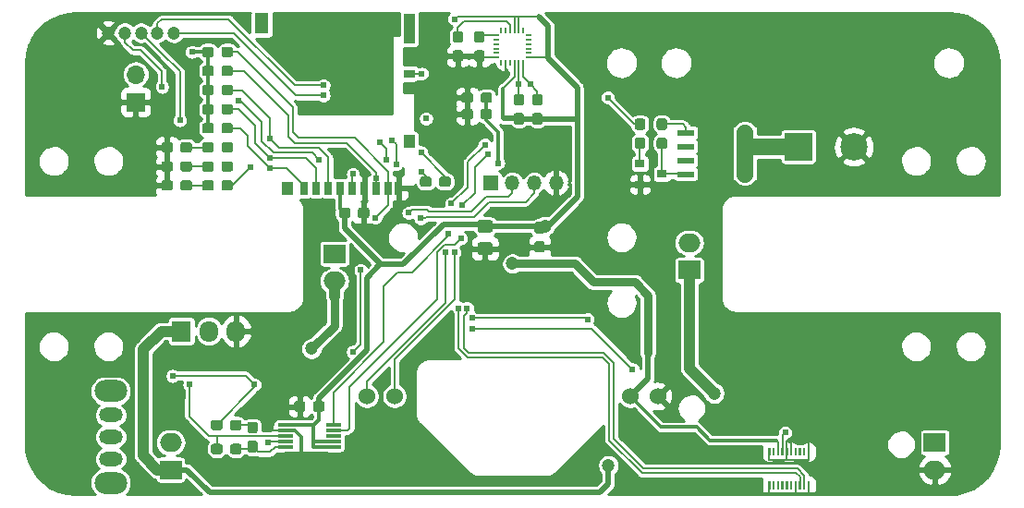
<source format=gtl>
G04 #@! TF.GenerationSoftware,KiCad,Pcbnew,(5.0.0)*
G04 #@! TF.CreationDate,2019-01-28T15:32:59+09:00*
G04 #@! TF.ProjectId,EDAMAMEv3,4544414D414D4576332E6B696361645F,rev?*
G04 #@! TF.SameCoordinates,Original*
G04 #@! TF.FileFunction,Copper,L1,Top,Signal*
G04 #@! TF.FilePolarity,Positive*
%FSLAX46Y46*%
G04 Gerber Fmt 4.6, Leading zero omitted, Abs format (unit mm)*
G04 Created by KiCad (PCBNEW (5.0.0)) date 01/28/19 15:32:59*
%MOMM*%
%LPD*%
G01*
G04 APERTURE LIST*
G04 #@! TA.AperFunction,SMDPad,CuDef*
%ADD10R,1.550000X0.600000*%
G04 #@! TD*
G04 #@! TA.AperFunction,ComponentPad*
%ADD11C,1.524000*%
G04 #@! TD*
G04 #@! TA.AperFunction,ComponentPad*
%ADD12R,1.350000X1.350000*%
G04 #@! TD*
G04 #@! TA.AperFunction,ComponentPad*
%ADD13O,1.350000X1.350000*%
G04 #@! TD*
G04 #@! TA.AperFunction,ComponentPad*
%ADD14R,1.700000X1.700000*%
G04 #@! TD*
G04 #@! TA.AperFunction,ComponentPad*
%ADD15O,1.700000X1.700000*%
G04 #@! TD*
G04 #@! TA.AperFunction,ComponentPad*
%ADD16R,2.500000X2.500000*%
G04 #@! TD*
G04 #@! TA.AperFunction,ComponentPad*
%ADD17C,2.500000*%
G04 #@! TD*
G04 #@! TA.AperFunction,ComponentPad*
%ADD18R,2.000000X1.700000*%
G04 #@! TD*
G04 #@! TA.AperFunction,ComponentPad*
%ADD19O,2.000000X1.700000*%
G04 #@! TD*
G04 #@! TA.AperFunction,Conductor*
%ADD20C,0.100000*%
G04 #@! TD*
G04 #@! TA.AperFunction,SMDPad,CuDef*
%ADD21C,0.950000*%
G04 #@! TD*
G04 #@! TA.AperFunction,SMDPad,CuDef*
%ADD22C,1.150000*%
G04 #@! TD*
G04 #@! TA.AperFunction,ComponentPad*
%ADD23C,1.200000*%
G04 #@! TD*
G04 #@! TA.AperFunction,SMDPad,CuDef*
%ADD24R,0.900000X0.800000*%
G04 #@! TD*
G04 #@! TA.AperFunction,SMDPad,CuDef*
%ADD25R,1.400000X0.300000*%
G04 #@! TD*
G04 #@! TA.AperFunction,SMDPad,CuDef*
%ADD26R,0.550000X0.200000*%
G04 #@! TD*
G04 #@! TA.AperFunction,SMDPad,CuDef*
%ADD27R,0.200000X0.550000*%
G04 #@! TD*
G04 #@! TA.AperFunction,SMDPad,CuDef*
%ADD28C,0.200000*%
G04 #@! TD*
G04 #@! TA.AperFunction,SMDPad,CuDef*
%ADD29R,0.700000X1.200000*%
G04 #@! TD*
G04 #@! TA.AperFunction,SMDPad,CuDef*
%ADD30R,1.000000X1.200000*%
G04 #@! TD*
G04 #@! TA.AperFunction,SMDPad,CuDef*
%ADD31R,1.000000X0.800000*%
G04 #@! TD*
G04 #@! TA.AperFunction,SMDPad,CuDef*
%ADD32R,1.000000X2.800000*%
G04 #@! TD*
G04 #@! TA.AperFunction,SMDPad,CuDef*
%ADD33R,1.300000X1.900000*%
G04 #@! TD*
G04 #@! TA.AperFunction,ComponentPad*
%ADD34R,1.700000X1.950000*%
G04 #@! TD*
G04 #@! TA.AperFunction,ComponentPad*
%ADD35O,1.700000X1.950000*%
G04 #@! TD*
G04 #@! TA.AperFunction,ComponentPad*
%ADD36O,3.000000X2.000000*%
G04 #@! TD*
G04 #@! TA.AperFunction,ComponentPad*
%ADD37O,2.200000X1.300000*%
G04 #@! TD*
G04 #@! TA.AperFunction,ViaPad*
%ADD38C,0.604800*%
G04 #@! TD*
G04 #@! TA.AperFunction,ViaPad*
%ADD39C,1.200000*%
G04 #@! TD*
G04 #@! TA.AperFunction,Conductor*
%ADD40C,0.300000*%
G04 #@! TD*
G04 #@! TA.AperFunction,Conductor*
%ADD41C,0.200000*%
G04 #@! TD*
G04 #@! TA.AperFunction,Conductor*
%ADD42C,0.220000*%
G04 #@! TD*
G04 #@! TA.AperFunction,Conductor*
%ADD43C,0.500000*%
G04 #@! TD*
G04 #@! TA.AperFunction,Conductor*
%ADD44C,0.800000*%
G04 #@! TD*
G04 #@! TA.AperFunction,Conductor*
%ADD45C,0.152400*%
G04 #@! TD*
G04 #@! TA.AperFunction,Conductor*
%ADD46C,1.000000*%
G04 #@! TD*
G04 #@! TA.AperFunction,Conductor*
%ADD47C,1.500000*%
G04 #@! TD*
G04 #@! TA.AperFunction,Conductor*
%ADD48C,0.254000*%
G04 #@! TD*
G04 APERTURE END LIST*
D10*
G04 #@! TO.P,Q2,8*
G04 #@! TO.N,Net-(P6-Pad1)*
X85800000Y-29395000D03*
G04 #@! TO.P,Q2,7*
X85800000Y-30665000D03*
G04 #@! TO.P,Q2,6*
X85800000Y-31935000D03*
G04 #@! TO.P,Q2,5*
X85800000Y-33205000D03*
G04 #@! TO.P,Q2,4*
G04 #@! TO.N,Net-(Q1-Pad3)*
X80400000Y-33205000D03*
G04 #@! TO.P,Q2,3*
G04 #@! TO.N,+BATT*
X80400000Y-31935000D03*
G04 #@! TO.P,Q2,2*
X80400000Y-30665000D03*
G04 #@! TO.P,Q2,1*
X80400000Y-29395000D03*
G04 #@! TD*
D11*
G04 #@! TO.P,J4,1*
G04 #@! TO.N,/WiFi_RX*
X51165000Y-53560000D03*
G04 #@! TO.P,J4,2*
G04 #@! TO.N,/WiFi_TX*
X53705000Y-53560000D03*
G04 #@! TO.P,J4,3*
G04 #@! TO.N,+3V3*
X75295000Y-53560000D03*
G04 #@! TO.P,J4,4*
G04 #@! TO.N,GND*
X77835000Y-53560000D03*
G04 #@! TD*
D12*
G04 #@! TO.P,J5,1*
G04 #@! TO.N,+3V3*
X62500000Y-34000000D03*
D13*
G04 #@! TO.P,J5,2*
G04 #@! TO.N,/CAMERA_TX*
X64500000Y-34000000D03*
G04 #@! TO.P,J5,3*
G04 #@! TO.N,/CAMERA_RX*
X66500000Y-34000000D03*
G04 #@! TO.P,J5,4*
G04 #@! TO.N,GND*
X68500000Y-34000000D03*
G04 #@! TD*
D14*
G04 #@! TO.P,J3,1*
G04 #@! TO.N,GND*
X30000000Y-26600000D03*
D15*
G04 #@! TO.P,J3,2*
G04 #@! TO.N,/FLIGHT_PIN*
X30000000Y-24060000D03*
G04 #@! TD*
D16*
G04 #@! TO.P,P6,1*
G04 #@! TO.N,Net-(P6-Pad1)*
X90708000Y-30692000D03*
D17*
G04 #@! TO.P,P6,2*
G04 #@! TO.N,GND*
X95788000Y-30692000D03*
G04 #@! TD*
D18*
G04 #@! TO.P,P4,1*
G04 #@! TO.N,Net-(P4-Pad1)*
X80714000Y-42000000D03*
D19*
G04 #@! TO.P,P4,2*
G04 #@! TO.N,Net-(P4-Pad2)*
X80714000Y-39500000D03*
G04 #@! TD*
G04 #@! TO.P,P5,2*
G04 #@! TO.N,Net-(P5-Pad2)*
X48200000Y-43000000D03*
D18*
G04 #@! TO.P,P5,1*
G04 #@! TO.N,Net-(P5-Pad1)*
X48200000Y-40500000D03*
G04 #@! TD*
D20*
G04 #@! TO.N,Net-(C2-Pad1)*
G04 #@! TO.C,C2*
G36*
X62435779Y-27226144D02*
X62458834Y-27229563D01*
X62481443Y-27235227D01*
X62503387Y-27243079D01*
X62524457Y-27253044D01*
X62544448Y-27265026D01*
X62563168Y-27278910D01*
X62580438Y-27294562D01*
X62596090Y-27311832D01*
X62609974Y-27330552D01*
X62621956Y-27350543D01*
X62631921Y-27371613D01*
X62639773Y-27393557D01*
X62645437Y-27416166D01*
X62648856Y-27439221D01*
X62650000Y-27462500D01*
X62650000Y-27937500D01*
X62648856Y-27960779D01*
X62645437Y-27983834D01*
X62639773Y-28006443D01*
X62631921Y-28028387D01*
X62621956Y-28049457D01*
X62609974Y-28069448D01*
X62596090Y-28088168D01*
X62580438Y-28105438D01*
X62563168Y-28121090D01*
X62544448Y-28134974D01*
X62524457Y-28146956D01*
X62503387Y-28156921D01*
X62481443Y-28164773D01*
X62458834Y-28170437D01*
X62435779Y-28173856D01*
X62412500Y-28175000D01*
X61837500Y-28175000D01*
X61814221Y-28173856D01*
X61791166Y-28170437D01*
X61768557Y-28164773D01*
X61746613Y-28156921D01*
X61725543Y-28146956D01*
X61705552Y-28134974D01*
X61686832Y-28121090D01*
X61669562Y-28105438D01*
X61653910Y-28088168D01*
X61640026Y-28069448D01*
X61628044Y-28049457D01*
X61618079Y-28028387D01*
X61610227Y-28006443D01*
X61604563Y-27983834D01*
X61601144Y-27960779D01*
X61600000Y-27937500D01*
X61600000Y-27462500D01*
X61601144Y-27439221D01*
X61604563Y-27416166D01*
X61610227Y-27393557D01*
X61618079Y-27371613D01*
X61628044Y-27350543D01*
X61640026Y-27330552D01*
X61653910Y-27311832D01*
X61669562Y-27294562D01*
X61686832Y-27278910D01*
X61705552Y-27265026D01*
X61725543Y-27253044D01*
X61746613Y-27243079D01*
X61768557Y-27235227D01*
X61791166Y-27229563D01*
X61814221Y-27226144D01*
X61837500Y-27225000D01*
X62412500Y-27225000D01*
X62435779Y-27226144D01*
X62435779Y-27226144D01*
G37*
D21*
G04 #@! TD*
G04 #@! TO.P,C2,1*
G04 #@! TO.N,Net-(C2-Pad1)*
X62125000Y-27700000D03*
D20*
G04 #@! TO.N,GND*
G04 #@! TO.C,C2*
G36*
X60685779Y-27226144D02*
X60708834Y-27229563D01*
X60731443Y-27235227D01*
X60753387Y-27243079D01*
X60774457Y-27253044D01*
X60794448Y-27265026D01*
X60813168Y-27278910D01*
X60830438Y-27294562D01*
X60846090Y-27311832D01*
X60859974Y-27330552D01*
X60871956Y-27350543D01*
X60881921Y-27371613D01*
X60889773Y-27393557D01*
X60895437Y-27416166D01*
X60898856Y-27439221D01*
X60900000Y-27462500D01*
X60900000Y-27937500D01*
X60898856Y-27960779D01*
X60895437Y-27983834D01*
X60889773Y-28006443D01*
X60881921Y-28028387D01*
X60871956Y-28049457D01*
X60859974Y-28069448D01*
X60846090Y-28088168D01*
X60830438Y-28105438D01*
X60813168Y-28121090D01*
X60794448Y-28134974D01*
X60774457Y-28146956D01*
X60753387Y-28156921D01*
X60731443Y-28164773D01*
X60708834Y-28170437D01*
X60685779Y-28173856D01*
X60662500Y-28175000D01*
X60087500Y-28175000D01*
X60064221Y-28173856D01*
X60041166Y-28170437D01*
X60018557Y-28164773D01*
X59996613Y-28156921D01*
X59975543Y-28146956D01*
X59955552Y-28134974D01*
X59936832Y-28121090D01*
X59919562Y-28105438D01*
X59903910Y-28088168D01*
X59890026Y-28069448D01*
X59878044Y-28049457D01*
X59868079Y-28028387D01*
X59860227Y-28006443D01*
X59854563Y-27983834D01*
X59851144Y-27960779D01*
X59850000Y-27937500D01*
X59850000Y-27462500D01*
X59851144Y-27439221D01*
X59854563Y-27416166D01*
X59860227Y-27393557D01*
X59868079Y-27371613D01*
X59878044Y-27350543D01*
X59890026Y-27330552D01*
X59903910Y-27311832D01*
X59919562Y-27294562D01*
X59936832Y-27278910D01*
X59955552Y-27265026D01*
X59975543Y-27253044D01*
X59996613Y-27243079D01*
X60018557Y-27235227D01*
X60041166Y-27229563D01*
X60064221Y-27226144D01*
X60087500Y-27225000D01*
X60662500Y-27225000D01*
X60685779Y-27226144D01*
X60685779Y-27226144D01*
G37*
D21*
G04 #@! TD*
G04 #@! TO.P,C2,2*
G04 #@! TO.N,GND*
X60375000Y-27700000D03*
D20*
G04 #@! TO.N,GND*
G04 #@! TO.C,C3*
G36*
X51185779Y-36276144D02*
X51208834Y-36279563D01*
X51231443Y-36285227D01*
X51253387Y-36293079D01*
X51274457Y-36303044D01*
X51294448Y-36315026D01*
X51313168Y-36328910D01*
X51330438Y-36344562D01*
X51346090Y-36361832D01*
X51359974Y-36380552D01*
X51371956Y-36400543D01*
X51381921Y-36421613D01*
X51389773Y-36443557D01*
X51395437Y-36466166D01*
X51398856Y-36489221D01*
X51400000Y-36512500D01*
X51400000Y-36987500D01*
X51398856Y-37010779D01*
X51395437Y-37033834D01*
X51389773Y-37056443D01*
X51381921Y-37078387D01*
X51371956Y-37099457D01*
X51359974Y-37119448D01*
X51346090Y-37138168D01*
X51330438Y-37155438D01*
X51313168Y-37171090D01*
X51294448Y-37184974D01*
X51274457Y-37196956D01*
X51253387Y-37206921D01*
X51231443Y-37214773D01*
X51208834Y-37220437D01*
X51185779Y-37223856D01*
X51162500Y-37225000D01*
X50587500Y-37225000D01*
X50564221Y-37223856D01*
X50541166Y-37220437D01*
X50518557Y-37214773D01*
X50496613Y-37206921D01*
X50475543Y-37196956D01*
X50455552Y-37184974D01*
X50436832Y-37171090D01*
X50419562Y-37155438D01*
X50403910Y-37138168D01*
X50390026Y-37119448D01*
X50378044Y-37099457D01*
X50368079Y-37078387D01*
X50360227Y-37056443D01*
X50354563Y-37033834D01*
X50351144Y-37010779D01*
X50350000Y-36987500D01*
X50350000Y-36512500D01*
X50351144Y-36489221D01*
X50354563Y-36466166D01*
X50360227Y-36443557D01*
X50368079Y-36421613D01*
X50378044Y-36400543D01*
X50390026Y-36380552D01*
X50403910Y-36361832D01*
X50419562Y-36344562D01*
X50436832Y-36328910D01*
X50455552Y-36315026D01*
X50475543Y-36303044D01*
X50496613Y-36293079D01*
X50518557Y-36285227D01*
X50541166Y-36279563D01*
X50564221Y-36276144D01*
X50587500Y-36275000D01*
X51162500Y-36275000D01*
X51185779Y-36276144D01*
X51185779Y-36276144D01*
G37*
D21*
G04 #@! TD*
G04 #@! TO.P,C3,2*
G04 #@! TO.N,GND*
X50875000Y-36750000D03*
D20*
G04 #@! TO.N,+3V3*
G04 #@! TO.C,C3*
G36*
X49435779Y-36276144D02*
X49458834Y-36279563D01*
X49481443Y-36285227D01*
X49503387Y-36293079D01*
X49524457Y-36303044D01*
X49544448Y-36315026D01*
X49563168Y-36328910D01*
X49580438Y-36344562D01*
X49596090Y-36361832D01*
X49609974Y-36380552D01*
X49621956Y-36400543D01*
X49631921Y-36421613D01*
X49639773Y-36443557D01*
X49645437Y-36466166D01*
X49648856Y-36489221D01*
X49650000Y-36512500D01*
X49650000Y-36987500D01*
X49648856Y-37010779D01*
X49645437Y-37033834D01*
X49639773Y-37056443D01*
X49631921Y-37078387D01*
X49621956Y-37099457D01*
X49609974Y-37119448D01*
X49596090Y-37138168D01*
X49580438Y-37155438D01*
X49563168Y-37171090D01*
X49544448Y-37184974D01*
X49524457Y-37196956D01*
X49503387Y-37206921D01*
X49481443Y-37214773D01*
X49458834Y-37220437D01*
X49435779Y-37223856D01*
X49412500Y-37225000D01*
X48837500Y-37225000D01*
X48814221Y-37223856D01*
X48791166Y-37220437D01*
X48768557Y-37214773D01*
X48746613Y-37206921D01*
X48725543Y-37196956D01*
X48705552Y-37184974D01*
X48686832Y-37171090D01*
X48669562Y-37155438D01*
X48653910Y-37138168D01*
X48640026Y-37119448D01*
X48628044Y-37099457D01*
X48618079Y-37078387D01*
X48610227Y-37056443D01*
X48604563Y-37033834D01*
X48601144Y-37010779D01*
X48600000Y-36987500D01*
X48600000Y-36512500D01*
X48601144Y-36489221D01*
X48604563Y-36466166D01*
X48610227Y-36443557D01*
X48618079Y-36421613D01*
X48628044Y-36400543D01*
X48640026Y-36380552D01*
X48653910Y-36361832D01*
X48669562Y-36344562D01*
X48686832Y-36328910D01*
X48705552Y-36315026D01*
X48725543Y-36303044D01*
X48746613Y-36293079D01*
X48768557Y-36285227D01*
X48791166Y-36279563D01*
X48814221Y-36276144D01*
X48837500Y-36275000D01*
X49412500Y-36275000D01*
X49435779Y-36276144D01*
X49435779Y-36276144D01*
G37*
D21*
G04 #@! TD*
G04 #@! TO.P,C3,1*
G04 #@! TO.N,+3V3*
X49125000Y-36750000D03*
D20*
G04 #@! TO.N,GND*
G04 #@! TO.C,C4*
G36*
X60685779Y-25726144D02*
X60708834Y-25729563D01*
X60731443Y-25735227D01*
X60753387Y-25743079D01*
X60774457Y-25753044D01*
X60794448Y-25765026D01*
X60813168Y-25778910D01*
X60830438Y-25794562D01*
X60846090Y-25811832D01*
X60859974Y-25830552D01*
X60871956Y-25850543D01*
X60881921Y-25871613D01*
X60889773Y-25893557D01*
X60895437Y-25916166D01*
X60898856Y-25939221D01*
X60900000Y-25962500D01*
X60900000Y-26437500D01*
X60898856Y-26460779D01*
X60895437Y-26483834D01*
X60889773Y-26506443D01*
X60881921Y-26528387D01*
X60871956Y-26549457D01*
X60859974Y-26569448D01*
X60846090Y-26588168D01*
X60830438Y-26605438D01*
X60813168Y-26621090D01*
X60794448Y-26634974D01*
X60774457Y-26646956D01*
X60753387Y-26656921D01*
X60731443Y-26664773D01*
X60708834Y-26670437D01*
X60685779Y-26673856D01*
X60662500Y-26675000D01*
X60087500Y-26675000D01*
X60064221Y-26673856D01*
X60041166Y-26670437D01*
X60018557Y-26664773D01*
X59996613Y-26656921D01*
X59975543Y-26646956D01*
X59955552Y-26634974D01*
X59936832Y-26621090D01*
X59919562Y-26605438D01*
X59903910Y-26588168D01*
X59890026Y-26569448D01*
X59878044Y-26549457D01*
X59868079Y-26528387D01*
X59860227Y-26506443D01*
X59854563Y-26483834D01*
X59851144Y-26460779D01*
X59850000Y-26437500D01*
X59850000Y-25962500D01*
X59851144Y-25939221D01*
X59854563Y-25916166D01*
X59860227Y-25893557D01*
X59868079Y-25871613D01*
X59878044Y-25850543D01*
X59890026Y-25830552D01*
X59903910Y-25811832D01*
X59919562Y-25794562D01*
X59936832Y-25778910D01*
X59955552Y-25765026D01*
X59975543Y-25753044D01*
X59996613Y-25743079D01*
X60018557Y-25735227D01*
X60041166Y-25729563D01*
X60064221Y-25726144D01*
X60087500Y-25725000D01*
X60662500Y-25725000D01*
X60685779Y-25726144D01*
X60685779Y-25726144D01*
G37*
D21*
G04 #@! TD*
G04 #@! TO.P,C4,2*
G04 #@! TO.N,GND*
X60375000Y-26200000D03*
D20*
G04 #@! TO.N,Net-(C2-Pad1)*
G04 #@! TO.C,C4*
G36*
X62435779Y-25726144D02*
X62458834Y-25729563D01*
X62481443Y-25735227D01*
X62503387Y-25743079D01*
X62524457Y-25753044D01*
X62544448Y-25765026D01*
X62563168Y-25778910D01*
X62580438Y-25794562D01*
X62596090Y-25811832D01*
X62609974Y-25830552D01*
X62621956Y-25850543D01*
X62631921Y-25871613D01*
X62639773Y-25893557D01*
X62645437Y-25916166D01*
X62648856Y-25939221D01*
X62650000Y-25962500D01*
X62650000Y-26437500D01*
X62648856Y-26460779D01*
X62645437Y-26483834D01*
X62639773Y-26506443D01*
X62631921Y-26528387D01*
X62621956Y-26549457D01*
X62609974Y-26569448D01*
X62596090Y-26588168D01*
X62580438Y-26605438D01*
X62563168Y-26621090D01*
X62544448Y-26634974D01*
X62524457Y-26646956D01*
X62503387Y-26656921D01*
X62481443Y-26664773D01*
X62458834Y-26670437D01*
X62435779Y-26673856D01*
X62412500Y-26675000D01*
X61837500Y-26675000D01*
X61814221Y-26673856D01*
X61791166Y-26670437D01*
X61768557Y-26664773D01*
X61746613Y-26656921D01*
X61725543Y-26646956D01*
X61705552Y-26634974D01*
X61686832Y-26621090D01*
X61669562Y-26605438D01*
X61653910Y-26588168D01*
X61640026Y-26569448D01*
X61628044Y-26549457D01*
X61618079Y-26528387D01*
X61610227Y-26506443D01*
X61604563Y-26483834D01*
X61601144Y-26460779D01*
X61600000Y-26437500D01*
X61600000Y-25962500D01*
X61601144Y-25939221D01*
X61604563Y-25916166D01*
X61610227Y-25893557D01*
X61618079Y-25871613D01*
X61628044Y-25850543D01*
X61640026Y-25830552D01*
X61653910Y-25811832D01*
X61669562Y-25794562D01*
X61686832Y-25778910D01*
X61705552Y-25765026D01*
X61725543Y-25753044D01*
X61746613Y-25743079D01*
X61768557Y-25735227D01*
X61791166Y-25729563D01*
X61814221Y-25726144D01*
X61837500Y-25725000D01*
X62412500Y-25725000D01*
X62435779Y-25726144D01*
X62435779Y-25726144D01*
G37*
D21*
G04 #@! TD*
G04 #@! TO.P,C4,1*
G04 #@! TO.N,Net-(C2-Pad1)*
X62125000Y-26200000D03*
D20*
G04 #@! TO.N,+3V3*
G04 #@! TO.C,C8*
G36*
X62474505Y-37401204D02*
X62498773Y-37404804D01*
X62522572Y-37410765D01*
X62545671Y-37419030D01*
X62567850Y-37429520D01*
X62588893Y-37442132D01*
X62608599Y-37456747D01*
X62626777Y-37473223D01*
X62643253Y-37491401D01*
X62657868Y-37511107D01*
X62670480Y-37532150D01*
X62680970Y-37554329D01*
X62689235Y-37577428D01*
X62695196Y-37601227D01*
X62698796Y-37625495D01*
X62700000Y-37649999D01*
X62700000Y-38300001D01*
X62698796Y-38324505D01*
X62695196Y-38348773D01*
X62689235Y-38372572D01*
X62680970Y-38395671D01*
X62670480Y-38417850D01*
X62657868Y-38438893D01*
X62643253Y-38458599D01*
X62626777Y-38476777D01*
X62608599Y-38493253D01*
X62588893Y-38507868D01*
X62567850Y-38520480D01*
X62545671Y-38530970D01*
X62522572Y-38539235D01*
X62498773Y-38545196D01*
X62474505Y-38548796D01*
X62450001Y-38550000D01*
X61549999Y-38550000D01*
X61525495Y-38548796D01*
X61501227Y-38545196D01*
X61477428Y-38539235D01*
X61454329Y-38530970D01*
X61432150Y-38520480D01*
X61411107Y-38507868D01*
X61391401Y-38493253D01*
X61373223Y-38476777D01*
X61356747Y-38458599D01*
X61342132Y-38438893D01*
X61329520Y-38417850D01*
X61319030Y-38395671D01*
X61310765Y-38372572D01*
X61304804Y-38348773D01*
X61301204Y-38324505D01*
X61300000Y-38300001D01*
X61300000Y-37649999D01*
X61301204Y-37625495D01*
X61304804Y-37601227D01*
X61310765Y-37577428D01*
X61319030Y-37554329D01*
X61329520Y-37532150D01*
X61342132Y-37511107D01*
X61356747Y-37491401D01*
X61373223Y-37473223D01*
X61391401Y-37456747D01*
X61411107Y-37442132D01*
X61432150Y-37429520D01*
X61454329Y-37419030D01*
X61477428Y-37410765D01*
X61501227Y-37404804D01*
X61525495Y-37401204D01*
X61549999Y-37400000D01*
X62450001Y-37400000D01*
X62474505Y-37401204D01*
X62474505Y-37401204D01*
G37*
D22*
G04 #@! TD*
G04 #@! TO.P,C8,1*
G04 #@! TO.N,+3V3*
X62000000Y-37975000D03*
D20*
G04 #@! TO.N,GND*
G04 #@! TO.C,C8*
G36*
X62474505Y-39451204D02*
X62498773Y-39454804D01*
X62522572Y-39460765D01*
X62545671Y-39469030D01*
X62567850Y-39479520D01*
X62588893Y-39492132D01*
X62608599Y-39506747D01*
X62626777Y-39523223D01*
X62643253Y-39541401D01*
X62657868Y-39561107D01*
X62670480Y-39582150D01*
X62680970Y-39604329D01*
X62689235Y-39627428D01*
X62695196Y-39651227D01*
X62698796Y-39675495D01*
X62700000Y-39699999D01*
X62700000Y-40350001D01*
X62698796Y-40374505D01*
X62695196Y-40398773D01*
X62689235Y-40422572D01*
X62680970Y-40445671D01*
X62670480Y-40467850D01*
X62657868Y-40488893D01*
X62643253Y-40508599D01*
X62626777Y-40526777D01*
X62608599Y-40543253D01*
X62588893Y-40557868D01*
X62567850Y-40570480D01*
X62545671Y-40580970D01*
X62522572Y-40589235D01*
X62498773Y-40595196D01*
X62474505Y-40598796D01*
X62450001Y-40600000D01*
X61549999Y-40600000D01*
X61525495Y-40598796D01*
X61501227Y-40595196D01*
X61477428Y-40589235D01*
X61454329Y-40580970D01*
X61432150Y-40570480D01*
X61411107Y-40557868D01*
X61391401Y-40543253D01*
X61373223Y-40526777D01*
X61356747Y-40508599D01*
X61342132Y-40488893D01*
X61329520Y-40467850D01*
X61319030Y-40445671D01*
X61310765Y-40422572D01*
X61304804Y-40398773D01*
X61301204Y-40374505D01*
X61300000Y-40350001D01*
X61300000Y-39699999D01*
X61301204Y-39675495D01*
X61304804Y-39651227D01*
X61310765Y-39627428D01*
X61319030Y-39604329D01*
X61329520Y-39582150D01*
X61342132Y-39561107D01*
X61356747Y-39541401D01*
X61373223Y-39523223D01*
X61391401Y-39506747D01*
X61411107Y-39492132D01*
X61432150Y-39479520D01*
X61454329Y-39469030D01*
X61477428Y-39460765D01*
X61501227Y-39454804D01*
X61525495Y-39451204D01*
X61549999Y-39450000D01*
X62450001Y-39450000D01*
X62474505Y-39451204D01*
X62474505Y-39451204D01*
G37*
D22*
G04 #@! TD*
G04 #@! TO.P,C8,2*
G04 #@! TO.N,GND*
X62000000Y-40025000D03*
D20*
G04 #@! TO.N,GND*
G04 #@! TO.C,C9*
G36*
X67260779Y-39351144D02*
X67283834Y-39354563D01*
X67306443Y-39360227D01*
X67328387Y-39368079D01*
X67349457Y-39378044D01*
X67369448Y-39390026D01*
X67388168Y-39403910D01*
X67405438Y-39419562D01*
X67421090Y-39436832D01*
X67434974Y-39455552D01*
X67446956Y-39475543D01*
X67456921Y-39496613D01*
X67464773Y-39518557D01*
X67470437Y-39541166D01*
X67473856Y-39564221D01*
X67475000Y-39587500D01*
X67475000Y-40162500D01*
X67473856Y-40185779D01*
X67470437Y-40208834D01*
X67464773Y-40231443D01*
X67456921Y-40253387D01*
X67446956Y-40274457D01*
X67434974Y-40294448D01*
X67421090Y-40313168D01*
X67405438Y-40330438D01*
X67388168Y-40346090D01*
X67369448Y-40359974D01*
X67349457Y-40371956D01*
X67328387Y-40381921D01*
X67306443Y-40389773D01*
X67283834Y-40395437D01*
X67260779Y-40398856D01*
X67237500Y-40400000D01*
X66762500Y-40400000D01*
X66739221Y-40398856D01*
X66716166Y-40395437D01*
X66693557Y-40389773D01*
X66671613Y-40381921D01*
X66650543Y-40371956D01*
X66630552Y-40359974D01*
X66611832Y-40346090D01*
X66594562Y-40330438D01*
X66578910Y-40313168D01*
X66565026Y-40294448D01*
X66553044Y-40274457D01*
X66543079Y-40253387D01*
X66535227Y-40231443D01*
X66529563Y-40208834D01*
X66526144Y-40185779D01*
X66525000Y-40162500D01*
X66525000Y-39587500D01*
X66526144Y-39564221D01*
X66529563Y-39541166D01*
X66535227Y-39518557D01*
X66543079Y-39496613D01*
X66553044Y-39475543D01*
X66565026Y-39455552D01*
X66578910Y-39436832D01*
X66594562Y-39419562D01*
X66611832Y-39403910D01*
X66630552Y-39390026D01*
X66650543Y-39378044D01*
X66671613Y-39368079D01*
X66693557Y-39360227D01*
X66716166Y-39354563D01*
X66739221Y-39351144D01*
X66762500Y-39350000D01*
X67237500Y-39350000D01*
X67260779Y-39351144D01*
X67260779Y-39351144D01*
G37*
D21*
G04 #@! TD*
G04 #@! TO.P,C9,2*
G04 #@! TO.N,GND*
X67000000Y-39875000D03*
D20*
G04 #@! TO.N,+3V3*
G04 #@! TO.C,C9*
G36*
X67260779Y-37601144D02*
X67283834Y-37604563D01*
X67306443Y-37610227D01*
X67328387Y-37618079D01*
X67349457Y-37628044D01*
X67369448Y-37640026D01*
X67388168Y-37653910D01*
X67405438Y-37669562D01*
X67421090Y-37686832D01*
X67434974Y-37705552D01*
X67446956Y-37725543D01*
X67456921Y-37746613D01*
X67464773Y-37768557D01*
X67470437Y-37791166D01*
X67473856Y-37814221D01*
X67475000Y-37837500D01*
X67475000Y-38412500D01*
X67473856Y-38435779D01*
X67470437Y-38458834D01*
X67464773Y-38481443D01*
X67456921Y-38503387D01*
X67446956Y-38524457D01*
X67434974Y-38544448D01*
X67421090Y-38563168D01*
X67405438Y-38580438D01*
X67388168Y-38596090D01*
X67369448Y-38609974D01*
X67349457Y-38621956D01*
X67328387Y-38631921D01*
X67306443Y-38639773D01*
X67283834Y-38645437D01*
X67260779Y-38648856D01*
X67237500Y-38650000D01*
X66762500Y-38650000D01*
X66739221Y-38648856D01*
X66716166Y-38645437D01*
X66693557Y-38639773D01*
X66671613Y-38631921D01*
X66650543Y-38621956D01*
X66630552Y-38609974D01*
X66611832Y-38596090D01*
X66594562Y-38580438D01*
X66578910Y-38563168D01*
X66565026Y-38544448D01*
X66553044Y-38524457D01*
X66543079Y-38503387D01*
X66535227Y-38481443D01*
X66529563Y-38458834D01*
X66526144Y-38435779D01*
X66525000Y-38412500D01*
X66525000Y-37837500D01*
X66526144Y-37814221D01*
X66529563Y-37791166D01*
X66535227Y-37768557D01*
X66543079Y-37746613D01*
X66553044Y-37725543D01*
X66565026Y-37705552D01*
X66578910Y-37686832D01*
X66594562Y-37669562D01*
X66611832Y-37653910D01*
X66630552Y-37640026D01*
X66650543Y-37628044D01*
X66671613Y-37618079D01*
X66693557Y-37610227D01*
X66716166Y-37604563D01*
X66739221Y-37601144D01*
X66762500Y-37600000D01*
X67237500Y-37600000D01*
X67260779Y-37601144D01*
X67260779Y-37601144D01*
G37*
D21*
G04 #@! TD*
G04 #@! TO.P,C9,1*
G04 #@! TO.N,+3V3*
X67000000Y-38125000D03*
D20*
G04 #@! TO.N,Net-(C11-Pad1)*
G04 #@! TO.C,C11*
G36*
X40960779Y-55901144D02*
X40983834Y-55904563D01*
X41006443Y-55910227D01*
X41028387Y-55918079D01*
X41049457Y-55928044D01*
X41069448Y-55940026D01*
X41088168Y-55953910D01*
X41105438Y-55969562D01*
X41121090Y-55986832D01*
X41134974Y-56005552D01*
X41146956Y-56025543D01*
X41156921Y-56046613D01*
X41164773Y-56068557D01*
X41170437Y-56091166D01*
X41173856Y-56114221D01*
X41175000Y-56137500D01*
X41175000Y-56712500D01*
X41173856Y-56735779D01*
X41170437Y-56758834D01*
X41164773Y-56781443D01*
X41156921Y-56803387D01*
X41146956Y-56824457D01*
X41134974Y-56844448D01*
X41121090Y-56863168D01*
X41105438Y-56880438D01*
X41088168Y-56896090D01*
X41069448Y-56909974D01*
X41049457Y-56921956D01*
X41028387Y-56931921D01*
X41006443Y-56939773D01*
X40983834Y-56945437D01*
X40960779Y-56948856D01*
X40937500Y-56950000D01*
X40462500Y-56950000D01*
X40439221Y-56948856D01*
X40416166Y-56945437D01*
X40393557Y-56939773D01*
X40371613Y-56931921D01*
X40350543Y-56921956D01*
X40330552Y-56909974D01*
X40311832Y-56896090D01*
X40294562Y-56880438D01*
X40278910Y-56863168D01*
X40265026Y-56844448D01*
X40253044Y-56824457D01*
X40243079Y-56803387D01*
X40235227Y-56781443D01*
X40229563Y-56758834D01*
X40226144Y-56735779D01*
X40225000Y-56712500D01*
X40225000Y-56137500D01*
X40226144Y-56114221D01*
X40229563Y-56091166D01*
X40235227Y-56068557D01*
X40243079Y-56046613D01*
X40253044Y-56025543D01*
X40265026Y-56005552D01*
X40278910Y-55986832D01*
X40294562Y-55969562D01*
X40311832Y-55953910D01*
X40330552Y-55940026D01*
X40350543Y-55928044D01*
X40371613Y-55918079D01*
X40393557Y-55910227D01*
X40416166Y-55904563D01*
X40439221Y-55901144D01*
X40462500Y-55900000D01*
X40937500Y-55900000D01*
X40960779Y-55901144D01*
X40960779Y-55901144D01*
G37*
D21*
G04 #@! TD*
G04 #@! TO.P,C11,1*
G04 #@! TO.N,Net-(C11-Pad1)*
X40700000Y-56425000D03*
D20*
G04 #@! TO.N,Net-(C11-Pad2)*
G04 #@! TO.C,C11*
G36*
X40960779Y-57651144D02*
X40983834Y-57654563D01*
X41006443Y-57660227D01*
X41028387Y-57668079D01*
X41049457Y-57678044D01*
X41069448Y-57690026D01*
X41088168Y-57703910D01*
X41105438Y-57719562D01*
X41121090Y-57736832D01*
X41134974Y-57755552D01*
X41146956Y-57775543D01*
X41156921Y-57796613D01*
X41164773Y-57818557D01*
X41170437Y-57841166D01*
X41173856Y-57864221D01*
X41175000Y-57887500D01*
X41175000Y-58462500D01*
X41173856Y-58485779D01*
X41170437Y-58508834D01*
X41164773Y-58531443D01*
X41156921Y-58553387D01*
X41146956Y-58574457D01*
X41134974Y-58594448D01*
X41121090Y-58613168D01*
X41105438Y-58630438D01*
X41088168Y-58646090D01*
X41069448Y-58659974D01*
X41049457Y-58671956D01*
X41028387Y-58681921D01*
X41006443Y-58689773D01*
X40983834Y-58695437D01*
X40960779Y-58698856D01*
X40937500Y-58700000D01*
X40462500Y-58700000D01*
X40439221Y-58698856D01*
X40416166Y-58695437D01*
X40393557Y-58689773D01*
X40371613Y-58681921D01*
X40350543Y-58671956D01*
X40330552Y-58659974D01*
X40311832Y-58646090D01*
X40294562Y-58630438D01*
X40278910Y-58613168D01*
X40265026Y-58594448D01*
X40253044Y-58574457D01*
X40243079Y-58553387D01*
X40235227Y-58531443D01*
X40229563Y-58508834D01*
X40226144Y-58485779D01*
X40225000Y-58462500D01*
X40225000Y-57887500D01*
X40226144Y-57864221D01*
X40229563Y-57841166D01*
X40235227Y-57818557D01*
X40243079Y-57796613D01*
X40253044Y-57775543D01*
X40265026Y-57755552D01*
X40278910Y-57736832D01*
X40294562Y-57719562D01*
X40311832Y-57703910D01*
X40330552Y-57690026D01*
X40350543Y-57678044D01*
X40371613Y-57668079D01*
X40393557Y-57660227D01*
X40416166Y-57654563D01*
X40439221Y-57651144D01*
X40462500Y-57650000D01*
X40937500Y-57650000D01*
X40960779Y-57651144D01*
X40960779Y-57651144D01*
G37*
D21*
G04 #@! TD*
G04 #@! TO.P,C11,2*
G04 #@! TO.N,Net-(C11-Pad2)*
X40700000Y-58175000D03*
D20*
G04 #@! TO.N,GND*
G04 #@! TO.C,C12*
G36*
X45335779Y-54026144D02*
X45358834Y-54029563D01*
X45381443Y-54035227D01*
X45403387Y-54043079D01*
X45424457Y-54053044D01*
X45444448Y-54065026D01*
X45463168Y-54078910D01*
X45480438Y-54094562D01*
X45496090Y-54111832D01*
X45509974Y-54130552D01*
X45521956Y-54150543D01*
X45531921Y-54171613D01*
X45539773Y-54193557D01*
X45545437Y-54216166D01*
X45548856Y-54239221D01*
X45550000Y-54262500D01*
X45550000Y-54737500D01*
X45548856Y-54760779D01*
X45545437Y-54783834D01*
X45539773Y-54806443D01*
X45531921Y-54828387D01*
X45521956Y-54849457D01*
X45509974Y-54869448D01*
X45496090Y-54888168D01*
X45480438Y-54905438D01*
X45463168Y-54921090D01*
X45444448Y-54934974D01*
X45424457Y-54946956D01*
X45403387Y-54956921D01*
X45381443Y-54964773D01*
X45358834Y-54970437D01*
X45335779Y-54973856D01*
X45312500Y-54975000D01*
X44737500Y-54975000D01*
X44714221Y-54973856D01*
X44691166Y-54970437D01*
X44668557Y-54964773D01*
X44646613Y-54956921D01*
X44625543Y-54946956D01*
X44605552Y-54934974D01*
X44586832Y-54921090D01*
X44569562Y-54905438D01*
X44553910Y-54888168D01*
X44540026Y-54869448D01*
X44528044Y-54849457D01*
X44518079Y-54828387D01*
X44510227Y-54806443D01*
X44504563Y-54783834D01*
X44501144Y-54760779D01*
X44500000Y-54737500D01*
X44500000Y-54262500D01*
X44501144Y-54239221D01*
X44504563Y-54216166D01*
X44510227Y-54193557D01*
X44518079Y-54171613D01*
X44528044Y-54150543D01*
X44540026Y-54130552D01*
X44553910Y-54111832D01*
X44569562Y-54094562D01*
X44586832Y-54078910D01*
X44605552Y-54065026D01*
X44625543Y-54053044D01*
X44646613Y-54043079D01*
X44668557Y-54035227D01*
X44691166Y-54029563D01*
X44714221Y-54026144D01*
X44737500Y-54025000D01*
X45312500Y-54025000D01*
X45335779Y-54026144D01*
X45335779Y-54026144D01*
G37*
D21*
G04 #@! TD*
G04 #@! TO.P,C12,1*
G04 #@! TO.N,GND*
X45025000Y-54500000D03*
D20*
G04 #@! TO.N,+3V3*
G04 #@! TO.C,C12*
G36*
X47085779Y-54026144D02*
X47108834Y-54029563D01*
X47131443Y-54035227D01*
X47153387Y-54043079D01*
X47174457Y-54053044D01*
X47194448Y-54065026D01*
X47213168Y-54078910D01*
X47230438Y-54094562D01*
X47246090Y-54111832D01*
X47259974Y-54130552D01*
X47271956Y-54150543D01*
X47281921Y-54171613D01*
X47289773Y-54193557D01*
X47295437Y-54216166D01*
X47298856Y-54239221D01*
X47300000Y-54262500D01*
X47300000Y-54737500D01*
X47298856Y-54760779D01*
X47295437Y-54783834D01*
X47289773Y-54806443D01*
X47281921Y-54828387D01*
X47271956Y-54849457D01*
X47259974Y-54869448D01*
X47246090Y-54888168D01*
X47230438Y-54905438D01*
X47213168Y-54921090D01*
X47194448Y-54934974D01*
X47174457Y-54946956D01*
X47153387Y-54956921D01*
X47131443Y-54964773D01*
X47108834Y-54970437D01*
X47085779Y-54973856D01*
X47062500Y-54975000D01*
X46487500Y-54975000D01*
X46464221Y-54973856D01*
X46441166Y-54970437D01*
X46418557Y-54964773D01*
X46396613Y-54956921D01*
X46375543Y-54946956D01*
X46355552Y-54934974D01*
X46336832Y-54921090D01*
X46319562Y-54905438D01*
X46303910Y-54888168D01*
X46290026Y-54869448D01*
X46278044Y-54849457D01*
X46268079Y-54828387D01*
X46260227Y-54806443D01*
X46254563Y-54783834D01*
X46251144Y-54760779D01*
X46250000Y-54737500D01*
X46250000Y-54262500D01*
X46251144Y-54239221D01*
X46254563Y-54216166D01*
X46260227Y-54193557D01*
X46268079Y-54171613D01*
X46278044Y-54150543D01*
X46290026Y-54130552D01*
X46303910Y-54111832D01*
X46319562Y-54094562D01*
X46336832Y-54078910D01*
X46355552Y-54065026D01*
X46375543Y-54053044D01*
X46396613Y-54043079D01*
X46418557Y-54035227D01*
X46441166Y-54029563D01*
X46464221Y-54026144D01*
X46487500Y-54025000D01*
X47062500Y-54025000D01*
X47085779Y-54026144D01*
X47085779Y-54026144D01*
G37*
D21*
G04 #@! TD*
G04 #@! TO.P,C12,2*
G04 #@! TO.N,+3V3*
X46775000Y-54500000D03*
D20*
G04 #@! TO.N,+3V3*
G04 #@! TO.C,C13*
G36*
X61760779Y-20101144D02*
X61783834Y-20104563D01*
X61806443Y-20110227D01*
X61828387Y-20118079D01*
X61849457Y-20128044D01*
X61869448Y-20140026D01*
X61888168Y-20153910D01*
X61905438Y-20169562D01*
X61921090Y-20186832D01*
X61934974Y-20205552D01*
X61946956Y-20225543D01*
X61956921Y-20246613D01*
X61964773Y-20268557D01*
X61970437Y-20291166D01*
X61973856Y-20314221D01*
X61975000Y-20337500D01*
X61975000Y-20912500D01*
X61973856Y-20935779D01*
X61970437Y-20958834D01*
X61964773Y-20981443D01*
X61956921Y-21003387D01*
X61946956Y-21024457D01*
X61934974Y-21044448D01*
X61921090Y-21063168D01*
X61905438Y-21080438D01*
X61888168Y-21096090D01*
X61869448Y-21109974D01*
X61849457Y-21121956D01*
X61828387Y-21131921D01*
X61806443Y-21139773D01*
X61783834Y-21145437D01*
X61760779Y-21148856D01*
X61737500Y-21150000D01*
X61262500Y-21150000D01*
X61239221Y-21148856D01*
X61216166Y-21145437D01*
X61193557Y-21139773D01*
X61171613Y-21131921D01*
X61150543Y-21121956D01*
X61130552Y-21109974D01*
X61111832Y-21096090D01*
X61094562Y-21080438D01*
X61078910Y-21063168D01*
X61065026Y-21044448D01*
X61053044Y-21024457D01*
X61043079Y-21003387D01*
X61035227Y-20981443D01*
X61029563Y-20958834D01*
X61026144Y-20935779D01*
X61025000Y-20912500D01*
X61025000Y-20337500D01*
X61026144Y-20314221D01*
X61029563Y-20291166D01*
X61035227Y-20268557D01*
X61043079Y-20246613D01*
X61053044Y-20225543D01*
X61065026Y-20205552D01*
X61078910Y-20186832D01*
X61094562Y-20169562D01*
X61111832Y-20153910D01*
X61130552Y-20140026D01*
X61150543Y-20128044D01*
X61171613Y-20118079D01*
X61193557Y-20110227D01*
X61216166Y-20104563D01*
X61239221Y-20101144D01*
X61262500Y-20100000D01*
X61737500Y-20100000D01*
X61760779Y-20101144D01*
X61760779Y-20101144D01*
G37*
D21*
G04 #@! TD*
G04 #@! TO.P,C13,1*
G04 #@! TO.N,+3V3*
X61500000Y-20625000D03*
D20*
G04 #@! TO.N,GND*
G04 #@! TO.C,C13*
G36*
X61760779Y-21851144D02*
X61783834Y-21854563D01*
X61806443Y-21860227D01*
X61828387Y-21868079D01*
X61849457Y-21878044D01*
X61869448Y-21890026D01*
X61888168Y-21903910D01*
X61905438Y-21919562D01*
X61921090Y-21936832D01*
X61934974Y-21955552D01*
X61946956Y-21975543D01*
X61956921Y-21996613D01*
X61964773Y-22018557D01*
X61970437Y-22041166D01*
X61973856Y-22064221D01*
X61975000Y-22087500D01*
X61975000Y-22662500D01*
X61973856Y-22685779D01*
X61970437Y-22708834D01*
X61964773Y-22731443D01*
X61956921Y-22753387D01*
X61946956Y-22774457D01*
X61934974Y-22794448D01*
X61921090Y-22813168D01*
X61905438Y-22830438D01*
X61888168Y-22846090D01*
X61869448Y-22859974D01*
X61849457Y-22871956D01*
X61828387Y-22881921D01*
X61806443Y-22889773D01*
X61783834Y-22895437D01*
X61760779Y-22898856D01*
X61737500Y-22900000D01*
X61262500Y-22900000D01*
X61239221Y-22898856D01*
X61216166Y-22895437D01*
X61193557Y-22889773D01*
X61171613Y-22881921D01*
X61150543Y-22871956D01*
X61130552Y-22859974D01*
X61111832Y-22846090D01*
X61094562Y-22830438D01*
X61078910Y-22813168D01*
X61065026Y-22794448D01*
X61053044Y-22774457D01*
X61043079Y-22753387D01*
X61035227Y-22731443D01*
X61029563Y-22708834D01*
X61026144Y-22685779D01*
X61025000Y-22662500D01*
X61025000Y-22087500D01*
X61026144Y-22064221D01*
X61029563Y-22041166D01*
X61035227Y-22018557D01*
X61043079Y-21996613D01*
X61053044Y-21975543D01*
X61065026Y-21955552D01*
X61078910Y-21936832D01*
X61094562Y-21919562D01*
X61111832Y-21903910D01*
X61130552Y-21890026D01*
X61150543Y-21878044D01*
X61171613Y-21868079D01*
X61193557Y-21860227D01*
X61216166Y-21854563D01*
X61239221Y-21851144D01*
X61262500Y-21850000D01*
X61737500Y-21850000D01*
X61760779Y-21851144D01*
X61760779Y-21851144D01*
G37*
D21*
G04 #@! TD*
G04 #@! TO.P,C13,2*
G04 #@! TO.N,GND*
X61500000Y-22375000D03*
D20*
G04 #@! TO.N,GND*
G04 #@! TO.C,C14*
G36*
X59760779Y-21851144D02*
X59783834Y-21854563D01*
X59806443Y-21860227D01*
X59828387Y-21868079D01*
X59849457Y-21878044D01*
X59869448Y-21890026D01*
X59888168Y-21903910D01*
X59905438Y-21919562D01*
X59921090Y-21936832D01*
X59934974Y-21955552D01*
X59946956Y-21975543D01*
X59956921Y-21996613D01*
X59964773Y-22018557D01*
X59970437Y-22041166D01*
X59973856Y-22064221D01*
X59975000Y-22087500D01*
X59975000Y-22662500D01*
X59973856Y-22685779D01*
X59970437Y-22708834D01*
X59964773Y-22731443D01*
X59956921Y-22753387D01*
X59946956Y-22774457D01*
X59934974Y-22794448D01*
X59921090Y-22813168D01*
X59905438Y-22830438D01*
X59888168Y-22846090D01*
X59869448Y-22859974D01*
X59849457Y-22871956D01*
X59828387Y-22881921D01*
X59806443Y-22889773D01*
X59783834Y-22895437D01*
X59760779Y-22898856D01*
X59737500Y-22900000D01*
X59262500Y-22900000D01*
X59239221Y-22898856D01*
X59216166Y-22895437D01*
X59193557Y-22889773D01*
X59171613Y-22881921D01*
X59150543Y-22871956D01*
X59130552Y-22859974D01*
X59111832Y-22846090D01*
X59094562Y-22830438D01*
X59078910Y-22813168D01*
X59065026Y-22794448D01*
X59053044Y-22774457D01*
X59043079Y-22753387D01*
X59035227Y-22731443D01*
X59029563Y-22708834D01*
X59026144Y-22685779D01*
X59025000Y-22662500D01*
X59025000Y-22087500D01*
X59026144Y-22064221D01*
X59029563Y-22041166D01*
X59035227Y-22018557D01*
X59043079Y-21996613D01*
X59053044Y-21975543D01*
X59065026Y-21955552D01*
X59078910Y-21936832D01*
X59094562Y-21919562D01*
X59111832Y-21903910D01*
X59130552Y-21890026D01*
X59150543Y-21878044D01*
X59171613Y-21868079D01*
X59193557Y-21860227D01*
X59216166Y-21854563D01*
X59239221Y-21851144D01*
X59262500Y-21850000D01*
X59737500Y-21850000D01*
X59760779Y-21851144D01*
X59760779Y-21851144D01*
G37*
D21*
G04 #@! TD*
G04 #@! TO.P,C14,2*
G04 #@! TO.N,GND*
X59500000Y-22375000D03*
D20*
G04 #@! TO.N,Net-(C14-Pad1)*
G04 #@! TO.C,C14*
G36*
X59760779Y-20101144D02*
X59783834Y-20104563D01*
X59806443Y-20110227D01*
X59828387Y-20118079D01*
X59849457Y-20128044D01*
X59869448Y-20140026D01*
X59888168Y-20153910D01*
X59905438Y-20169562D01*
X59921090Y-20186832D01*
X59934974Y-20205552D01*
X59946956Y-20225543D01*
X59956921Y-20246613D01*
X59964773Y-20268557D01*
X59970437Y-20291166D01*
X59973856Y-20314221D01*
X59975000Y-20337500D01*
X59975000Y-20912500D01*
X59973856Y-20935779D01*
X59970437Y-20958834D01*
X59964773Y-20981443D01*
X59956921Y-21003387D01*
X59946956Y-21024457D01*
X59934974Y-21044448D01*
X59921090Y-21063168D01*
X59905438Y-21080438D01*
X59888168Y-21096090D01*
X59869448Y-21109974D01*
X59849457Y-21121956D01*
X59828387Y-21131921D01*
X59806443Y-21139773D01*
X59783834Y-21145437D01*
X59760779Y-21148856D01*
X59737500Y-21150000D01*
X59262500Y-21150000D01*
X59239221Y-21148856D01*
X59216166Y-21145437D01*
X59193557Y-21139773D01*
X59171613Y-21131921D01*
X59150543Y-21121956D01*
X59130552Y-21109974D01*
X59111832Y-21096090D01*
X59094562Y-21080438D01*
X59078910Y-21063168D01*
X59065026Y-21044448D01*
X59053044Y-21024457D01*
X59043079Y-21003387D01*
X59035227Y-20981443D01*
X59029563Y-20958834D01*
X59026144Y-20935779D01*
X59025000Y-20912500D01*
X59025000Y-20337500D01*
X59026144Y-20314221D01*
X59029563Y-20291166D01*
X59035227Y-20268557D01*
X59043079Y-20246613D01*
X59053044Y-20225543D01*
X59065026Y-20205552D01*
X59078910Y-20186832D01*
X59094562Y-20169562D01*
X59111832Y-20153910D01*
X59130552Y-20140026D01*
X59150543Y-20128044D01*
X59171613Y-20118079D01*
X59193557Y-20110227D01*
X59216166Y-20104563D01*
X59239221Y-20101144D01*
X59262500Y-20100000D01*
X59737500Y-20100000D01*
X59760779Y-20101144D01*
X59760779Y-20101144D01*
G37*
D21*
G04 #@! TD*
G04 #@! TO.P,C14,1*
G04 #@! TO.N,Net-(C14-Pad1)*
X59500000Y-20625000D03*
D20*
G04 #@! TO.N,GND*
G04 #@! TO.C,D2*
G36*
X33185779Y-33776144D02*
X33208834Y-33779563D01*
X33231443Y-33785227D01*
X33253387Y-33793079D01*
X33274457Y-33803044D01*
X33294448Y-33815026D01*
X33313168Y-33828910D01*
X33330438Y-33844562D01*
X33346090Y-33861832D01*
X33359974Y-33880552D01*
X33371956Y-33900543D01*
X33381921Y-33921613D01*
X33389773Y-33943557D01*
X33395437Y-33966166D01*
X33398856Y-33989221D01*
X33400000Y-34012500D01*
X33400000Y-34487500D01*
X33398856Y-34510779D01*
X33395437Y-34533834D01*
X33389773Y-34556443D01*
X33381921Y-34578387D01*
X33371956Y-34599457D01*
X33359974Y-34619448D01*
X33346090Y-34638168D01*
X33330438Y-34655438D01*
X33313168Y-34671090D01*
X33294448Y-34684974D01*
X33274457Y-34696956D01*
X33253387Y-34706921D01*
X33231443Y-34714773D01*
X33208834Y-34720437D01*
X33185779Y-34723856D01*
X33162500Y-34725000D01*
X32587500Y-34725000D01*
X32564221Y-34723856D01*
X32541166Y-34720437D01*
X32518557Y-34714773D01*
X32496613Y-34706921D01*
X32475543Y-34696956D01*
X32455552Y-34684974D01*
X32436832Y-34671090D01*
X32419562Y-34655438D01*
X32403910Y-34638168D01*
X32390026Y-34619448D01*
X32378044Y-34599457D01*
X32368079Y-34578387D01*
X32360227Y-34556443D01*
X32354563Y-34533834D01*
X32351144Y-34510779D01*
X32350000Y-34487500D01*
X32350000Y-34012500D01*
X32351144Y-33989221D01*
X32354563Y-33966166D01*
X32360227Y-33943557D01*
X32368079Y-33921613D01*
X32378044Y-33900543D01*
X32390026Y-33880552D01*
X32403910Y-33861832D01*
X32419562Y-33844562D01*
X32436832Y-33828910D01*
X32455552Y-33815026D01*
X32475543Y-33803044D01*
X32496613Y-33793079D01*
X32518557Y-33785227D01*
X32541166Y-33779563D01*
X32564221Y-33776144D01*
X32587500Y-33775000D01*
X33162500Y-33775000D01*
X33185779Y-33776144D01*
X33185779Y-33776144D01*
G37*
D21*
G04 #@! TD*
G04 #@! TO.P,D2,1*
G04 #@! TO.N,GND*
X32875000Y-34250000D03*
D20*
G04 #@! TO.N,Net-(D2-Pad2)*
G04 #@! TO.C,D2*
G36*
X34935779Y-33776144D02*
X34958834Y-33779563D01*
X34981443Y-33785227D01*
X35003387Y-33793079D01*
X35024457Y-33803044D01*
X35044448Y-33815026D01*
X35063168Y-33828910D01*
X35080438Y-33844562D01*
X35096090Y-33861832D01*
X35109974Y-33880552D01*
X35121956Y-33900543D01*
X35131921Y-33921613D01*
X35139773Y-33943557D01*
X35145437Y-33966166D01*
X35148856Y-33989221D01*
X35150000Y-34012500D01*
X35150000Y-34487500D01*
X35148856Y-34510779D01*
X35145437Y-34533834D01*
X35139773Y-34556443D01*
X35131921Y-34578387D01*
X35121956Y-34599457D01*
X35109974Y-34619448D01*
X35096090Y-34638168D01*
X35080438Y-34655438D01*
X35063168Y-34671090D01*
X35044448Y-34684974D01*
X35024457Y-34696956D01*
X35003387Y-34706921D01*
X34981443Y-34714773D01*
X34958834Y-34720437D01*
X34935779Y-34723856D01*
X34912500Y-34725000D01*
X34337500Y-34725000D01*
X34314221Y-34723856D01*
X34291166Y-34720437D01*
X34268557Y-34714773D01*
X34246613Y-34706921D01*
X34225543Y-34696956D01*
X34205552Y-34684974D01*
X34186832Y-34671090D01*
X34169562Y-34655438D01*
X34153910Y-34638168D01*
X34140026Y-34619448D01*
X34128044Y-34599457D01*
X34118079Y-34578387D01*
X34110227Y-34556443D01*
X34104563Y-34533834D01*
X34101144Y-34510779D01*
X34100000Y-34487500D01*
X34100000Y-34012500D01*
X34101144Y-33989221D01*
X34104563Y-33966166D01*
X34110227Y-33943557D01*
X34118079Y-33921613D01*
X34128044Y-33900543D01*
X34140026Y-33880552D01*
X34153910Y-33861832D01*
X34169562Y-33844562D01*
X34186832Y-33828910D01*
X34205552Y-33815026D01*
X34225543Y-33803044D01*
X34246613Y-33793079D01*
X34268557Y-33785227D01*
X34291166Y-33779563D01*
X34314221Y-33776144D01*
X34337500Y-33775000D01*
X34912500Y-33775000D01*
X34935779Y-33776144D01*
X34935779Y-33776144D01*
G37*
D21*
G04 #@! TD*
G04 #@! TO.P,D2,2*
G04 #@! TO.N,Net-(D2-Pad2)*
X34625000Y-34250000D03*
D20*
G04 #@! TO.N,Net-(D3-Pad2)*
G04 #@! TO.C,D3*
G36*
X34935779Y-32026144D02*
X34958834Y-32029563D01*
X34981443Y-32035227D01*
X35003387Y-32043079D01*
X35024457Y-32053044D01*
X35044448Y-32065026D01*
X35063168Y-32078910D01*
X35080438Y-32094562D01*
X35096090Y-32111832D01*
X35109974Y-32130552D01*
X35121956Y-32150543D01*
X35131921Y-32171613D01*
X35139773Y-32193557D01*
X35145437Y-32216166D01*
X35148856Y-32239221D01*
X35150000Y-32262500D01*
X35150000Y-32737500D01*
X35148856Y-32760779D01*
X35145437Y-32783834D01*
X35139773Y-32806443D01*
X35131921Y-32828387D01*
X35121956Y-32849457D01*
X35109974Y-32869448D01*
X35096090Y-32888168D01*
X35080438Y-32905438D01*
X35063168Y-32921090D01*
X35044448Y-32934974D01*
X35024457Y-32946956D01*
X35003387Y-32956921D01*
X34981443Y-32964773D01*
X34958834Y-32970437D01*
X34935779Y-32973856D01*
X34912500Y-32975000D01*
X34337500Y-32975000D01*
X34314221Y-32973856D01*
X34291166Y-32970437D01*
X34268557Y-32964773D01*
X34246613Y-32956921D01*
X34225543Y-32946956D01*
X34205552Y-32934974D01*
X34186832Y-32921090D01*
X34169562Y-32905438D01*
X34153910Y-32888168D01*
X34140026Y-32869448D01*
X34128044Y-32849457D01*
X34118079Y-32828387D01*
X34110227Y-32806443D01*
X34104563Y-32783834D01*
X34101144Y-32760779D01*
X34100000Y-32737500D01*
X34100000Y-32262500D01*
X34101144Y-32239221D01*
X34104563Y-32216166D01*
X34110227Y-32193557D01*
X34118079Y-32171613D01*
X34128044Y-32150543D01*
X34140026Y-32130552D01*
X34153910Y-32111832D01*
X34169562Y-32094562D01*
X34186832Y-32078910D01*
X34205552Y-32065026D01*
X34225543Y-32053044D01*
X34246613Y-32043079D01*
X34268557Y-32035227D01*
X34291166Y-32029563D01*
X34314221Y-32026144D01*
X34337500Y-32025000D01*
X34912500Y-32025000D01*
X34935779Y-32026144D01*
X34935779Y-32026144D01*
G37*
D21*
G04 #@! TD*
G04 #@! TO.P,D3,2*
G04 #@! TO.N,Net-(D3-Pad2)*
X34625000Y-32500000D03*
D20*
G04 #@! TO.N,GND*
G04 #@! TO.C,D3*
G36*
X33185779Y-32026144D02*
X33208834Y-32029563D01*
X33231443Y-32035227D01*
X33253387Y-32043079D01*
X33274457Y-32053044D01*
X33294448Y-32065026D01*
X33313168Y-32078910D01*
X33330438Y-32094562D01*
X33346090Y-32111832D01*
X33359974Y-32130552D01*
X33371956Y-32150543D01*
X33381921Y-32171613D01*
X33389773Y-32193557D01*
X33395437Y-32216166D01*
X33398856Y-32239221D01*
X33400000Y-32262500D01*
X33400000Y-32737500D01*
X33398856Y-32760779D01*
X33395437Y-32783834D01*
X33389773Y-32806443D01*
X33381921Y-32828387D01*
X33371956Y-32849457D01*
X33359974Y-32869448D01*
X33346090Y-32888168D01*
X33330438Y-32905438D01*
X33313168Y-32921090D01*
X33294448Y-32934974D01*
X33274457Y-32946956D01*
X33253387Y-32956921D01*
X33231443Y-32964773D01*
X33208834Y-32970437D01*
X33185779Y-32973856D01*
X33162500Y-32975000D01*
X32587500Y-32975000D01*
X32564221Y-32973856D01*
X32541166Y-32970437D01*
X32518557Y-32964773D01*
X32496613Y-32956921D01*
X32475543Y-32946956D01*
X32455552Y-32934974D01*
X32436832Y-32921090D01*
X32419562Y-32905438D01*
X32403910Y-32888168D01*
X32390026Y-32869448D01*
X32378044Y-32849457D01*
X32368079Y-32828387D01*
X32360227Y-32806443D01*
X32354563Y-32783834D01*
X32351144Y-32760779D01*
X32350000Y-32737500D01*
X32350000Y-32262500D01*
X32351144Y-32239221D01*
X32354563Y-32216166D01*
X32360227Y-32193557D01*
X32368079Y-32171613D01*
X32378044Y-32150543D01*
X32390026Y-32130552D01*
X32403910Y-32111832D01*
X32419562Y-32094562D01*
X32436832Y-32078910D01*
X32455552Y-32065026D01*
X32475543Y-32053044D01*
X32496613Y-32043079D01*
X32518557Y-32035227D01*
X32541166Y-32029563D01*
X32564221Y-32026144D01*
X32587500Y-32025000D01*
X33162500Y-32025000D01*
X33185779Y-32026144D01*
X33185779Y-32026144D01*
G37*
D21*
G04 #@! TD*
G04 #@! TO.P,D3,1*
G04 #@! TO.N,GND*
X32875000Y-32500000D03*
D20*
G04 #@! TO.N,GND*
G04 #@! TO.C,D4*
G36*
X33185779Y-30276144D02*
X33208834Y-30279563D01*
X33231443Y-30285227D01*
X33253387Y-30293079D01*
X33274457Y-30303044D01*
X33294448Y-30315026D01*
X33313168Y-30328910D01*
X33330438Y-30344562D01*
X33346090Y-30361832D01*
X33359974Y-30380552D01*
X33371956Y-30400543D01*
X33381921Y-30421613D01*
X33389773Y-30443557D01*
X33395437Y-30466166D01*
X33398856Y-30489221D01*
X33400000Y-30512500D01*
X33400000Y-30987500D01*
X33398856Y-31010779D01*
X33395437Y-31033834D01*
X33389773Y-31056443D01*
X33381921Y-31078387D01*
X33371956Y-31099457D01*
X33359974Y-31119448D01*
X33346090Y-31138168D01*
X33330438Y-31155438D01*
X33313168Y-31171090D01*
X33294448Y-31184974D01*
X33274457Y-31196956D01*
X33253387Y-31206921D01*
X33231443Y-31214773D01*
X33208834Y-31220437D01*
X33185779Y-31223856D01*
X33162500Y-31225000D01*
X32587500Y-31225000D01*
X32564221Y-31223856D01*
X32541166Y-31220437D01*
X32518557Y-31214773D01*
X32496613Y-31206921D01*
X32475543Y-31196956D01*
X32455552Y-31184974D01*
X32436832Y-31171090D01*
X32419562Y-31155438D01*
X32403910Y-31138168D01*
X32390026Y-31119448D01*
X32378044Y-31099457D01*
X32368079Y-31078387D01*
X32360227Y-31056443D01*
X32354563Y-31033834D01*
X32351144Y-31010779D01*
X32350000Y-30987500D01*
X32350000Y-30512500D01*
X32351144Y-30489221D01*
X32354563Y-30466166D01*
X32360227Y-30443557D01*
X32368079Y-30421613D01*
X32378044Y-30400543D01*
X32390026Y-30380552D01*
X32403910Y-30361832D01*
X32419562Y-30344562D01*
X32436832Y-30328910D01*
X32455552Y-30315026D01*
X32475543Y-30303044D01*
X32496613Y-30293079D01*
X32518557Y-30285227D01*
X32541166Y-30279563D01*
X32564221Y-30276144D01*
X32587500Y-30275000D01*
X33162500Y-30275000D01*
X33185779Y-30276144D01*
X33185779Y-30276144D01*
G37*
D21*
G04 #@! TD*
G04 #@! TO.P,D4,1*
G04 #@! TO.N,GND*
X32875000Y-30750000D03*
D20*
G04 #@! TO.N,Net-(D4-Pad2)*
G04 #@! TO.C,D4*
G36*
X34935779Y-30276144D02*
X34958834Y-30279563D01*
X34981443Y-30285227D01*
X35003387Y-30293079D01*
X35024457Y-30303044D01*
X35044448Y-30315026D01*
X35063168Y-30328910D01*
X35080438Y-30344562D01*
X35096090Y-30361832D01*
X35109974Y-30380552D01*
X35121956Y-30400543D01*
X35131921Y-30421613D01*
X35139773Y-30443557D01*
X35145437Y-30466166D01*
X35148856Y-30489221D01*
X35150000Y-30512500D01*
X35150000Y-30987500D01*
X35148856Y-31010779D01*
X35145437Y-31033834D01*
X35139773Y-31056443D01*
X35131921Y-31078387D01*
X35121956Y-31099457D01*
X35109974Y-31119448D01*
X35096090Y-31138168D01*
X35080438Y-31155438D01*
X35063168Y-31171090D01*
X35044448Y-31184974D01*
X35024457Y-31196956D01*
X35003387Y-31206921D01*
X34981443Y-31214773D01*
X34958834Y-31220437D01*
X34935779Y-31223856D01*
X34912500Y-31225000D01*
X34337500Y-31225000D01*
X34314221Y-31223856D01*
X34291166Y-31220437D01*
X34268557Y-31214773D01*
X34246613Y-31206921D01*
X34225543Y-31196956D01*
X34205552Y-31184974D01*
X34186832Y-31171090D01*
X34169562Y-31155438D01*
X34153910Y-31138168D01*
X34140026Y-31119448D01*
X34128044Y-31099457D01*
X34118079Y-31078387D01*
X34110227Y-31056443D01*
X34104563Y-31033834D01*
X34101144Y-31010779D01*
X34100000Y-30987500D01*
X34100000Y-30512500D01*
X34101144Y-30489221D01*
X34104563Y-30466166D01*
X34110227Y-30443557D01*
X34118079Y-30421613D01*
X34128044Y-30400543D01*
X34140026Y-30380552D01*
X34153910Y-30361832D01*
X34169562Y-30344562D01*
X34186832Y-30328910D01*
X34205552Y-30315026D01*
X34225543Y-30303044D01*
X34246613Y-30293079D01*
X34268557Y-30285227D01*
X34291166Y-30279563D01*
X34314221Y-30276144D01*
X34337500Y-30275000D01*
X34912500Y-30275000D01*
X34935779Y-30276144D01*
X34935779Y-30276144D01*
G37*
D21*
G04 #@! TD*
G04 #@! TO.P,D4,2*
G04 #@! TO.N,Net-(D4-Pad2)*
X34625000Y-30750000D03*
D23*
G04 #@! TO.P,J2,1*
G04 #@! TO.N,/PC_RX*
X33500000Y-20250000D03*
G04 #@! TO.P,J2,2*
G04 #@! TO.N,/PC_TX*
X32000000Y-20250000D03*
G04 #@! TO.P,J2,3*
G04 #@! TO.N,/SWCLK*
X30500000Y-20250000D03*
G04 #@! TO.P,J2,4*
G04 #@! TO.N,/SWDIO*
X29000000Y-20250000D03*
G04 #@! TO.P,J2,5*
G04 #@! TO.N,GND*
X27500000Y-20250000D03*
G04 #@! TD*
D24*
G04 #@! TO.P,Q1,1*
G04 #@! TO.N,Net-(Q1-Pad1)*
X76200000Y-32250000D03*
G04 #@! TO.P,Q1,2*
G04 #@! TO.N,GND*
X76200000Y-34150000D03*
G04 #@! TO.P,Q1,3*
G04 #@! TO.N,Net-(Q1-Pad3)*
X78200000Y-33200000D03*
G04 #@! TD*
D20*
G04 #@! TO.N,Net-(R1-Pad2)*
G04 #@! TO.C,R1*
G36*
X37735779Y-57926144D02*
X37758834Y-57929563D01*
X37781443Y-57935227D01*
X37803387Y-57943079D01*
X37824457Y-57953044D01*
X37844448Y-57965026D01*
X37863168Y-57978910D01*
X37880438Y-57994562D01*
X37896090Y-58011832D01*
X37909974Y-58030552D01*
X37921956Y-58050543D01*
X37931921Y-58071613D01*
X37939773Y-58093557D01*
X37945437Y-58116166D01*
X37948856Y-58139221D01*
X37950000Y-58162500D01*
X37950000Y-58637500D01*
X37948856Y-58660779D01*
X37945437Y-58683834D01*
X37939773Y-58706443D01*
X37931921Y-58728387D01*
X37921956Y-58749457D01*
X37909974Y-58769448D01*
X37896090Y-58788168D01*
X37880438Y-58805438D01*
X37863168Y-58821090D01*
X37844448Y-58834974D01*
X37824457Y-58846956D01*
X37803387Y-58856921D01*
X37781443Y-58864773D01*
X37758834Y-58870437D01*
X37735779Y-58873856D01*
X37712500Y-58875000D01*
X37137500Y-58875000D01*
X37114221Y-58873856D01*
X37091166Y-58870437D01*
X37068557Y-58864773D01*
X37046613Y-58856921D01*
X37025543Y-58846956D01*
X37005552Y-58834974D01*
X36986832Y-58821090D01*
X36969562Y-58805438D01*
X36953910Y-58788168D01*
X36940026Y-58769448D01*
X36928044Y-58749457D01*
X36918079Y-58728387D01*
X36910227Y-58706443D01*
X36904563Y-58683834D01*
X36901144Y-58660779D01*
X36900000Y-58637500D01*
X36900000Y-58162500D01*
X36901144Y-58139221D01*
X36904563Y-58116166D01*
X36910227Y-58093557D01*
X36918079Y-58071613D01*
X36928044Y-58050543D01*
X36940026Y-58030552D01*
X36953910Y-58011832D01*
X36969562Y-57994562D01*
X36986832Y-57978910D01*
X37005552Y-57965026D01*
X37025543Y-57953044D01*
X37046613Y-57943079D01*
X37068557Y-57935227D01*
X37091166Y-57929563D01*
X37114221Y-57926144D01*
X37137500Y-57925000D01*
X37712500Y-57925000D01*
X37735779Y-57926144D01*
X37735779Y-57926144D01*
G37*
D21*
G04 #@! TD*
G04 #@! TO.P,R1,2*
G04 #@! TO.N,Net-(R1-Pad2)*
X37425000Y-58400000D03*
D20*
G04 #@! TO.N,Net-(C11-Pad2)*
G04 #@! TO.C,R1*
G36*
X39485779Y-57926144D02*
X39508834Y-57929563D01*
X39531443Y-57935227D01*
X39553387Y-57943079D01*
X39574457Y-57953044D01*
X39594448Y-57965026D01*
X39613168Y-57978910D01*
X39630438Y-57994562D01*
X39646090Y-58011832D01*
X39659974Y-58030552D01*
X39671956Y-58050543D01*
X39681921Y-58071613D01*
X39689773Y-58093557D01*
X39695437Y-58116166D01*
X39698856Y-58139221D01*
X39700000Y-58162500D01*
X39700000Y-58637500D01*
X39698856Y-58660779D01*
X39695437Y-58683834D01*
X39689773Y-58706443D01*
X39681921Y-58728387D01*
X39671956Y-58749457D01*
X39659974Y-58769448D01*
X39646090Y-58788168D01*
X39630438Y-58805438D01*
X39613168Y-58821090D01*
X39594448Y-58834974D01*
X39574457Y-58846956D01*
X39553387Y-58856921D01*
X39531443Y-58864773D01*
X39508834Y-58870437D01*
X39485779Y-58873856D01*
X39462500Y-58875000D01*
X38887500Y-58875000D01*
X38864221Y-58873856D01*
X38841166Y-58870437D01*
X38818557Y-58864773D01*
X38796613Y-58856921D01*
X38775543Y-58846956D01*
X38755552Y-58834974D01*
X38736832Y-58821090D01*
X38719562Y-58805438D01*
X38703910Y-58788168D01*
X38690026Y-58769448D01*
X38678044Y-58749457D01*
X38668079Y-58728387D01*
X38660227Y-58706443D01*
X38654563Y-58683834D01*
X38651144Y-58660779D01*
X38650000Y-58637500D01*
X38650000Y-58162500D01*
X38651144Y-58139221D01*
X38654563Y-58116166D01*
X38660227Y-58093557D01*
X38668079Y-58071613D01*
X38678044Y-58050543D01*
X38690026Y-58030552D01*
X38703910Y-58011832D01*
X38719562Y-57994562D01*
X38736832Y-57978910D01*
X38755552Y-57965026D01*
X38775543Y-57953044D01*
X38796613Y-57943079D01*
X38818557Y-57935227D01*
X38841166Y-57929563D01*
X38864221Y-57926144D01*
X38887500Y-57925000D01*
X39462500Y-57925000D01*
X39485779Y-57926144D01*
X39485779Y-57926144D01*
G37*
D21*
G04 #@! TD*
G04 #@! TO.P,R1,1*
G04 #@! TO.N,Net-(C11-Pad2)*
X39175000Y-58400000D03*
D20*
G04 #@! TO.N,+BATT*
G04 #@! TO.C,R3*
G36*
X37735779Y-55726144D02*
X37758834Y-55729563D01*
X37781443Y-55735227D01*
X37803387Y-55743079D01*
X37824457Y-55753044D01*
X37844448Y-55765026D01*
X37863168Y-55778910D01*
X37880438Y-55794562D01*
X37896090Y-55811832D01*
X37909974Y-55830552D01*
X37921956Y-55850543D01*
X37931921Y-55871613D01*
X37939773Y-55893557D01*
X37945437Y-55916166D01*
X37948856Y-55939221D01*
X37950000Y-55962500D01*
X37950000Y-56437500D01*
X37948856Y-56460779D01*
X37945437Y-56483834D01*
X37939773Y-56506443D01*
X37931921Y-56528387D01*
X37921956Y-56549457D01*
X37909974Y-56569448D01*
X37896090Y-56588168D01*
X37880438Y-56605438D01*
X37863168Y-56621090D01*
X37844448Y-56634974D01*
X37824457Y-56646956D01*
X37803387Y-56656921D01*
X37781443Y-56664773D01*
X37758834Y-56670437D01*
X37735779Y-56673856D01*
X37712500Y-56675000D01*
X37137500Y-56675000D01*
X37114221Y-56673856D01*
X37091166Y-56670437D01*
X37068557Y-56664773D01*
X37046613Y-56656921D01*
X37025543Y-56646956D01*
X37005552Y-56634974D01*
X36986832Y-56621090D01*
X36969562Y-56605438D01*
X36953910Y-56588168D01*
X36940026Y-56569448D01*
X36928044Y-56549457D01*
X36918079Y-56528387D01*
X36910227Y-56506443D01*
X36904563Y-56483834D01*
X36901144Y-56460779D01*
X36900000Y-56437500D01*
X36900000Y-55962500D01*
X36901144Y-55939221D01*
X36904563Y-55916166D01*
X36910227Y-55893557D01*
X36918079Y-55871613D01*
X36928044Y-55850543D01*
X36940026Y-55830552D01*
X36953910Y-55811832D01*
X36969562Y-55794562D01*
X36986832Y-55778910D01*
X37005552Y-55765026D01*
X37025543Y-55753044D01*
X37046613Y-55743079D01*
X37068557Y-55735227D01*
X37091166Y-55729563D01*
X37114221Y-55726144D01*
X37137500Y-55725000D01*
X37712500Y-55725000D01*
X37735779Y-55726144D01*
X37735779Y-55726144D01*
G37*
D21*
G04 #@! TD*
G04 #@! TO.P,R3,2*
G04 #@! TO.N,+BATT*
X37425000Y-56200000D03*
D20*
G04 #@! TO.N,Net-(C11-Pad1)*
G04 #@! TO.C,R3*
G36*
X39485779Y-55726144D02*
X39508834Y-55729563D01*
X39531443Y-55735227D01*
X39553387Y-55743079D01*
X39574457Y-55753044D01*
X39594448Y-55765026D01*
X39613168Y-55778910D01*
X39630438Y-55794562D01*
X39646090Y-55811832D01*
X39659974Y-55830552D01*
X39671956Y-55850543D01*
X39681921Y-55871613D01*
X39689773Y-55893557D01*
X39695437Y-55916166D01*
X39698856Y-55939221D01*
X39700000Y-55962500D01*
X39700000Y-56437500D01*
X39698856Y-56460779D01*
X39695437Y-56483834D01*
X39689773Y-56506443D01*
X39681921Y-56528387D01*
X39671956Y-56549457D01*
X39659974Y-56569448D01*
X39646090Y-56588168D01*
X39630438Y-56605438D01*
X39613168Y-56621090D01*
X39594448Y-56634974D01*
X39574457Y-56646956D01*
X39553387Y-56656921D01*
X39531443Y-56664773D01*
X39508834Y-56670437D01*
X39485779Y-56673856D01*
X39462500Y-56675000D01*
X38887500Y-56675000D01*
X38864221Y-56673856D01*
X38841166Y-56670437D01*
X38818557Y-56664773D01*
X38796613Y-56656921D01*
X38775543Y-56646956D01*
X38755552Y-56634974D01*
X38736832Y-56621090D01*
X38719562Y-56605438D01*
X38703910Y-56588168D01*
X38690026Y-56569448D01*
X38678044Y-56549457D01*
X38668079Y-56528387D01*
X38660227Y-56506443D01*
X38654563Y-56483834D01*
X38651144Y-56460779D01*
X38650000Y-56437500D01*
X38650000Y-55962500D01*
X38651144Y-55939221D01*
X38654563Y-55916166D01*
X38660227Y-55893557D01*
X38668079Y-55871613D01*
X38678044Y-55850543D01*
X38690026Y-55830552D01*
X38703910Y-55811832D01*
X38719562Y-55794562D01*
X38736832Y-55778910D01*
X38755552Y-55765026D01*
X38775543Y-55753044D01*
X38796613Y-55743079D01*
X38818557Y-55735227D01*
X38841166Y-55729563D01*
X38864221Y-55726144D01*
X38887500Y-55725000D01*
X39462500Y-55725000D01*
X39485779Y-55726144D01*
X39485779Y-55726144D01*
G37*
D21*
G04 #@! TD*
G04 #@! TO.P,R3,1*
G04 #@! TO.N,Net-(C11-Pad1)*
X39175000Y-56200000D03*
D20*
G04 #@! TO.N,Net-(D2-Pad2)*
G04 #@! TO.C,R5*
G36*
X36935779Y-33776144D02*
X36958834Y-33779563D01*
X36981443Y-33785227D01*
X37003387Y-33793079D01*
X37024457Y-33803044D01*
X37044448Y-33815026D01*
X37063168Y-33828910D01*
X37080438Y-33844562D01*
X37096090Y-33861832D01*
X37109974Y-33880552D01*
X37121956Y-33900543D01*
X37131921Y-33921613D01*
X37139773Y-33943557D01*
X37145437Y-33966166D01*
X37148856Y-33989221D01*
X37150000Y-34012500D01*
X37150000Y-34487500D01*
X37148856Y-34510779D01*
X37145437Y-34533834D01*
X37139773Y-34556443D01*
X37131921Y-34578387D01*
X37121956Y-34599457D01*
X37109974Y-34619448D01*
X37096090Y-34638168D01*
X37080438Y-34655438D01*
X37063168Y-34671090D01*
X37044448Y-34684974D01*
X37024457Y-34696956D01*
X37003387Y-34706921D01*
X36981443Y-34714773D01*
X36958834Y-34720437D01*
X36935779Y-34723856D01*
X36912500Y-34725000D01*
X36337500Y-34725000D01*
X36314221Y-34723856D01*
X36291166Y-34720437D01*
X36268557Y-34714773D01*
X36246613Y-34706921D01*
X36225543Y-34696956D01*
X36205552Y-34684974D01*
X36186832Y-34671090D01*
X36169562Y-34655438D01*
X36153910Y-34638168D01*
X36140026Y-34619448D01*
X36128044Y-34599457D01*
X36118079Y-34578387D01*
X36110227Y-34556443D01*
X36104563Y-34533834D01*
X36101144Y-34510779D01*
X36100000Y-34487500D01*
X36100000Y-34012500D01*
X36101144Y-33989221D01*
X36104563Y-33966166D01*
X36110227Y-33943557D01*
X36118079Y-33921613D01*
X36128044Y-33900543D01*
X36140026Y-33880552D01*
X36153910Y-33861832D01*
X36169562Y-33844562D01*
X36186832Y-33828910D01*
X36205552Y-33815026D01*
X36225543Y-33803044D01*
X36246613Y-33793079D01*
X36268557Y-33785227D01*
X36291166Y-33779563D01*
X36314221Y-33776144D01*
X36337500Y-33775000D01*
X36912500Y-33775000D01*
X36935779Y-33776144D01*
X36935779Y-33776144D01*
G37*
D21*
G04 #@! TD*
G04 #@! TO.P,R5,1*
G04 #@! TO.N,Net-(D2-Pad2)*
X36625000Y-34250000D03*
D20*
G04 #@! TO.N,/LED1*
G04 #@! TO.C,R5*
G36*
X38685779Y-33776144D02*
X38708834Y-33779563D01*
X38731443Y-33785227D01*
X38753387Y-33793079D01*
X38774457Y-33803044D01*
X38794448Y-33815026D01*
X38813168Y-33828910D01*
X38830438Y-33844562D01*
X38846090Y-33861832D01*
X38859974Y-33880552D01*
X38871956Y-33900543D01*
X38881921Y-33921613D01*
X38889773Y-33943557D01*
X38895437Y-33966166D01*
X38898856Y-33989221D01*
X38900000Y-34012500D01*
X38900000Y-34487500D01*
X38898856Y-34510779D01*
X38895437Y-34533834D01*
X38889773Y-34556443D01*
X38881921Y-34578387D01*
X38871956Y-34599457D01*
X38859974Y-34619448D01*
X38846090Y-34638168D01*
X38830438Y-34655438D01*
X38813168Y-34671090D01*
X38794448Y-34684974D01*
X38774457Y-34696956D01*
X38753387Y-34706921D01*
X38731443Y-34714773D01*
X38708834Y-34720437D01*
X38685779Y-34723856D01*
X38662500Y-34725000D01*
X38087500Y-34725000D01*
X38064221Y-34723856D01*
X38041166Y-34720437D01*
X38018557Y-34714773D01*
X37996613Y-34706921D01*
X37975543Y-34696956D01*
X37955552Y-34684974D01*
X37936832Y-34671090D01*
X37919562Y-34655438D01*
X37903910Y-34638168D01*
X37890026Y-34619448D01*
X37878044Y-34599457D01*
X37868079Y-34578387D01*
X37860227Y-34556443D01*
X37854563Y-34533834D01*
X37851144Y-34510779D01*
X37850000Y-34487500D01*
X37850000Y-34012500D01*
X37851144Y-33989221D01*
X37854563Y-33966166D01*
X37860227Y-33943557D01*
X37868079Y-33921613D01*
X37878044Y-33900543D01*
X37890026Y-33880552D01*
X37903910Y-33861832D01*
X37919562Y-33844562D01*
X37936832Y-33828910D01*
X37955552Y-33815026D01*
X37975543Y-33803044D01*
X37996613Y-33793079D01*
X38018557Y-33785227D01*
X38041166Y-33779563D01*
X38064221Y-33776144D01*
X38087500Y-33775000D01*
X38662500Y-33775000D01*
X38685779Y-33776144D01*
X38685779Y-33776144D01*
G37*
D21*
G04 #@! TD*
G04 #@! TO.P,R5,2*
G04 #@! TO.N,/LED1*
X38375000Y-34250000D03*
D20*
G04 #@! TO.N,/LED2*
G04 #@! TO.C,R6*
G36*
X38685779Y-32026144D02*
X38708834Y-32029563D01*
X38731443Y-32035227D01*
X38753387Y-32043079D01*
X38774457Y-32053044D01*
X38794448Y-32065026D01*
X38813168Y-32078910D01*
X38830438Y-32094562D01*
X38846090Y-32111832D01*
X38859974Y-32130552D01*
X38871956Y-32150543D01*
X38881921Y-32171613D01*
X38889773Y-32193557D01*
X38895437Y-32216166D01*
X38898856Y-32239221D01*
X38900000Y-32262500D01*
X38900000Y-32737500D01*
X38898856Y-32760779D01*
X38895437Y-32783834D01*
X38889773Y-32806443D01*
X38881921Y-32828387D01*
X38871956Y-32849457D01*
X38859974Y-32869448D01*
X38846090Y-32888168D01*
X38830438Y-32905438D01*
X38813168Y-32921090D01*
X38794448Y-32934974D01*
X38774457Y-32946956D01*
X38753387Y-32956921D01*
X38731443Y-32964773D01*
X38708834Y-32970437D01*
X38685779Y-32973856D01*
X38662500Y-32975000D01*
X38087500Y-32975000D01*
X38064221Y-32973856D01*
X38041166Y-32970437D01*
X38018557Y-32964773D01*
X37996613Y-32956921D01*
X37975543Y-32946956D01*
X37955552Y-32934974D01*
X37936832Y-32921090D01*
X37919562Y-32905438D01*
X37903910Y-32888168D01*
X37890026Y-32869448D01*
X37878044Y-32849457D01*
X37868079Y-32828387D01*
X37860227Y-32806443D01*
X37854563Y-32783834D01*
X37851144Y-32760779D01*
X37850000Y-32737500D01*
X37850000Y-32262500D01*
X37851144Y-32239221D01*
X37854563Y-32216166D01*
X37860227Y-32193557D01*
X37868079Y-32171613D01*
X37878044Y-32150543D01*
X37890026Y-32130552D01*
X37903910Y-32111832D01*
X37919562Y-32094562D01*
X37936832Y-32078910D01*
X37955552Y-32065026D01*
X37975543Y-32053044D01*
X37996613Y-32043079D01*
X38018557Y-32035227D01*
X38041166Y-32029563D01*
X38064221Y-32026144D01*
X38087500Y-32025000D01*
X38662500Y-32025000D01*
X38685779Y-32026144D01*
X38685779Y-32026144D01*
G37*
D21*
G04 #@! TD*
G04 #@! TO.P,R6,2*
G04 #@! TO.N,/LED2*
X38375000Y-32500000D03*
D20*
G04 #@! TO.N,Net-(D3-Pad2)*
G04 #@! TO.C,R6*
G36*
X36935779Y-32026144D02*
X36958834Y-32029563D01*
X36981443Y-32035227D01*
X37003387Y-32043079D01*
X37024457Y-32053044D01*
X37044448Y-32065026D01*
X37063168Y-32078910D01*
X37080438Y-32094562D01*
X37096090Y-32111832D01*
X37109974Y-32130552D01*
X37121956Y-32150543D01*
X37131921Y-32171613D01*
X37139773Y-32193557D01*
X37145437Y-32216166D01*
X37148856Y-32239221D01*
X37150000Y-32262500D01*
X37150000Y-32737500D01*
X37148856Y-32760779D01*
X37145437Y-32783834D01*
X37139773Y-32806443D01*
X37131921Y-32828387D01*
X37121956Y-32849457D01*
X37109974Y-32869448D01*
X37096090Y-32888168D01*
X37080438Y-32905438D01*
X37063168Y-32921090D01*
X37044448Y-32934974D01*
X37024457Y-32946956D01*
X37003387Y-32956921D01*
X36981443Y-32964773D01*
X36958834Y-32970437D01*
X36935779Y-32973856D01*
X36912500Y-32975000D01*
X36337500Y-32975000D01*
X36314221Y-32973856D01*
X36291166Y-32970437D01*
X36268557Y-32964773D01*
X36246613Y-32956921D01*
X36225543Y-32946956D01*
X36205552Y-32934974D01*
X36186832Y-32921090D01*
X36169562Y-32905438D01*
X36153910Y-32888168D01*
X36140026Y-32869448D01*
X36128044Y-32849457D01*
X36118079Y-32828387D01*
X36110227Y-32806443D01*
X36104563Y-32783834D01*
X36101144Y-32760779D01*
X36100000Y-32737500D01*
X36100000Y-32262500D01*
X36101144Y-32239221D01*
X36104563Y-32216166D01*
X36110227Y-32193557D01*
X36118079Y-32171613D01*
X36128044Y-32150543D01*
X36140026Y-32130552D01*
X36153910Y-32111832D01*
X36169562Y-32094562D01*
X36186832Y-32078910D01*
X36205552Y-32065026D01*
X36225543Y-32053044D01*
X36246613Y-32043079D01*
X36268557Y-32035227D01*
X36291166Y-32029563D01*
X36314221Y-32026144D01*
X36337500Y-32025000D01*
X36912500Y-32025000D01*
X36935779Y-32026144D01*
X36935779Y-32026144D01*
G37*
D21*
G04 #@! TD*
G04 #@! TO.P,R6,1*
G04 #@! TO.N,Net-(D3-Pad2)*
X36625000Y-32500000D03*
D20*
G04 #@! TO.N,Net-(D4-Pad2)*
G04 #@! TO.C,R7*
G36*
X36935779Y-30276144D02*
X36958834Y-30279563D01*
X36981443Y-30285227D01*
X37003387Y-30293079D01*
X37024457Y-30303044D01*
X37044448Y-30315026D01*
X37063168Y-30328910D01*
X37080438Y-30344562D01*
X37096090Y-30361832D01*
X37109974Y-30380552D01*
X37121956Y-30400543D01*
X37131921Y-30421613D01*
X37139773Y-30443557D01*
X37145437Y-30466166D01*
X37148856Y-30489221D01*
X37150000Y-30512500D01*
X37150000Y-30987500D01*
X37148856Y-31010779D01*
X37145437Y-31033834D01*
X37139773Y-31056443D01*
X37131921Y-31078387D01*
X37121956Y-31099457D01*
X37109974Y-31119448D01*
X37096090Y-31138168D01*
X37080438Y-31155438D01*
X37063168Y-31171090D01*
X37044448Y-31184974D01*
X37024457Y-31196956D01*
X37003387Y-31206921D01*
X36981443Y-31214773D01*
X36958834Y-31220437D01*
X36935779Y-31223856D01*
X36912500Y-31225000D01*
X36337500Y-31225000D01*
X36314221Y-31223856D01*
X36291166Y-31220437D01*
X36268557Y-31214773D01*
X36246613Y-31206921D01*
X36225543Y-31196956D01*
X36205552Y-31184974D01*
X36186832Y-31171090D01*
X36169562Y-31155438D01*
X36153910Y-31138168D01*
X36140026Y-31119448D01*
X36128044Y-31099457D01*
X36118079Y-31078387D01*
X36110227Y-31056443D01*
X36104563Y-31033834D01*
X36101144Y-31010779D01*
X36100000Y-30987500D01*
X36100000Y-30512500D01*
X36101144Y-30489221D01*
X36104563Y-30466166D01*
X36110227Y-30443557D01*
X36118079Y-30421613D01*
X36128044Y-30400543D01*
X36140026Y-30380552D01*
X36153910Y-30361832D01*
X36169562Y-30344562D01*
X36186832Y-30328910D01*
X36205552Y-30315026D01*
X36225543Y-30303044D01*
X36246613Y-30293079D01*
X36268557Y-30285227D01*
X36291166Y-30279563D01*
X36314221Y-30276144D01*
X36337500Y-30275000D01*
X36912500Y-30275000D01*
X36935779Y-30276144D01*
X36935779Y-30276144D01*
G37*
D21*
G04 #@! TD*
G04 #@! TO.P,R7,1*
G04 #@! TO.N,Net-(D4-Pad2)*
X36625000Y-30750000D03*
D20*
G04 #@! TO.N,/LED3*
G04 #@! TO.C,R7*
G36*
X38685779Y-30276144D02*
X38708834Y-30279563D01*
X38731443Y-30285227D01*
X38753387Y-30293079D01*
X38774457Y-30303044D01*
X38794448Y-30315026D01*
X38813168Y-30328910D01*
X38830438Y-30344562D01*
X38846090Y-30361832D01*
X38859974Y-30380552D01*
X38871956Y-30400543D01*
X38881921Y-30421613D01*
X38889773Y-30443557D01*
X38895437Y-30466166D01*
X38898856Y-30489221D01*
X38900000Y-30512500D01*
X38900000Y-30987500D01*
X38898856Y-31010779D01*
X38895437Y-31033834D01*
X38889773Y-31056443D01*
X38881921Y-31078387D01*
X38871956Y-31099457D01*
X38859974Y-31119448D01*
X38846090Y-31138168D01*
X38830438Y-31155438D01*
X38813168Y-31171090D01*
X38794448Y-31184974D01*
X38774457Y-31196956D01*
X38753387Y-31206921D01*
X38731443Y-31214773D01*
X38708834Y-31220437D01*
X38685779Y-31223856D01*
X38662500Y-31225000D01*
X38087500Y-31225000D01*
X38064221Y-31223856D01*
X38041166Y-31220437D01*
X38018557Y-31214773D01*
X37996613Y-31206921D01*
X37975543Y-31196956D01*
X37955552Y-31184974D01*
X37936832Y-31171090D01*
X37919562Y-31155438D01*
X37903910Y-31138168D01*
X37890026Y-31119448D01*
X37878044Y-31099457D01*
X37868079Y-31078387D01*
X37860227Y-31056443D01*
X37854563Y-31033834D01*
X37851144Y-31010779D01*
X37850000Y-30987500D01*
X37850000Y-30512500D01*
X37851144Y-30489221D01*
X37854563Y-30466166D01*
X37860227Y-30443557D01*
X37868079Y-30421613D01*
X37878044Y-30400543D01*
X37890026Y-30380552D01*
X37903910Y-30361832D01*
X37919562Y-30344562D01*
X37936832Y-30328910D01*
X37955552Y-30315026D01*
X37975543Y-30303044D01*
X37996613Y-30293079D01*
X38018557Y-30285227D01*
X38041166Y-30279563D01*
X38064221Y-30276144D01*
X38087500Y-30275000D01*
X38662500Y-30275000D01*
X38685779Y-30276144D01*
X38685779Y-30276144D01*
G37*
D21*
G04 #@! TD*
G04 #@! TO.P,R7,2*
G04 #@! TO.N,/LED3*
X38375000Y-30750000D03*
D20*
G04 #@! TO.N,+3V3*
G04 #@! TO.C,R9*
G36*
X65360779Y-27601144D02*
X65383834Y-27604563D01*
X65406443Y-27610227D01*
X65428387Y-27618079D01*
X65449457Y-27628044D01*
X65469448Y-27640026D01*
X65488168Y-27653910D01*
X65505438Y-27669562D01*
X65521090Y-27686832D01*
X65534974Y-27705552D01*
X65546956Y-27725543D01*
X65556921Y-27746613D01*
X65564773Y-27768557D01*
X65570437Y-27791166D01*
X65573856Y-27814221D01*
X65575000Y-27837500D01*
X65575000Y-28412500D01*
X65573856Y-28435779D01*
X65570437Y-28458834D01*
X65564773Y-28481443D01*
X65556921Y-28503387D01*
X65546956Y-28524457D01*
X65534974Y-28544448D01*
X65521090Y-28563168D01*
X65505438Y-28580438D01*
X65488168Y-28596090D01*
X65469448Y-28609974D01*
X65449457Y-28621956D01*
X65428387Y-28631921D01*
X65406443Y-28639773D01*
X65383834Y-28645437D01*
X65360779Y-28648856D01*
X65337500Y-28650000D01*
X64862500Y-28650000D01*
X64839221Y-28648856D01*
X64816166Y-28645437D01*
X64793557Y-28639773D01*
X64771613Y-28631921D01*
X64750543Y-28621956D01*
X64730552Y-28609974D01*
X64711832Y-28596090D01*
X64694562Y-28580438D01*
X64678910Y-28563168D01*
X64665026Y-28544448D01*
X64653044Y-28524457D01*
X64643079Y-28503387D01*
X64635227Y-28481443D01*
X64629563Y-28458834D01*
X64626144Y-28435779D01*
X64625000Y-28412500D01*
X64625000Y-27837500D01*
X64626144Y-27814221D01*
X64629563Y-27791166D01*
X64635227Y-27768557D01*
X64643079Y-27746613D01*
X64653044Y-27725543D01*
X64665026Y-27705552D01*
X64678910Y-27686832D01*
X64694562Y-27669562D01*
X64711832Y-27653910D01*
X64730552Y-27640026D01*
X64750543Y-27628044D01*
X64771613Y-27618079D01*
X64793557Y-27610227D01*
X64816166Y-27604563D01*
X64839221Y-27601144D01*
X64862500Y-27600000D01*
X65337500Y-27600000D01*
X65360779Y-27601144D01*
X65360779Y-27601144D01*
G37*
D21*
G04 #@! TD*
G04 #@! TO.P,R9,2*
G04 #@! TO.N,+3V3*
X65100000Y-28125000D03*
D20*
G04 #@! TO.N,/I2C_SCL*
G04 #@! TO.C,R9*
G36*
X65360779Y-25851144D02*
X65383834Y-25854563D01*
X65406443Y-25860227D01*
X65428387Y-25868079D01*
X65449457Y-25878044D01*
X65469448Y-25890026D01*
X65488168Y-25903910D01*
X65505438Y-25919562D01*
X65521090Y-25936832D01*
X65534974Y-25955552D01*
X65546956Y-25975543D01*
X65556921Y-25996613D01*
X65564773Y-26018557D01*
X65570437Y-26041166D01*
X65573856Y-26064221D01*
X65575000Y-26087500D01*
X65575000Y-26662500D01*
X65573856Y-26685779D01*
X65570437Y-26708834D01*
X65564773Y-26731443D01*
X65556921Y-26753387D01*
X65546956Y-26774457D01*
X65534974Y-26794448D01*
X65521090Y-26813168D01*
X65505438Y-26830438D01*
X65488168Y-26846090D01*
X65469448Y-26859974D01*
X65449457Y-26871956D01*
X65428387Y-26881921D01*
X65406443Y-26889773D01*
X65383834Y-26895437D01*
X65360779Y-26898856D01*
X65337500Y-26900000D01*
X64862500Y-26900000D01*
X64839221Y-26898856D01*
X64816166Y-26895437D01*
X64793557Y-26889773D01*
X64771613Y-26881921D01*
X64750543Y-26871956D01*
X64730552Y-26859974D01*
X64711832Y-26846090D01*
X64694562Y-26830438D01*
X64678910Y-26813168D01*
X64665026Y-26794448D01*
X64653044Y-26774457D01*
X64643079Y-26753387D01*
X64635227Y-26731443D01*
X64629563Y-26708834D01*
X64626144Y-26685779D01*
X64625000Y-26662500D01*
X64625000Y-26087500D01*
X64626144Y-26064221D01*
X64629563Y-26041166D01*
X64635227Y-26018557D01*
X64643079Y-25996613D01*
X64653044Y-25975543D01*
X64665026Y-25955552D01*
X64678910Y-25936832D01*
X64694562Y-25919562D01*
X64711832Y-25903910D01*
X64730552Y-25890026D01*
X64750543Y-25878044D01*
X64771613Y-25868079D01*
X64793557Y-25860227D01*
X64816166Y-25854563D01*
X64839221Y-25851144D01*
X64862500Y-25850000D01*
X65337500Y-25850000D01*
X65360779Y-25851144D01*
X65360779Y-25851144D01*
G37*
D21*
G04 #@! TD*
G04 #@! TO.P,R9,1*
G04 #@! TO.N,/I2C_SCL*
X65100000Y-26375000D03*
D20*
G04 #@! TO.N,/I2C_SDA*
G04 #@! TO.C,R10*
G36*
X67060779Y-25851144D02*
X67083834Y-25854563D01*
X67106443Y-25860227D01*
X67128387Y-25868079D01*
X67149457Y-25878044D01*
X67169448Y-25890026D01*
X67188168Y-25903910D01*
X67205438Y-25919562D01*
X67221090Y-25936832D01*
X67234974Y-25955552D01*
X67246956Y-25975543D01*
X67256921Y-25996613D01*
X67264773Y-26018557D01*
X67270437Y-26041166D01*
X67273856Y-26064221D01*
X67275000Y-26087500D01*
X67275000Y-26662500D01*
X67273856Y-26685779D01*
X67270437Y-26708834D01*
X67264773Y-26731443D01*
X67256921Y-26753387D01*
X67246956Y-26774457D01*
X67234974Y-26794448D01*
X67221090Y-26813168D01*
X67205438Y-26830438D01*
X67188168Y-26846090D01*
X67169448Y-26859974D01*
X67149457Y-26871956D01*
X67128387Y-26881921D01*
X67106443Y-26889773D01*
X67083834Y-26895437D01*
X67060779Y-26898856D01*
X67037500Y-26900000D01*
X66562500Y-26900000D01*
X66539221Y-26898856D01*
X66516166Y-26895437D01*
X66493557Y-26889773D01*
X66471613Y-26881921D01*
X66450543Y-26871956D01*
X66430552Y-26859974D01*
X66411832Y-26846090D01*
X66394562Y-26830438D01*
X66378910Y-26813168D01*
X66365026Y-26794448D01*
X66353044Y-26774457D01*
X66343079Y-26753387D01*
X66335227Y-26731443D01*
X66329563Y-26708834D01*
X66326144Y-26685779D01*
X66325000Y-26662500D01*
X66325000Y-26087500D01*
X66326144Y-26064221D01*
X66329563Y-26041166D01*
X66335227Y-26018557D01*
X66343079Y-25996613D01*
X66353044Y-25975543D01*
X66365026Y-25955552D01*
X66378910Y-25936832D01*
X66394562Y-25919562D01*
X66411832Y-25903910D01*
X66430552Y-25890026D01*
X66450543Y-25878044D01*
X66471613Y-25868079D01*
X66493557Y-25860227D01*
X66516166Y-25854563D01*
X66539221Y-25851144D01*
X66562500Y-25850000D01*
X67037500Y-25850000D01*
X67060779Y-25851144D01*
X67060779Y-25851144D01*
G37*
D21*
G04 #@! TD*
G04 #@! TO.P,R10,1*
G04 #@! TO.N,/I2C_SDA*
X66800000Y-26375000D03*
D20*
G04 #@! TO.N,+3V3*
G04 #@! TO.C,R10*
G36*
X67060779Y-27601144D02*
X67083834Y-27604563D01*
X67106443Y-27610227D01*
X67128387Y-27618079D01*
X67149457Y-27628044D01*
X67169448Y-27640026D01*
X67188168Y-27653910D01*
X67205438Y-27669562D01*
X67221090Y-27686832D01*
X67234974Y-27705552D01*
X67246956Y-27725543D01*
X67256921Y-27746613D01*
X67264773Y-27768557D01*
X67270437Y-27791166D01*
X67273856Y-27814221D01*
X67275000Y-27837500D01*
X67275000Y-28412500D01*
X67273856Y-28435779D01*
X67270437Y-28458834D01*
X67264773Y-28481443D01*
X67256921Y-28503387D01*
X67246956Y-28524457D01*
X67234974Y-28544448D01*
X67221090Y-28563168D01*
X67205438Y-28580438D01*
X67188168Y-28596090D01*
X67169448Y-28609974D01*
X67149457Y-28621956D01*
X67128387Y-28631921D01*
X67106443Y-28639773D01*
X67083834Y-28645437D01*
X67060779Y-28648856D01*
X67037500Y-28650000D01*
X66562500Y-28650000D01*
X66539221Y-28648856D01*
X66516166Y-28645437D01*
X66493557Y-28639773D01*
X66471613Y-28631921D01*
X66450543Y-28621956D01*
X66430552Y-28609974D01*
X66411832Y-28596090D01*
X66394562Y-28580438D01*
X66378910Y-28563168D01*
X66365026Y-28544448D01*
X66353044Y-28524457D01*
X66343079Y-28503387D01*
X66335227Y-28481443D01*
X66329563Y-28458834D01*
X66326144Y-28435779D01*
X66325000Y-28412500D01*
X66325000Y-27837500D01*
X66326144Y-27814221D01*
X66329563Y-27791166D01*
X66335227Y-27768557D01*
X66343079Y-27746613D01*
X66353044Y-27725543D01*
X66365026Y-27705552D01*
X66378910Y-27686832D01*
X66394562Y-27669562D01*
X66411832Y-27653910D01*
X66430552Y-27640026D01*
X66450543Y-27628044D01*
X66471613Y-27618079D01*
X66493557Y-27610227D01*
X66516166Y-27604563D01*
X66539221Y-27601144D01*
X66562500Y-27600000D01*
X67037500Y-27600000D01*
X67060779Y-27601144D01*
X67060779Y-27601144D01*
G37*
D21*
G04 #@! TD*
G04 #@! TO.P,R10,2*
G04 #@! TO.N,+3V3*
X66800000Y-28125000D03*
D20*
G04 #@! TO.N,/SDIO_CK*
G04 #@! TO.C,R11*
G36*
X58635779Y-33426144D02*
X58658834Y-33429563D01*
X58681443Y-33435227D01*
X58703387Y-33443079D01*
X58724457Y-33453044D01*
X58744448Y-33465026D01*
X58763168Y-33478910D01*
X58780438Y-33494562D01*
X58796090Y-33511832D01*
X58809974Y-33530552D01*
X58821956Y-33550543D01*
X58831921Y-33571613D01*
X58839773Y-33593557D01*
X58845437Y-33616166D01*
X58848856Y-33639221D01*
X58850000Y-33662500D01*
X58850000Y-34137500D01*
X58848856Y-34160779D01*
X58845437Y-34183834D01*
X58839773Y-34206443D01*
X58831921Y-34228387D01*
X58821956Y-34249457D01*
X58809974Y-34269448D01*
X58796090Y-34288168D01*
X58780438Y-34305438D01*
X58763168Y-34321090D01*
X58744448Y-34334974D01*
X58724457Y-34346956D01*
X58703387Y-34356921D01*
X58681443Y-34364773D01*
X58658834Y-34370437D01*
X58635779Y-34373856D01*
X58612500Y-34375000D01*
X58037500Y-34375000D01*
X58014221Y-34373856D01*
X57991166Y-34370437D01*
X57968557Y-34364773D01*
X57946613Y-34356921D01*
X57925543Y-34346956D01*
X57905552Y-34334974D01*
X57886832Y-34321090D01*
X57869562Y-34305438D01*
X57853910Y-34288168D01*
X57840026Y-34269448D01*
X57828044Y-34249457D01*
X57818079Y-34228387D01*
X57810227Y-34206443D01*
X57804563Y-34183834D01*
X57801144Y-34160779D01*
X57800000Y-34137500D01*
X57800000Y-33662500D01*
X57801144Y-33639221D01*
X57804563Y-33616166D01*
X57810227Y-33593557D01*
X57818079Y-33571613D01*
X57828044Y-33550543D01*
X57840026Y-33530552D01*
X57853910Y-33511832D01*
X57869562Y-33494562D01*
X57886832Y-33478910D01*
X57905552Y-33465026D01*
X57925543Y-33453044D01*
X57946613Y-33443079D01*
X57968557Y-33435227D01*
X57991166Y-33429563D01*
X58014221Y-33426144D01*
X58037500Y-33425000D01*
X58612500Y-33425000D01*
X58635779Y-33426144D01*
X58635779Y-33426144D01*
G37*
D21*
G04 #@! TD*
G04 #@! TO.P,R11,2*
G04 #@! TO.N,/SDIO_CK*
X58325000Y-33900000D03*
D20*
G04 #@! TO.N,Net-(R11-Pad1)*
G04 #@! TO.C,R11*
G36*
X56885779Y-33426144D02*
X56908834Y-33429563D01*
X56931443Y-33435227D01*
X56953387Y-33443079D01*
X56974457Y-33453044D01*
X56994448Y-33465026D01*
X57013168Y-33478910D01*
X57030438Y-33494562D01*
X57046090Y-33511832D01*
X57059974Y-33530552D01*
X57071956Y-33550543D01*
X57081921Y-33571613D01*
X57089773Y-33593557D01*
X57095437Y-33616166D01*
X57098856Y-33639221D01*
X57100000Y-33662500D01*
X57100000Y-34137500D01*
X57098856Y-34160779D01*
X57095437Y-34183834D01*
X57089773Y-34206443D01*
X57081921Y-34228387D01*
X57071956Y-34249457D01*
X57059974Y-34269448D01*
X57046090Y-34288168D01*
X57030438Y-34305438D01*
X57013168Y-34321090D01*
X56994448Y-34334974D01*
X56974457Y-34346956D01*
X56953387Y-34356921D01*
X56931443Y-34364773D01*
X56908834Y-34370437D01*
X56885779Y-34373856D01*
X56862500Y-34375000D01*
X56287500Y-34375000D01*
X56264221Y-34373856D01*
X56241166Y-34370437D01*
X56218557Y-34364773D01*
X56196613Y-34356921D01*
X56175543Y-34346956D01*
X56155552Y-34334974D01*
X56136832Y-34321090D01*
X56119562Y-34305438D01*
X56103910Y-34288168D01*
X56090026Y-34269448D01*
X56078044Y-34249457D01*
X56068079Y-34228387D01*
X56060227Y-34206443D01*
X56054563Y-34183834D01*
X56051144Y-34160779D01*
X56050000Y-34137500D01*
X56050000Y-33662500D01*
X56051144Y-33639221D01*
X56054563Y-33616166D01*
X56060227Y-33593557D01*
X56068079Y-33571613D01*
X56078044Y-33550543D01*
X56090026Y-33530552D01*
X56103910Y-33511832D01*
X56119562Y-33494562D01*
X56136832Y-33478910D01*
X56155552Y-33465026D01*
X56175543Y-33453044D01*
X56196613Y-33443079D01*
X56218557Y-33435227D01*
X56241166Y-33429563D01*
X56264221Y-33426144D01*
X56287500Y-33425000D01*
X56862500Y-33425000D01*
X56885779Y-33426144D01*
X56885779Y-33426144D01*
G37*
D21*
G04 #@! TD*
G04 #@! TO.P,R11,1*
G04 #@! TO.N,Net-(R11-Pad1)*
X56575000Y-33900000D03*
D20*
G04 #@! TO.N,/SDIO_D2*
G04 #@! TO.C,R12*
G36*
X38685779Y-28526144D02*
X38708834Y-28529563D01*
X38731443Y-28535227D01*
X38753387Y-28543079D01*
X38774457Y-28553044D01*
X38794448Y-28565026D01*
X38813168Y-28578910D01*
X38830438Y-28594562D01*
X38846090Y-28611832D01*
X38859974Y-28630552D01*
X38871956Y-28650543D01*
X38881921Y-28671613D01*
X38889773Y-28693557D01*
X38895437Y-28716166D01*
X38898856Y-28739221D01*
X38900000Y-28762500D01*
X38900000Y-29237500D01*
X38898856Y-29260779D01*
X38895437Y-29283834D01*
X38889773Y-29306443D01*
X38881921Y-29328387D01*
X38871956Y-29349457D01*
X38859974Y-29369448D01*
X38846090Y-29388168D01*
X38830438Y-29405438D01*
X38813168Y-29421090D01*
X38794448Y-29434974D01*
X38774457Y-29446956D01*
X38753387Y-29456921D01*
X38731443Y-29464773D01*
X38708834Y-29470437D01*
X38685779Y-29473856D01*
X38662500Y-29475000D01*
X38087500Y-29475000D01*
X38064221Y-29473856D01*
X38041166Y-29470437D01*
X38018557Y-29464773D01*
X37996613Y-29456921D01*
X37975543Y-29446956D01*
X37955552Y-29434974D01*
X37936832Y-29421090D01*
X37919562Y-29405438D01*
X37903910Y-29388168D01*
X37890026Y-29369448D01*
X37878044Y-29349457D01*
X37868079Y-29328387D01*
X37860227Y-29306443D01*
X37854563Y-29283834D01*
X37851144Y-29260779D01*
X37850000Y-29237500D01*
X37850000Y-28762500D01*
X37851144Y-28739221D01*
X37854563Y-28716166D01*
X37860227Y-28693557D01*
X37868079Y-28671613D01*
X37878044Y-28650543D01*
X37890026Y-28630552D01*
X37903910Y-28611832D01*
X37919562Y-28594562D01*
X37936832Y-28578910D01*
X37955552Y-28565026D01*
X37975543Y-28553044D01*
X37996613Y-28543079D01*
X38018557Y-28535227D01*
X38041166Y-28529563D01*
X38064221Y-28526144D01*
X38087500Y-28525000D01*
X38662500Y-28525000D01*
X38685779Y-28526144D01*
X38685779Y-28526144D01*
G37*
D21*
G04 #@! TD*
G04 #@! TO.P,R12,1*
G04 #@! TO.N,/SDIO_D2*
X38375000Y-29000000D03*
D20*
G04 #@! TO.N,+3V3*
G04 #@! TO.C,R12*
G36*
X36935779Y-28526144D02*
X36958834Y-28529563D01*
X36981443Y-28535227D01*
X37003387Y-28543079D01*
X37024457Y-28553044D01*
X37044448Y-28565026D01*
X37063168Y-28578910D01*
X37080438Y-28594562D01*
X37096090Y-28611832D01*
X37109974Y-28630552D01*
X37121956Y-28650543D01*
X37131921Y-28671613D01*
X37139773Y-28693557D01*
X37145437Y-28716166D01*
X37148856Y-28739221D01*
X37150000Y-28762500D01*
X37150000Y-29237500D01*
X37148856Y-29260779D01*
X37145437Y-29283834D01*
X37139773Y-29306443D01*
X37131921Y-29328387D01*
X37121956Y-29349457D01*
X37109974Y-29369448D01*
X37096090Y-29388168D01*
X37080438Y-29405438D01*
X37063168Y-29421090D01*
X37044448Y-29434974D01*
X37024457Y-29446956D01*
X37003387Y-29456921D01*
X36981443Y-29464773D01*
X36958834Y-29470437D01*
X36935779Y-29473856D01*
X36912500Y-29475000D01*
X36337500Y-29475000D01*
X36314221Y-29473856D01*
X36291166Y-29470437D01*
X36268557Y-29464773D01*
X36246613Y-29456921D01*
X36225543Y-29446956D01*
X36205552Y-29434974D01*
X36186832Y-29421090D01*
X36169562Y-29405438D01*
X36153910Y-29388168D01*
X36140026Y-29369448D01*
X36128044Y-29349457D01*
X36118079Y-29328387D01*
X36110227Y-29306443D01*
X36104563Y-29283834D01*
X36101144Y-29260779D01*
X36100000Y-29237500D01*
X36100000Y-28762500D01*
X36101144Y-28739221D01*
X36104563Y-28716166D01*
X36110227Y-28693557D01*
X36118079Y-28671613D01*
X36128044Y-28650543D01*
X36140026Y-28630552D01*
X36153910Y-28611832D01*
X36169562Y-28594562D01*
X36186832Y-28578910D01*
X36205552Y-28565026D01*
X36225543Y-28553044D01*
X36246613Y-28543079D01*
X36268557Y-28535227D01*
X36291166Y-28529563D01*
X36314221Y-28526144D01*
X36337500Y-28525000D01*
X36912500Y-28525000D01*
X36935779Y-28526144D01*
X36935779Y-28526144D01*
G37*
D21*
G04 #@! TD*
G04 #@! TO.P,R12,2*
G04 #@! TO.N,+3V3*
X36625000Y-29000000D03*
D20*
G04 #@! TO.N,/SDIO_D3*
G04 #@! TO.C,R13*
G36*
X38685779Y-26776144D02*
X38708834Y-26779563D01*
X38731443Y-26785227D01*
X38753387Y-26793079D01*
X38774457Y-26803044D01*
X38794448Y-26815026D01*
X38813168Y-26828910D01*
X38830438Y-26844562D01*
X38846090Y-26861832D01*
X38859974Y-26880552D01*
X38871956Y-26900543D01*
X38881921Y-26921613D01*
X38889773Y-26943557D01*
X38895437Y-26966166D01*
X38898856Y-26989221D01*
X38900000Y-27012500D01*
X38900000Y-27487500D01*
X38898856Y-27510779D01*
X38895437Y-27533834D01*
X38889773Y-27556443D01*
X38881921Y-27578387D01*
X38871956Y-27599457D01*
X38859974Y-27619448D01*
X38846090Y-27638168D01*
X38830438Y-27655438D01*
X38813168Y-27671090D01*
X38794448Y-27684974D01*
X38774457Y-27696956D01*
X38753387Y-27706921D01*
X38731443Y-27714773D01*
X38708834Y-27720437D01*
X38685779Y-27723856D01*
X38662500Y-27725000D01*
X38087500Y-27725000D01*
X38064221Y-27723856D01*
X38041166Y-27720437D01*
X38018557Y-27714773D01*
X37996613Y-27706921D01*
X37975543Y-27696956D01*
X37955552Y-27684974D01*
X37936832Y-27671090D01*
X37919562Y-27655438D01*
X37903910Y-27638168D01*
X37890026Y-27619448D01*
X37878044Y-27599457D01*
X37868079Y-27578387D01*
X37860227Y-27556443D01*
X37854563Y-27533834D01*
X37851144Y-27510779D01*
X37850000Y-27487500D01*
X37850000Y-27012500D01*
X37851144Y-26989221D01*
X37854563Y-26966166D01*
X37860227Y-26943557D01*
X37868079Y-26921613D01*
X37878044Y-26900543D01*
X37890026Y-26880552D01*
X37903910Y-26861832D01*
X37919562Y-26844562D01*
X37936832Y-26828910D01*
X37955552Y-26815026D01*
X37975543Y-26803044D01*
X37996613Y-26793079D01*
X38018557Y-26785227D01*
X38041166Y-26779563D01*
X38064221Y-26776144D01*
X38087500Y-26775000D01*
X38662500Y-26775000D01*
X38685779Y-26776144D01*
X38685779Y-26776144D01*
G37*
D21*
G04 #@! TD*
G04 #@! TO.P,R13,1*
G04 #@! TO.N,/SDIO_D3*
X38375000Y-27250000D03*
D20*
G04 #@! TO.N,+3V3*
G04 #@! TO.C,R13*
G36*
X36935779Y-26776144D02*
X36958834Y-26779563D01*
X36981443Y-26785227D01*
X37003387Y-26793079D01*
X37024457Y-26803044D01*
X37044448Y-26815026D01*
X37063168Y-26828910D01*
X37080438Y-26844562D01*
X37096090Y-26861832D01*
X37109974Y-26880552D01*
X37121956Y-26900543D01*
X37131921Y-26921613D01*
X37139773Y-26943557D01*
X37145437Y-26966166D01*
X37148856Y-26989221D01*
X37150000Y-27012500D01*
X37150000Y-27487500D01*
X37148856Y-27510779D01*
X37145437Y-27533834D01*
X37139773Y-27556443D01*
X37131921Y-27578387D01*
X37121956Y-27599457D01*
X37109974Y-27619448D01*
X37096090Y-27638168D01*
X37080438Y-27655438D01*
X37063168Y-27671090D01*
X37044448Y-27684974D01*
X37024457Y-27696956D01*
X37003387Y-27706921D01*
X36981443Y-27714773D01*
X36958834Y-27720437D01*
X36935779Y-27723856D01*
X36912500Y-27725000D01*
X36337500Y-27725000D01*
X36314221Y-27723856D01*
X36291166Y-27720437D01*
X36268557Y-27714773D01*
X36246613Y-27706921D01*
X36225543Y-27696956D01*
X36205552Y-27684974D01*
X36186832Y-27671090D01*
X36169562Y-27655438D01*
X36153910Y-27638168D01*
X36140026Y-27619448D01*
X36128044Y-27599457D01*
X36118079Y-27578387D01*
X36110227Y-27556443D01*
X36104563Y-27533834D01*
X36101144Y-27510779D01*
X36100000Y-27487500D01*
X36100000Y-27012500D01*
X36101144Y-26989221D01*
X36104563Y-26966166D01*
X36110227Y-26943557D01*
X36118079Y-26921613D01*
X36128044Y-26900543D01*
X36140026Y-26880552D01*
X36153910Y-26861832D01*
X36169562Y-26844562D01*
X36186832Y-26828910D01*
X36205552Y-26815026D01*
X36225543Y-26803044D01*
X36246613Y-26793079D01*
X36268557Y-26785227D01*
X36291166Y-26779563D01*
X36314221Y-26776144D01*
X36337500Y-26775000D01*
X36912500Y-26775000D01*
X36935779Y-26776144D01*
X36935779Y-26776144D01*
G37*
D21*
G04 #@! TD*
G04 #@! TO.P,R13,2*
G04 #@! TO.N,+3V3*
X36625000Y-27250000D03*
D20*
G04 #@! TO.N,+3V3*
G04 #@! TO.C,R14*
G36*
X36935779Y-25026144D02*
X36958834Y-25029563D01*
X36981443Y-25035227D01*
X37003387Y-25043079D01*
X37024457Y-25053044D01*
X37044448Y-25065026D01*
X37063168Y-25078910D01*
X37080438Y-25094562D01*
X37096090Y-25111832D01*
X37109974Y-25130552D01*
X37121956Y-25150543D01*
X37131921Y-25171613D01*
X37139773Y-25193557D01*
X37145437Y-25216166D01*
X37148856Y-25239221D01*
X37150000Y-25262500D01*
X37150000Y-25737500D01*
X37148856Y-25760779D01*
X37145437Y-25783834D01*
X37139773Y-25806443D01*
X37131921Y-25828387D01*
X37121956Y-25849457D01*
X37109974Y-25869448D01*
X37096090Y-25888168D01*
X37080438Y-25905438D01*
X37063168Y-25921090D01*
X37044448Y-25934974D01*
X37024457Y-25946956D01*
X37003387Y-25956921D01*
X36981443Y-25964773D01*
X36958834Y-25970437D01*
X36935779Y-25973856D01*
X36912500Y-25975000D01*
X36337500Y-25975000D01*
X36314221Y-25973856D01*
X36291166Y-25970437D01*
X36268557Y-25964773D01*
X36246613Y-25956921D01*
X36225543Y-25946956D01*
X36205552Y-25934974D01*
X36186832Y-25921090D01*
X36169562Y-25905438D01*
X36153910Y-25888168D01*
X36140026Y-25869448D01*
X36128044Y-25849457D01*
X36118079Y-25828387D01*
X36110227Y-25806443D01*
X36104563Y-25783834D01*
X36101144Y-25760779D01*
X36100000Y-25737500D01*
X36100000Y-25262500D01*
X36101144Y-25239221D01*
X36104563Y-25216166D01*
X36110227Y-25193557D01*
X36118079Y-25171613D01*
X36128044Y-25150543D01*
X36140026Y-25130552D01*
X36153910Y-25111832D01*
X36169562Y-25094562D01*
X36186832Y-25078910D01*
X36205552Y-25065026D01*
X36225543Y-25053044D01*
X36246613Y-25043079D01*
X36268557Y-25035227D01*
X36291166Y-25029563D01*
X36314221Y-25026144D01*
X36337500Y-25025000D01*
X36912500Y-25025000D01*
X36935779Y-25026144D01*
X36935779Y-25026144D01*
G37*
D21*
G04 #@! TD*
G04 #@! TO.P,R14,2*
G04 #@! TO.N,+3V3*
X36625000Y-25500000D03*
D20*
G04 #@! TO.N,/SDIO_CMD*
G04 #@! TO.C,R14*
G36*
X38685779Y-25026144D02*
X38708834Y-25029563D01*
X38731443Y-25035227D01*
X38753387Y-25043079D01*
X38774457Y-25053044D01*
X38794448Y-25065026D01*
X38813168Y-25078910D01*
X38830438Y-25094562D01*
X38846090Y-25111832D01*
X38859974Y-25130552D01*
X38871956Y-25150543D01*
X38881921Y-25171613D01*
X38889773Y-25193557D01*
X38895437Y-25216166D01*
X38898856Y-25239221D01*
X38900000Y-25262500D01*
X38900000Y-25737500D01*
X38898856Y-25760779D01*
X38895437Y-25783834D01*
X38889773Y-25806443D01*
X38881921Y-25828387D01*
X38871956Y-25849457D01*
X38859974Y-25869448D01*
X38846090Y-25888168D01*
X38830438Y-25905438D01*
X38813168Y-25921090D01*
X38794448Y-25934974D01*
X38774457Y-25946956D01*
X38753387Y-25956921D01*
X38731443Y-25964773D01*
X38708834Y-25970437D01*
X38685779Y-25973856D01*
X38662500Y-25975000D01*
X38087500Y-25975000D01*
X38064221Y-25973856D01*
X38041166Y-25970437D01*
X38018557Y-25964773D01*
X37996613Y-25956921D01*
X37975543Y-25946956D01*
X37955552Y-25934974D01*
X37936832Y-25921090D01*
X37919562Y-25905438D01*
X37903910Y-25888168D01*
X37890026Y-25869448D01*
X37878044Y-25849457D01*
X37868079Y-25828387D01*
X37860227Y-25806443D01*
X37854563Y-25783834D01*
X37851144Y-25760779D01*
X37850000Y-25737500D01*
X37850000Y-25262500D01*
X37851144Y-25239221D01*
X37854563Y-25216166D01*
X37860227Y-25193557D01*
X37868079Y-25171613D01*
X37878044Y-25150543D01*
X37890026Y-25130552D01*
X37903910Y-25111832D01*
X37919562Y-25094562D01*
X37936832Y-25078910D01*
X37955552Y-25065026D01*
X37975543Y-25053044D01*
X37996613Y-25043079D01*
X38018557Y-25035227D01*
X38041166Y-25029563D01*
X38064221Y-25026144D01*
X38087500Y-25025000D01*
X38662500Y-25025000D01*
X38685779Y-25026144D01*
X38685779Y-25026144D01*
G37*
D21*
G04 #@! TD*
G04 #@! TO.P,R14,1*
G04 #@! TO.N,/SDIO_CMD*
X38375000Y-25500000D03*
D20*
G04 #@! TO.N,/SDIO_D0*
G04 #@! TO.C,R15*
G36*
X38685779Y-23276144D02*
X38708834Y-23279563D01*
X38731443Y-23285227D01*
X38753387Y-23293079D01*
X38774457Y-23303044D01*
X38794448Y-23315026D01*
X38813168Y-23328910D01*
X38830438Y-23344562D01*
X38846090Y-23361832D01*
X38859974Y-23380552D01*
X38871956Y-23400543D01*
X38881921Y-23421613D01*
X38889773Y-23443557D01*
X38895437Y-23466166D01*
X38898856Y-23489221D01*
X38900000Y-23512500D01*
X38900000Y-23987500D01*
X38898856Y-24010779D01*
X38895437Y-24033834D01*
X38889773Y-24056443D01*
X38881921Y-24078387D01*
X38871956Y-24099457D01*
X38859974Y-24119448D01*
X38846090Y-24138168D01*
X38830438Y-24155438D01*
X38813168Y-24171090D01*
X38794448Y-24184974D01*
X38774457Y-24196956D01*
X38753387Y-24206921D01*
X38731443Y-24214773D01*
X38708834Y-24220437D01*
X38685779Y-24223856D01*
X38662500Y-24225000D01*
X38087500Y-24225000D01*
X38064221Y-24223856D01*
X38041166Y-24220437D01*
X38018557Y-24214773D01*
X37996613Y-24206921D01*
X37975543Y-24196956D01*
X37955552Y-24184974D01*
X37936832Y-24171090D01*
X37919562Y-24155438D01*
X37903910Y-24138168D01*
X37890026Y-24119448D01*
X37878044Y-24099457D01*
X37868079Y-24078387D01*
X37860227Y-24056443D01*
X37854563Y-24033834D01*
X37851144Y-24010779D01*
X37850000Y-23987500D01*
X37850000Y-23512500D01*
X37851144Y-23489221D01*
X37854563Y-23466166D01*
X37860227Y-23443557D01*
X37868079Y-23421613D01*
X37878044Y-23400543D01*
X37890026Y-23380552D01*
X37903910Y-23361832D01*
X37919562Y-23344562D01*
X37936832Y-23328910D01*
X37955552Y-23315026D01*
X37975543Y-23303044D01*
X37996613Y-23293079D01*
X38018557Y-23285227D01*
X38041166Y-23279563D01*
X38064221Y-23276144D01*
X38087500Y-23275000D01*
X38662500Y-23275000D01*
X38685779Y-23276144D01*
X38685779Y-23276144D01*
G37*
D21*
G04 #@! TD*
G04 #@! TO.P,R15,1*
G04 #@! TO.N,/SDIO_D0*
X38375000Y-23750000D03*
D20*
G04 #@! TO.N,+3V3*
G04 #@! TO.C,R15*
G36*
X36935779Y-23276144D02*
X36958834Y-23279563D01*
X36981443Y-23285227D01*
X37003387Y-23293079D01*
X37024457Y-23303044D01*
X37044448Y-23315026D01*
X37063168Y-23328910D01*
X37080438Y-23344562D01*
X37096090Y-23361832D01*
X37109974Y-23380552D01*
X37121956Y-23400543D01*
X37131921Y-23421613D01*
X37139773Y-23443557D01*
X37145437Y-23466166D01*
X37148856Y-23489221D01*
X37150000Y-23512500D01*
X37150000Y-23987500D01*
X37148856Y-24010779D01*
X37145437Y-24033834D01*
X37139773Y-24056443D01*
X37131921Y-24078387D01*
X37121956Y-24099457D01*
X37109974Y-24119448D01*
X37096090Y-24138168D01*
X37080438Y-24155438D01*
X37063168Y-24171090D01*
X37044448Y-24184974D01*
X37024457Y-24196956D01*
X37003387Y-24206921D01*
X36981443Y-24214773D01*
X36958834Y-24220437D01*
X36935779Y-24223856D01*
X36912500Y-24225000D01*
X36337500Y-24225000D01*
X36314221Y-24223856D01*
X36291166Y-24220437D01*
X36268557Y-24214773D01*
X36246613Y-24206921D01*
X36225543Y-24196956D01*
X36205552Y-24184974D01*
X36186832Y-24171090D01*
X36169562Y-24155438D01*
X36153910Y-24138168D01*
X36140026Y-24119448D01*
X36128044Y-24099457D01*
X36118079Y-24078387D01*
X36110227Y-24056443D01*
X36104563Y-24033834D01*
X36101144Y-24010779D01*
X36100000Y-23987500D01*
X36100000Y-23512500D01*
X36101144Y-23489221D01*
X36104563Y-23466166D01*
X36110227Y-23443557D01*
X36118079Y-23421613D01*
X36128044Y-23400543D01*
X36140026Y-23380552D01*
X36153910Y-23361832D01*
X36169562Y-23344562D01*
X36186832Y-23328910D01*
X36205552Y-23315026D01*
X36225543Y-23303044D01*
X36246613Y-23293079D01*
X36268557Y-23285227D01*
X36291166Y-23279563D01*
X36314221Y-23276144D01*
X36337500Y-23275000D01*
X36912500Y-23275000D01*
X36935779Y-23276144D01*
X36935779Y-23276144D01*
G37*
D21*
G04 #@! TD*
G04 #@! TO.P,R15,2*
G04 #@! TO.N,+3V3*
X36625000Y-23750000D03*
D20*
G04 #@! TO.N,+3V3*
G04 #@! TO.C,R16*
G36*
X36935779Y-21526144D02*
X36958834Y-21529563D01*
X36981443Y-21535227D01*
X37003387Y-21543079D01*
X37024457Y-21553044D01*
X37044448Y-21565026D01*
X37063168Y-21578910D01*
X37080438Y-21594562D01*
X37096090Y-21611832D01*
X37109974Y-21630552D01*
X37121956Y-21650543D01*
X37131921Y-21671613D01*
X37139773Y-21693557D01*
X37145437Y-21716166D01*
X37148856Y-21739221D01*
X37150000Y-21762500D01*
X37150000Y-22237500D01*
X37148856Y-22260779D01*
X37145437Y-22283834D01*
X37139773Y-22306443D01*
X37131921Y-22328387D01*
X37121956Y-22349457D01*
X37109974Y-22369448D01*
X37096090Y-22388168D01*
X37080438Y-22405438D01*
X37063168Y-22421090D01*
X37044448Y-22434974D01*
X37024457Y-22446956D01*
X37003387Y-22456921D01*
X36981443Y-22464773D01*
X36958834Y-22470437D01*
X36935779Y-22473856D01*
X36912500Y-22475000D01*
X36337500Y-22475000D01*
X36314221Y-22473856D01*
X36291166Y-22470437D01*
X36268557Y-22464773D01*
X36246613Y-22456921D01*
X36225543Y-22446956D01*
X36205552Y-22434974D01*
X36186832Y-22421090D01*
X36169562Y-22405438D01*
X36153910Y-22388168D01*
X36140026Y-22369448D01*
X36128044Y-22349457D01*
X36118079Y-22328387D01*
X36110227Y-22306443D01*
X36104563Y-22283834D01*
X36101144Y-22260779D01*
X36100000Y-22237500D01*
X36100000Y-21762500D01*
X36101144Y-21739221D01*
X36104563Y-21716166D01*
X36110227Y-21693557D01*
X36118079Y-21671613D01*
X36128044Y-21650543D01*
X36140026Y-21630552D01*
X36153910Y-21611832D01*
X36169562Y-21594562D01*
X36186832Y-21578910D01*
X36205552Y-21565026D01*
X36225543Y-21553044D01*
X36246613Y-21543079D01*
X36268557Y-21535227D01*
X36291166Y-21529563D01*
X36314221Y-21526144D01*
X36337500Y-21525000D01*
X36912500Y-21525000D01*
X36935779Y-21526144D01*
X36935779Y-21526144D01*
G37*
D21*
G04 #@! TD*
G04 #@! TO.P,R16,2*
G04 #@! TO.N,+3V3*
X36625000Y-22000000D03*
D20*
G04 #@! TO.N,/SDIO_D1*
G04 #@! TO.C,R16*
G36*
X38685779Y-21526144D02*
X38708834Y-21529563D01*
X38731443Y-21535227D01*
X38753387Y-21543079D01*
X38774457Y-21553044D01*
X38794448Y-21565026D01*
X38813168Y-21578910D01*
X38830438Y-21594562D01*
X38846090Y-21611832D01*
X38859974Y-21630552D01*
X38871956Y-21650543D01*
X38881921Y-21671613D01*
X38889773Y-21693557D01*
X38895437Y-21716166D01*
X38898856Y-21739221D01*
X38900000Y-21762500D01*
X38900000Y-22237500D01*
X38898856Y-22260779D01*
X38895437Y-22283834D01*
X38889773Y-22306443D01*
X38881921Y-22328387D01*
X38871956Y-22349457D01*
X38859974Y-22369448D01*
X38846090Y-22388168D01*
X38830438Y-22405438D01*
X38813168Y-22421090D01*
X38794448Y-22434974D01*
X38774457Y-22446956D01*
X38753387Y-22456921D01*
X38731443Y-22464773D01*
X38708834Y-22470437D01*
X38685779Y-22473856D01*
X38662500Y-22475000D01*
X38087500Y-22475000D01*
X38064221Y-22473856D01*
X38041166Y-22470437D01*
X38018557Y-22464773D01*
X37996613Y-22456921D01*
X37975543Y-22446956D01*
X37955552Y-22434974D01*
X37936832Y-22421090D01*
X37919562Y-22405438D01*
X37903910Y-22388168D01*
X37890026Y-22369448D01*
X37878044Y-22349457D01*
X37868079Y-22328387D01*
X37860227Y-22306443D01*
X37854563Y-22283834D01*
X37851144Y-22260779D01*
X37850000Y-22237500D01*
X37850000Y-21762500D01*
X37851144Y-21739221D01*
X37854563Y-21716166D01*
X37860227Y-21693557D01*
X37868079Y-21671613D01*
X37878044Y-21650543D01*
X37890026Y-21630552D01*
X37903910Y-21611832D01*
X37919562Y-21594562D01*
X37936832Y-21578910D01*
X37955552Y-21565026D01*
X37975543Y-21553044D01*
X37996613Y-21543079D01*
X38018557Y-21535227D01*
X38041166Y-21529563D01*
X38064221Y-21526144D01*
X38087500Y-21525000D01*
X38662500Y-21525000D01*
X38685779Y-21526144D01*
X38685779Y-21526144D01*
G37*
D21*
G04 #@! TD*
G04 #@! TO.P,R16,1*
G04 #@! TO.N,/SDIO_D1*
X38375000Y-22000000D03*
D20*
G04 #@! TO.N,/NICHROME*
G04 #@! TO.C,R17*
G36*
X76460779Y-28101144D02*
X76483834Y-28104563D01*
X76506443Y-28110227D01*
X76528387Y-28118079D01*
X76549457Y-28128044D01*
X76569448Y-28140026D01*
X76588168Y-28153910D01*
X76605438Y-28169562D01*
X76621090Y-28186832D01*
X76634974Y-28205552D01*
X76646956Y-28225543D01*
X76656921Y-28246613D01*
X76664773Y-28268557D01*
X76670437Y-28291166D01*
X76673856Y-28314221D01*
X76675000Y-28337500D01*
X76675000Y-28912500D01*
X76673856Y-28935779D01*
X76670437Y-28958834D01*
X76664773Y-28981443D01*
X76656921Y-29003387D01*
X76646956Y-29024457D01*
X76634974Y-29044448D01*
X76621090Y-29063168D01*
X76605438Y-29080438D01*
X76588168Y-29096090D01*
X76569448Y-29109974D01*
X76549457Y-29121956D01*
X76528387Y-29131921D01*
X76506443Y-29139773D01*
X76483834Y-29145437D01*
X76460779Y-29148856D01*
X76437500Y-29150000D01*
X75962500Y-29150000D01*
X75939221Y-29148856D01*
X75916166Y-29145437D01*
X75893557Y-29139773D01*
X75871613Y-29131921D01*
X75850543Y-29121956D01*
X75830552Y-29109974D01*
X75811832Y-29096090D01*
X75794562Y-29080438D01*
X75778910Y-29063168D01*
X75765026Y-29044448D01*
X75753044Y-29024457D01*
X75743079Y-29003387D01*
X75735227Y-28981443D01*
X75729563Y-28958834D01*
X75726144Y-28935779D01*
X75725000Y-28912500D01*
X75725000Y-28337500D01*
X75726144Y-28314221D01*
X75729563Y-28291166D01*
X75735227Y-28268557D01*
X75743079Y-28246613D01*
X75753044Y-28225543D01*
X75765026Y-28205552D01*
X75778910Y-28186832D01*
X75794562Y-28169562D01*
X75811832Y-28153910D01*
X75830552Y-28140026D01*
X75850543Y-28128044D01*
X75871613Y-28118079D01*
X75893557Y-28110227D01*
X75916166Y-28104563D01*
X75939221Y-28101144D01*
X75962500Y-28100000D01*
X76437500Y-28100000D01*
X76460779Y-28101144D01*
X76460779Y-28101144D01*
G37*
D21*
G04 #@! TD*
G04 #@! TO.P,R17,2*
G04 #@! TO.N,/NICHROME*
X76200000Y-28625000D03*
D20*
G04 #@! TO.N,Net-(Q1-Pad1)*
G04 #@! TO.C,R17*
G36*
X76460779Y-29851144D02*
X76483834Y-29854563D01*
X76506443Y-29860227D01*
X76528387Y-29868079D01*
X76549457Y-29878044D01*
X76569448Y-29890026D01*
X76588168Y-29903910D01*
X76605438Y-29919562D01*
X76621090Y-29936832D01*
X76634974Y-29955552D01*
X76646956Y-29975543D01*
X76656921Y-29996613D01*
X76664773Y-30018557D01*
X76670437Y-30041166D01*
X76673856Y-30064221D01*
X76675000Y-30087500D01*
X76675000Y-30662500D01*
X76673856Y-30685779D01*
X76670437Y-30708834D01*
X76664773Y-30731443D01*
X76656921Y-30753387D01*
X76646956Y-30774457D01*
X76634974Y-30794448D01*
X76621090Y-30813168D01*
X76605438Y-30830438D01*
X76588168Y-30846090D01*
X76569448Y-30859974D01*
X76549457Y-30871956D01*
X76528387Y-30881921D01*
X76506443Y-30889773D01*
X76483834Y-30895437D01*
X76460779Y-30898856D01*
X76437500Y-30900000D01*
X75962500Y-30900000D01*
X75939221Y-30898856D01*
X75916166Y-30895437D01*
X75893557Y-30889773D01*
X75871613Y-30881921D01*
X75850543Y-30871956D01*
X75830552Y-30859974D01*
X75811832Y-30846090D01*
X75794562Y-30830438D01*
X75778910Y-30813168D01*
X75765026Y-30794448D01*
X75753044Y-30774457D01*
X75743079Y-30753387D01*
X75735227Y-30731443D01*
X75729563Y-30708834D01*
X75726144Y-30685779D01*
X75725000Y-30662500D01*
X75725000Y-30087500D01*
X75726144Y-30064221D01*
X75729563Y-30041166D01*
X75735227Y-30018557D01*
X75743079Y-29996613D01*
X75753044Y-29975543D01*
X75765026Y-29955552D01*
X75778910Y-29936832D01*
X75794562Y-29919562D01*
X75811832Y-29903910D01*
X75830552Y-29890026D01*
X75850543Y-29878044D01*
X75871613Y-29868079D01*
X75893557Y-29860227D01*
X75916166Y-29854563D01*
X75939221Y-29851144D01*
X75962500Y-29850000D01*
X76437500Y-29850000D01*
X76460779Y-29851144D01*
X76460779Y-29851144D01*
G37*
D21*
G04 #@! TD*
G04 #@! TO.P,R17,1*
G04 #@! TO.N,Net-(Q1-Pad1)*
X76200000Y-30375000D03*
D20*
G04 #@! TO.N,Net-(Q1-Pad3)*
G04 #@! TO.C,R18*
G36*
X78460779Y-29851144D02*
X78483834Y-29854563D01*
X78506443Y-29860227D01*
X78528387Y-29868079D01*
X78549457Y-29878044D01*
X78569448Y-29890026D01*
X78588168Y-29903910D01*
X78605438Y-29919562D01*
X78621090Y-29936832D01*
X78634974Y-29955552D01*
X78646956Y-29975543D01*
X78656921Y-29996613D01*
X78664773Y-30018557D01*
X78670437Y-30041166D01*
X78673856Y-30064221D01*
X78675000Y-30087500D01*
X78675000Y-30662500D01*
X78673856Y-30685779D01*
X78670437Y-30708834D01*
X78664773Y-30731443D01*
X78656921Y-30753387D01*
X78646956Y-30774457D01*
X78634974Y-30794448D01*
X78621090Y-30813168D01*
X78605438Y-30830438D01*
X78588168Y-30846090D01*
X78569448Y-30859974D01*
X78549457Y-30871956D01*
X78528387Y-30881921D01*
X78506443Y-30889773D01*
X78483834Y-30895437D01*
X78460779Y-30898856D01*
X78437500Y-30900000D01*
X77962500Y-30900000D01*
X77939221Y-30898856D01*
X77916166Y-30895437D01*
X77893557Y-30889773D01*
X77871613Y-30881921D01*
X77850543Y-30871956D01*
X77830552Y-30859974D01*
X77811832Y-30846090D01*
X77794562Y-30830438D01*
X77778910Y-30813168D01*
X77765026Y-30794448D01*
X77753044Y-30774457D01*
X77743079Y-30753387D01*
X77735227Y-30731443D01*
X77729563Y-30708834D01*
X77726144Y-30685779D01*
X77725000Y-30662500D01*
X77725000Y-30087500D01*
X77726144Y-30064221D01*
X77729563Y-30041166D01*
X77735227Y-30018557D01*
X77743079Y-29996613D01*
X77753044Y-29975543D01*
X77765026Y-29955552D01*
X77778910Y-29936832D01*
X77794562Y-29919562D01*
X77811832Y-29903910D01*
X77830552Y-29890026D01*
X77850543Y-29878044D01*
X77871613Y-29868079D01*
X77893557Y-29860227D01*
X77916166Y-29854563D01*
X77939221Y-29851144D01*
X77962500Y-29850000D01*
X78437500Y-29850000D01*
X78460779Y-29851144D01*
X78460779Y-29851144D01*
G37*
D21*
G04 #@! TD*
G04 #@! TO.P,R18,1*
G04 #@! TO.N,Net-(Q1-Pad3)*
X78200000Y-30375000D03*
D20*
G04 #@! TO.N,+BATT*
G04 #@! TO.C,R18*
G36*
X78460779Y-28101144D02*
X78483834Y-28104563D01*
X78506443Y-28110227D01*
X78528387Y-28118079D01*
X78549457Y-28128044D01*
X78569448Y-28140026D01*
X78588168Y-28153910D01*
X78605438Y-28169562D01*
X78621090Y-28186832D01*
X78634974Y-28205552D01*
X78646956Y-28225543D01*
X78656921Y-28246613D01*
X78664773Y-28268557D01*
X78670437Y-28291166D01*
X78673856Y-28314221D01*
X78675000Y-28337500D01*
X78675000Y-28912500D01*
X78673856Y-28935779D01*
X78670437Y-28958834D01*
X78664773Y-28981443D01*
X78656921Y-29003387D01*
X78646956Y-29024457D01*
X78634974Y-29044448D01*
X78621090Y-29063168D01*
X78605438Y-29080438D01*
X78588168Y-29096090D01*
X78569448Y-29109974D01*
X78549457Y-29121956D01*
X78528387Y-29131921D01*
X78506443Y-29139773D01*
X78483834Y-29145437D01*
X78460779Y-29148856D01*
X78437500Y-29150000D01*
X77962500Y-29150000D01*
X77939221Y-29148856D01*
X77916166Y-29145437D01*
X77893557Y-29139773D01*
X77871613Y-29131921D01*
X77850543Y-29121956D01*
X77830552Y-29109974D01*
X77811832Y-29096090D01*
X77794562Y-29080438D01*
X77778910Y-29063168D01*
X77765026Y-29044448D01*
X77753044Y-29024457D01*
X77743079Y-29003387D01*
X77735227Y-28981443D01*
X77729563Y-28958834D01*
X77726144Y-28935779D01*
X77725000Y-28912500D01*
X77725000Y-28337500D01*
X77726144Y-28314221D01*
X77729563Y-28291166D01*
X77735227Y-28268557D01*
X77743079Y-28246613D01*
X77753044Y-28225543D01*
X77765026Y-28205552D01*
X77778910Y-28186832D01*
X77794562Y-28169562D01*
X77811832Y-28153910D01*
X77830552Y-28140026D01*
X77850543Y-28128044D01*
X77871613Y-28118079D01*
X77893557Y-28110227D01*
X77916166Y-28104563D01*
X77939221Y-28101144D01*
X77962500Y-28100000D01*
X78437500Y-28100000D01*
X78460779Y-28101144D01*
X78460779Y-28101144D01*
G37*
D21*
G04 #@! TD*
G04 #@! TO.P,R18,2*
G04 #@! TO.N,+BATT*
X78200000Y-28625000D03*
D25*
G04 #@! TO.P,U4,1*
G04 #@! TO.N,+3V3*
X48100000Y-58200000D03*
G04 #@! TO.P,U4,2*
X48100000Y-57700000D03*
G04 #@! TO.P,U4,3*
G04 #@! TO.N,N/C*
X48100000Y-57200000D03*
G04 #@! TO.P,U4,4*
G04 #@! TO.N,/I2C_SDA*
X48100000Y-56700000D03*
G04 #@! TO.P,U4,5*
G04 #@! TO.N,/I2C_SCL*
X48100000Y-56200000D03*
G04 #@! TO.P,U4,6*
G04 #@! TO.N,+3V3*
X43700000Y-56200000D03*
G04 #@! TO.P,U4,7*
G04 #@! TO.N,GND*
X43700000Y-56700000D03*
G04 #@! TO.P,U4,8*
G04 #@! TO.N,Net-(R1-Pad2)*
X43700000Y-57200000D03*
G04 #@! TO.P,U4,9*
G04 #@! TO.N,Net-(C11-Pad1)*
X43700000Y-57700000D03*
G04 #@! TO.P,U4,10*
G04 #@! TO.N,Net-(C11-Pad2)*
X43700000Y-58200000D03*
G04 #@! TD*
D26*
G04 #@! TO.P,U5,1*
G04 #@! TO.N,+3V3*
X66000000Y-22500000D03*
G04 #@! TO.P,U5,2*
G04 #@! TO.N,N/C*
X66000000Y-22100000D03*
G04 #@! TO.P,U5,3*
X66000000Y-21700000D03*
G04 #@! TO.P,U5,4*
X66000000Y-21300000D03*
G04 #@! TO.P,U5,5*
X66000000Y-20900000D03*
G04 #@! TO.P,U5,6*
X66000000Y-20500000D03*
D27*
G04 #@! TO.P,U5,7*
X65500000Y-20000000D03*
G04 #@! TO.P,U5,8*
G04 #@! TO.N,+3V3*
X65100000Y-20000000D03*
G04 #@! TO.P,U5,9*
X64700000Y-20000000D03*
G04 #@! TO.P,U5,10*
G04 #@! TO.N,Net-(C14-Pad1)*
X64300000Y-20000000D03*
G04 #@! TO.P,U5,11*
G04 #@! TO.N,N/C*
X63900000Y-20000000D03*
G04 #@! TO.P,U5,12*
X63500000Y-20000000D03*
D26*
G04 #@! TO.P,U5,13*
G04 #@! TO.N,+3V3*
X63000000Y-20500000D03*
G04 #@! TO.P,U5,14*
G04 #@! TO.N,N/C*
X63000000Y-20900000D03*
G04 #@! TO.P,U5,15*
X63000000Y-21300000D03*
G04 #@! TO.P,U5,16*
X63000000Y-21700000D03*
G04 #@! TO.P,U5,17*
X63000000Y-22100000D03*
G04 #@! TO.P,U5,18*
G04 #@! TO.N,GND*
X63000000Y-22500000D03*
D27*
G04 #@! TO.P,U5,19*
G04 #@! TO.N,N/C*
X63500000Y-23000000D03*
G04 #@! TO.P,U5,20*
G04 #@! TO.N,GND*
X63900000Y-23000000D03*
G04 #@! TO.P,U5,21*
G04 #@! TO.N,N/C*
X64300000Y-23000000D03*
G04 #@! TO.P,U5,22*
G04 #@! TO.N,+3V3*
X64700000Y-23000000D03*
G04 #@! TO.P,U5,23*
G04 #@! TO.N,/I2C_SCL*
X65100000Y-23000000D03*
G04 #@! TO.P,U5,24*
G04 #@! TO.N,/I2C_SDA*
X65500000Y-23000000D03*
G04 #@! TD*
D28*
G04 #@! TO.P,U6,20*
G04 #@! TO.N,GND*
X88050000Y-58660000D03*
D20*
G04 #@! TD*
G04 #@! TO.N,GND*
G04 #@! TO.C,U6*
G36*
X87950000Y-59010000D02*
X87950000Y-58310000D01*
X88150000Y-58310000D01*
X88150000Y-59010000D01*
X87950000Y-59010000D01*
X87950000Y-59010000D01*
G37*
D28*
G04 #@! TO.P,U6,18*
G04 #@! TO.N,N/C*
X88450000Y-58660000D03*
D20*
G04 #@! TD*
G04 #@! TO.N,N/C*
G04 #@! TO.C,U6*
G36*
X88350000Y-59010000D02*
X88350000Y-58310000D01*
X88550000Y-58310000D01*
X88550000Y-59010000D01*
X88350000Y-59010000D01*
X88350000Y-59010000D01*
G37*
D28*
G04 #@! TO.P,U6,16*
G04 #@! TO.N,+3V3*
X88850000Y-58660000D03*
D20*
G04 #@! TD*
G04 #@! TO.N,+3V3*
G04 #@! TO.C,U6*
G36*
X88750000Y-59010000D02*
X88750000Y-58310000D01*
X88950000Y-58310000D01*
X88950000Y-59010000D01*
X88750000Y-59010000D01*
X88750000Y-59010000D01*
G37*
D28*
G04 #@! TO.P,U6,14*
G04 #@! TO.N,/GPS_BACKUP*
X89250000Y-58660000D03*
D20*
G04 #@! TD*
G04 #@! TO.N,/GPS_BACKUP*
G04 #@! TO.C,U6*
G36*
X89150000Y-59010000D02*
X89150000Y-58310000D01*
X89350000Y-58310000D01*
X89350000Y-59010000D01*
X89150000Y-59010000D01*
X89150000Y-59010000D01*
G37*
D28*
G04 #@! TO.P,U6,12*
G04 #@! TO.N,GND*
X89650000Y-58660000D03*
D20*
G04 #@! TD*
G04 #@! TO.N,GND*
G04 #@! TO.C,U6*
G36*
X89550000Y-59010000D02*
X89550000Y-58310000D01*
X89750000Y-58310000D01*
X89750000Y-59010000D01*
X89550000Y-59010000D01*
X89550000Y-59010000D01*
G37*
D28*
G04 #@! TO.P,U6,10*
G04 #@! TO.N,GND*
X90050000Y-58660000D03*
D20*
G04 #@! TD*
G04 #@! TO.N,GND*
G04 #@! TO.C,U6*
G36*
X89950000Y-59010000D02*
X89950000Y-58310000D01*
X90150000Y-58310000D01*
X90150000Y-59010000D01*
X89950000Y-59010000D01*
X89950000Y-59010000D01*
G37*
D28*
G04 #@! TO.P,U6,8*
G04 #@! TO.N,N/C*
X90450000Y-58660000D03*
D20*
G04 #@! TD*
G04 #@! TO.N,N/C*
G04 #@! TO.C,U6*
G36*
X90350000Y-59010000D02*
X90350000Y-58310000D01*
X90550000Y-58310000D01*
X90550000Y-59010000D01*
X90350000Y-59010000D01*
X90350000Y-59010000D01*
G37*
D28*
G04 #@! TO.P,U6,6*
G04 #@! TO.N,N/C*
X90850000Y-58660000D03*
D20*
G04 #@! TD*
G04 #@! TO.N,N/C*
G04 #@! TO.C,U6*
G36*
X90750000Y-59010000D02*
X90750000Y-58310000D01*
X90950000Y-58310000D01*
X90950000Y-59010000D01*
X90750000Y-59010000D01*
X90750000Y-59010000D01*
G37*
D28*
G04 #@! TO.P,U6,4*
G04 #@! TO.N,N/C*
X91250000Y-58660000D03*
D20*
G04 #@! TD*
G04 #@! TO.N,N/C*
G04 #@! TO.C,U6*
G36*
X91150000Y-59010000D02*
X91150000Y-58310000D01*
X91350000Y-58310000D01*
X91350000Y-59010000D01*
X91150000Y-59010000D01*
X91150000Y-59010000D01*
G37*
D28*
G04 #@! TO.P,U6,2*
G04 #@! TO.N,GND*
X91650000Y-58660000D03*
D20*
G04 #@! TD*
G04 #@! TO.N,GND*
G04 #@! TO.C,U6*
G36*
X91550000Y-59010000D02*
X91550000Y-58310000D01*
X91750000Y-58310000D01*
X91750000Y-59010000D01*
X91550000Y-59010000D01*
X91550000Y-59010000D01*
G37*
D28*
G04 #@! TO.P,U6,1*
G04 #@! TO.N,GND*
X91650000Y-61740000D03*
D20*
G04 #@! TD*
G04 #@! TO.N,GND*
G04 #@! TO.C,U6*
G36*
X91550000Y-62090000D02*
X91550000Y-61390000D01*
X91750000Y-61390000D01*
X91750000Y-62090000D01*
X91550000Y-62090000D01*
X91550000Y-62090000D01*
G37*
D28*
G04 #@! TO.P,U6,3*
G04 #@! TO.N,/GPS_RX*
X91250000Y-61740000D03*
D20*
G04 #@! TD*
G04 #@! TO.N,/GPS_RX*
G04 #@! TO.C,U6*
G36*
X91150000Y-62090000D02*
X91150000Y-61390000D01*
X91350000Y-61390000D01*
X91350000Y-62090000D01*
X91150000Y-62090000D01*
X91150000Y-62090000D01*
G37*
D28*
G04 #@! TO.P,U6,5*
G04 #@! TO.N,/GPS_TX*
X90850000Y-61740000D03*
D20*
G04 #@! TD*
G04 #@! TO.N,/GPS_TX*
G04 #@! TO.C,U6*
G36*
X90750000Y-62090000D02*
X90750000Y-61390000D01*
X90950000Y-61390000D01*
X90950000Y-62090000D01*
X90750000Y-62090000D01*
X90750000Y-62090000D01*
G37*
D28*
G04 #@! TO.P,U6,7*
G04 #@! TO.N,GND*
X90450000Y-61740000D03*
D20*
G04 #@! TD*
G04 #@! TO.N,GND*
G04 #@! TO.C,U6*
G36*
X90350000Y-62090000D02*
X90350000Y-61390000D01*
X90550000Y-61390000D01*
X90550000Y-62090000D01*
X90350000Y-62090000D01*
X90350000Y-62090000D01*
G37*
D28*
G04 #@! TO.P,U6,9*
G04 #@! TO.N,N/C*
X90050000Y-61740000D03*
D20*
G04 #@! TD*
G04 #@! TO.N,N/C*
G04 #@! TO.C,U6*
G36*
X89950000Y-62090000D02*
X89950000Y-61390000D01*
X90150000Y-61390000D01*
X90150000Y-62090000D01*
X89950000Y-62090000D01*
X89950000Y-62090000D01*
G37*
D28*
G04 #@! TO.P,U6,11*
G04 #@! TO.N,N/C*
X89650000Y-61740000D03*
D20*
G04 #@! TD*
G04 #@! TO.N,N/C*
G04 #@! TO.C,U6*
G36*
X89550000Y-62090000D02*
X89550000Y-61390000D01*
X89750000Y-61390000D01*
X89750000Y-62090000D01*
X89550000Y-62090000D01*
X89550000Y-62090000D01*
G37*
D28*
G04 #@! TO.P,U6,13*
G04 #@! TO.N,N/C*
X89250000Y-61740000D03*
D20*
G04 #@! TD*
G04 #@! TO.N,N/C*
G04 #@! TO.C,U6*
G36*
X89150000Y-62090000D02*
X89150000Y-61390000D01*
X89350000Y-61390000D01*
X89350000Y-62090000D01*
X89150000Y-62090000D01*
X89150000Y-62090000D01*
G37*
D28*
G04 #@! TO.P,U6,15*
G04 #@! TO.N,N/C*
X88850000Y-61740000D03*
D20*
G04 #@! TD*
G04 #@! TO.N,N/C*
G04 #@! TO.C,U6*
G36*
X88750000Y-62090000D02*
X88750000Y-61390000D01*
X88950000Y-61390000D01*
X88950000Y-62090000D01*
X88750000Y-62090000D01*
X88750000Y-62090000D01*
G37*
D28*
G04 #@! TO.P,U6,17*
G04 #@! TO.N,N/C*
X88450000Y-61740000D03*
D20*
G04 #@! TD*
G04 #@! TO.N,N/C*
G04 #@! TO.C,U6*
G36*
X88350000Y-62090000D02*
X88350000Y-61390000D01*
X88550000Y-61390000D01*
X88550000Y-62090000D01*
X88350000Y-62090000D01*
X88350000Y-62090000D01*
G37*
D28*
G04 #@! TO.P,U6,19*
G04 #@! TO.N,GND*
X88050000Y-61740000D03*
D20*
G04 #@! TD*
G04 #@! TO.N,GND*
G04 #@! TO.C,U6*
G36*
X87950000Y-62090000D02*
X87950000Y-61390000D01*
X88150000Y-61390000D01*
X88150000Y-62090000D01*
X87950000Y-62090000D01*
X87950000Y-62090000D01*
G37*
D29*
G04 #@! TO.P,U7,9*
G04 #@! TO.N,GND*
X54100000Y-34500000D03*
G04 #@! TO.P,U7,8*
G04 #@! TO.N,/SDIO_D1*
X53150000Y-34500000D03*
G04 #@! TO.P,U7,1*
G04 #@! TO.N,/SDIO_D2*
X45450000Y-34500000D03*
G04 #@! TO.P,U7,2*
G04 #@! TO.N,/SDIO_D3*
X46550000Y-34500000D03*
G04 #@! TO.P,U7,3*
G04 #@! TO.N,/SDIO_CMD*
X47650000Y-34500000D03*
G04 #@! TO.P,U7,4*
G04 #@! TO.N,+3V3*
X48750000Y-34500000D03*
G04 #@! TO.P,U7,5*
G04 #@! TO.N,Net-(R11-Pad1)*
X49850000Y-34500000D03*
G04 #@! TO.P,U7,6*
G04 #@! TO.N,GND*
X50950000Y-34500000D03*
G04 #@! TO.P,U7,7*
G04 #@! TO.N,/SDIO_D0*
X52050000Y-34500000D03*
D30*
G04 #@! TO.P,U7,11*
G04 #@! TO.N,N/C*
X43900000Y-34500000D03*
X55050000Y-30200000D03*
D31*
G04 #@! TO.P,U7,10*
G04 #@! TO.N,/SD*
X55050000Y-24000000D03*
D32*
G04 #@! TO.P,U7,11*
G04 #@! TO.N,N/C*
X55050000Y-19850000D03*
D33*
X41550000Y-19400000D03*
G04 #@! TD*
D19*
G04 #@! TO.P,P1,2*
G04 #@! TO.N,Net-(P1-Pad2)*
X33200000Y-57800000D03*
D18*
G04 #@! TO.P,P1,1*
G04 #@! TO.N,Net-(C6-Pad1)*
X33200000Y-60300000D03*
G04 #@! TD*
G04 #@! TO.P,P2,1*
G04 #@! TO.N,Net-(P1-Pad2)*
X103200000Y-57800000D03*
D19*
G04 #@! TO.P,P2,2*
G04 #@! TO.N,GND*
X103200000Y-60300000D03*
G04 #@! TD*
D34*
G04 #@! TO.P,P3,1*
G04 #@! TO.N,Net-(C6-Pad1)*
X34200000Y-47600000D03*
D35*
G04 #@! TO.P,P3,2*
G04 #@! TO.N,Net-(P1-Pad2)*
X36700000Y-47600000D03*
G04 #@! TO.P,P3,3*
G04 #@! TO.N,GND*
X39200000Y-47600000D03*
G04 #@! TD*
D36*
G04 #@! TO.P,SW1,*
G04 #@! TO.N,*
X27700000Y-61500000D03*
X27700000Y-53100000D03*
D37*
G04 #@! TO.P,SW1,1*
G04 #@! TO.N,N/C*
X27700000Y-59300000D03*
G04 #@! TO.P,SW1,2*
G04 #@! TO.N,Net-(C6-Pad1)*
X27700000Y-57300000D03*
G04 #@! TO.P,SW1,3*
G04 #@! TO.N,Net-(R1-Pad2)*
X27700000Y-55300000D03*
G04 #@! TD*
D38*
G04 #@! TO.N,GND*
X50250000Y-20800000D03*
X53000000Y-20850000D03*
X35100000Y-23550000D03*
X44200000Y-19850000D03*
X44200000Y-18900000D03*
X46025000Y-36950000D03*
X46000000Y-40050000D03*
X46025000Y-38550000D03*
X56600000Y-26300000D03*
X57850000Y-27200000D03*
X57800000Y-24200000D03*
X57850000Y-22750000D03*
X61500000Y-23750000D03*
X61500000Y-22375000D03*
X61500000Y-24600000D03*
X62250000Y-23750000D03*
X74500000Y-20050000D03*
X79500000Y-20050000D03*
X95850000Y-20050000D03*
X104500000Y-20000000D03*
X106500000Y-28900000D03*
X106500000Y-25700000D03*
X58350000Y-30000000D03*
X108600000Y-46400000D03*
X108650000Y-34600000D03*
X20400000Y-46300000D03*
X20500000Y-34550000D03*
X21800000Y-20250000D03*
X52900000Y-27200000D03*
X85800000Y-26200000D03*
X70250000Y-60000000D03*
X59000000Y-60000000D03*
X82500000Y-59000000D03*
X86250000Y-59000000D03*
X45750000Y-27250000D03*
X45750000Y-22500000D03*
X53000000Y-22750000D03*
X53000000Y-23750000D03*
X53000000Y-24750000D03*
X50500000Y-22750000D03*
X51000000Y-23500000D03*
G04 #@! TO.N,+BATT*
X40887500Y-52500000D03*
X33400000Y-51700000D03*
X80400000Y-29395000D03*
X80400000Y-30665000D03*
X80400000Y-31935000D03*
G04 #@! TO.N,+3V3*
X35150000Y-22000000D03*
X59200000Y-19000000D03*
X61500000Y-20625000D03*
X56600000Y-28100000D03*
D39*
X67500000Y-37975000D03*
D38*
X64500000Y-41400000D03*
X64500000Y-41400000D03*
D39*
X64500000Y-41400000D03*
X62000000Y-37975000D03*
D38*
G04 #@! TO.N,/LED1*
X40500000Y-32600000D03*
G04 #@! TO.N,/GPS_BACKUP*
X89500000Y-56900000D03*
G04 #@! TO.N,/WiFi_RX*
X58400000Y-40400000D03*
G04 #@! TO.N,/WiFi_TX*
X59200000Y-40378894D03*
G04 #@! TO.N,/SWCLK*
X34050000Y-28254800D03*
G04 #@! TO.N,/SWDIO*
X39450000Y-26500000D03*
X46800000Y-31850000D03*
X32400000Y-25200000D03*
G04 #@! TO.N,/PC_RX*
X53000000Y-31850000D03*
X47200000Y-26000000D03*
X52400000Y-30250000D03*
G04 #@! TO.N,/PC_TX*
X47200000Y-25050000D03*
X53850000Y-32300000D03*
X53500000Y-30100000D03*
G04 #@! TO.N,/LED2*
X38375000Y-32500000D03*
G04 #@! TO.N,/LED3*
X38375000Y-30750000D03*
G04 #@! TO.N,/GPS_RX*
X60357203Y-45500000D03*
G04 #@! TO.N,/GPS_TX*
X59600000Y-45500000D03*
G04 #@! TO.N,/SDIO_D2*
X42250000Y-32650000D03*
G04 #@! TO.N,/SDIO_CK*
X56150000Y-31200000D03*
G04 #@! TO.N,/SDIO_D0*
X52050000Y-33550000D03*
G04 #@! TO.N,/SDIO_D1*
X51950000Y-37200000D03*
G04 #@! TO.N,/SDIO_D3*
X42250000Y-31700000D03*
G04 #@! TO.N,/SDIO_CMD*
X42300000Y-29950000D03*
G04 #@! TO.N,/MOTOR_RR*
X75500000Y-51100000D03*
X60800000Y-47347600D03*
G04 #@! TO.N,/MOTOR_RF*
X60800000Y-46400000D03*
X71400000Y-46500000D03*
G04 #@! TO.N,/I2C_SCL*
X65100000Y-24950000D03*
X58654800Y-38700000D03*
X58900000Y-35900000D03*
X62000000Y-30500000D03*
G04 #@! TO.N,/I2C_SDA*
X66150000Y-24950000D03*
X62300000Y-31400000D03*
X59942972Y-36057028D03*
X59800000Y-39100000D03*
G04 #@! TO.N,/MOTOR_LR*
X49900000Y-49500000D03*
X50600000Y-42000000D03*
G04 #@! TO.N,/CAMERA_RX*
X56100000Y-37250000D03*
G04 #@! TO.N,/CAMERA_TX*
X55000000Y-36750000D03*
G04 #@! TO.N,Net-(R1-Pad2)*
X34912500Y-52500000D03*
G04 #@! TO.N,/NICHROME*
X73250000Y-26200000D03*
G04 #@! TO.N,Net-(C2-Pad1)*
X63200000Y-32200000D03*
D39*
G04 #@! TO.N,Net-(C6-Pad1)*
X73300000Y-59900000D03*
D38*
G04 #@! TO.N,Net-(C11-Pad1)*
X42100000Y-57800000D03*
X40700000Y-56425000D03*
D39*
G04 #@! TO.N,Net-(P4-Pad1)*
X83000000Y-53300000D03*
G04 #@! TO.N,Net-(P5-Pad2)*
X46100000Y-49200000D03*
D38*
G04 #@! TO.N,Net-(R11-Pad1)*
X56150000Y-32950000D03*
X49900000Y-33200000D03*
G04 #@! TO.N,/SD*
X56200000Y-24000000D03*
G04 #@! TD*
D40*
G04 #@! TO.N,GND*
X50950000Y-36675000D02*
X50875000Y-36750000D01*
X50950000Y-34500000D02*
X50950000Y-36675000D01*
D41*
X61625000Y-22500000D02*
X61500000Y-22375000D01*
X63000000Y-22500000D02*
X61625000Y-22500000D01*
X61500000Y-23750000D02*
X61500000Y-23750000D01*
X62050000Y-24300000D02*
X61500000Y-23750000D01*
X63700000Y-24300000D02*
X62050000Y-24300000D01*
X63900000Y-23000000D02*
X63900000Y-24100000D01*
X63900000Y-24100000D02*
X63700000Y-24300000D01*
X61500000Y-22375000D02*
X59500000Y-22375000D01*
X89650000Y-58660000D02*
X89650000Y-57750000D01*
X89650000Y-57750000D02*
X90000000Y-57400000D01*
X91650000Y-57550000D02*
X91650000Y-58660000D01*
X91500000Y-57400000D02*
X91650000Y-57550000D01*
X90050000Y-57450000D02*
X90100000Y-57400000D01*
X90050000Y-58660000D02*
X90050000Y-57450000D01*
X90000000Y-57400000D02*
X90100000Y-57400000D01*
X90100000Y-57400000D02*
X91500000Y-57400000D01*
X89650000Y-58660000D02*
X89650000Y-59450000D01*
X91650000Y-59400000D02*
X91650000Y-58660000D01*
X91550000Y-59500000D02*
X91650000Y-59400000D01*
X91600000Y-59450000D02*
X91650000Y-59400000D01*
X88050000Y-59450000D02*
X91600000Y-59450000D01*
X88050000Y-58660000D02*
X88050000Y-59450000D01*
X88050000Y-61740000D02*
X88050000Y-62550000D01*
X88050000Y-62550000D02*
X90450000Y-62550000D01*
X90450000Y-62550000D02*
X90450000Y-61740000D01*
X90450000Y-62550000D02*
X91650000Y-62550000D01*
X91650000Y-62550000D02*
X91650000Y-61740000D01*
X91650000Y-62550000D02*
X92900000Y-62550000D01*
D40*
X87200000Y-62550000D02*
X88050000Y-62550000D01*
X88050000Y-62550000D02*
X92900000Y-62550000D01*
D41*
X42550000Y-56700000D02*
X42550000Y-56050000D01*
X42550000Y-56700000D02*
X41750000Y-56700000D01*
X43700000Y-56700000D02*
X42550000Y-56700000D01*
X61500000Y-23750000D02*
X61500000Y-22375000D01*
X61500000Y-22375000D02*
X61500000Y-22375000D01*
D40*
X43700000Y-56700000D02*
X44600000Y-56700000D01*
X44600000Y-56700000D02*
X45200000Y-57300000D01*
X45200000Y-58800000D02*
X44300000Y-58800000D01*
X45200000Y-58800000D02*
X45200000Y-59250000D01*
X45200000Y-57300000D02*
X45200000Y-58800000D01*
X44300000Y-58800000D02*
X47500000Y-58800000D01*
X44300000Y-58800000D02*
X43750000Y-58800000D01*
D41*
G04 #@! TO.N,+BATT*
X37425000Y-56200000D02*
X40887500Y-52737500D01*
X40887500Y-52737500D02*
X40887500Y-52500000D01*
X33433210Y-51666790D02*
X33400000Y-51700000D01*
X40887500Y-52500000D02*
X40054290Y-51666790D01*
X40054290Y-51666790D02*
X33433210Y-51666790D01*
X80400000Y-28895000D02*
X80400000Y-29395000D01*
X80130000Y-28625000D02*
X80400000Y-28895000D01*
X78200000Y-28625000D02*
X80130000Y-28625000D01*
X80400000Y-29395000D02*
X80400000Y-29395000D01*
D40*
G04 #@! TO.N,+3V3*
X48750000Y-36375000D02*
X49125000Y-36750000D01*
X48750000Y-34500000D02*
X48750000Y-36375000D01*
X35150000Y-22000000D02*
X36625000Y-22000000D01*
X36625000Y-22000000D02*
X36625000Y-23750000D01*
X36625000Y-23750000D02*
X36625000Y-25500000D01*
X36625000Y-25500000D02*
X36625000Y-27250000D01*
X36625000Y-27250000D02*
X36625000Y-29000000D01*
X49125000Y-36750000D02*
X49125000Y-37325000D01*
D41*
X61625000Y-20500000D02*
X61500000Y-20625000D01*
X63000000Y-20500000D02*
X61625000Y-20500000D01*
X67750000Y-22500000D02*
X66000000Y-22500000D01*
X65100000Y-18800000D02*
X65050000Y-18750000D01*
X65100000Y-20000000D02*
X65100000Y-18800000D01*
X65050000Y-18750000D02*
X66900000Y-18750000D01*
X64700000Y-19525000D02*
X64700000Y-18750000D01*
X64700000Y-20000000D02*
X64700000Y-19525000D01*
X62000000Y-18750000D02*
X64700000Y-18750000D01*
X64700000Y-18750000D02*
X65050000Y-18750000D01*
X62000000Y-18750000D02*
X59450000Y-18750000D01*
X59450000Y-18750000D02*
X59200000Y-19000000D01*
D42*
X67750000Y-22500000D02*
X68600000Y-23350000D01*
D43*
X67750000Y-22500000D02*
X67750000Y-22550000D01*
X67750000Y-22550000D02*
X70450000Y-25250000D01*
X70450000Y-29050000D02*
X70450000Y-35300000D01*
X65075000Y-28100000D02*
X65100000Y-28125000D01*
D41*
X64700000Y-24300000D02*
X63650000Y-25350000D01*
X64700000Y-23000000D02*
X64700000Y-24300000D01*
D42*
X63650000Y-26600000D02*
X63650000Y-27000000D01*
D40*
X63650000Y-28050000D02*
X63700000Y-28100000D01*
X63650000Y-26600000D02*
X63650000Y-28050000D01*
D43*
X63700000Y-28100000D02*
X65075000Y-28100000D01*
D40*
X63650000Y-25350000D02*
X63650000Y-26600000D01*
D43*
X65100000Y-28125000D02*
X66800000Y-28125000D01*
X70375000Y-28125000D02*
X66800000Y-28125000D01*
X70450000Y-28200000D02*
X70375000Y-28125000D01*
X70450000Y-28200000D02*
X70450000Y-29050000D01*
X70450000Y-25250000D02*
X70450000Y-28200000D01*
X66900000Y-18750000D02*
X67750000Y-19600000D01*
X67750000Y-19600000D02*
X67750000Y-22500000D01*
X49125000Y-38175000D02*
X49125000Y-36750000D01*
X52450000Y-41500000D02*
X49125000Y-38175000D01*
X66850000Y-37975000D02*
X67000000Y-38125000D01*
X67775000Y-37975000D02*
X70450000Y-35300000D01*
X66400000Y-37975000D02*
X66850000Y-37975000D01*
X62000000Y-37975000D02*
X66400000Y-37975000D01*
X67500000Y-37975000D02*
X67775000Y-37975000D01*
X66400000Y-37975000D02*
X67500000Y-37975000D01*
D40*
X43700000Y-56200000D02*
X46300000Y-56200000D01*
X46775000Y-55725000D02*
X46775000Y-54500000D01*
X46300000Y-56200000D02*
X46775000Y-55725000D01*
X46300000Y-58200000D02*
X48100000Y-58200000D01*
X48100000Y-57700000D02*
X46300000Y-57700000D01*
X46300000Y-56200000D02*
X46300000Y-57700000D01*
X46300000Y-57700000D02*
X46300000Y-58200000D01*
D41*
X88850000Y-58660000D02*
X88850000Y-57750000D01*
D40*
X88700000Y-57600000D02*
X82600000Y-57600000D01*
X82600000Y-57600000D02*
X81400000Y-56400000D01*
X78135000Y-56400000D02*
X75295000Y-53560000D01*
X81400000Y-56400000D02*
X78135000Y-56400000D01*
D41*
X88850000Y-57750000D02*
X88700000Y-57600000D01*
D44*
X70200000Y-41400000D02*
X71900000Y-43100000D01*
X64500000Y-41400000D02*
X70200000Y-41400000D01*
X71900000Y-43100000D02*
X75700000Y-43100000D01*
X75700000Y-43100000D02*
X76900000Y-44300000D01*
X76900000Y-44300000D02*
X76900000Y-49600000D01*
D43*
X76900000Y-51955000D02*
X75295000Y-53560000D01*
X76900000Y-49600000D02*
X76900000Y-51955000D01*
X52400000Y-41500000D02*
X52450000Y-41500000D01*
X51200000Y-49313554D02*
X51200000Y-42700000D01*
X51200000Y-42700000D02*
X52400000Y-41500000D01*
X46775000Y-53738554D02*
X51200000Y-49313554D01*
X46775000Y-54500000D02*
X46775000Y-53738554D01*
X61825000Y-37800000D02*
X62000000Y-37975000D01*
X58200000Y-37800000D02*
X61825000Y-37800000D01*
X52400000Y-41500000D02*
X54500000Y-41500000D01*
X54500000Y-41500000D02*
X58200000Y-37800000D01*
D41*
G04 #@! TO.N,Net-(D2-Pad2)*
X34625000Y-34250000D02*
X36625000Y-34250000D01*
G04 #@! TO.N,Net-(D3-Pad2)*
X36625000Y-32500000D02*
X34625000Y-32500000D01*
G04 #@! TO.N,Net-(D4-Pad2)*
X34625000Y-30750000D02*
X36625000Y-30750000D01*
G04 #@! TO.N,/LED1*
X38850000Y-34250000D02*
X38375000Y-34250000D01*
X40500000Y-32600000D02*
X38850000Y-34250000D01*
G04 #@! TO.N,/GPS_BACKUP*
X89250000Y-58660000D02*
X89250000Y-57150000D01*
X89250000Y-57150000D02*
X89500000Y-56900000D01*
G04 #@! TO.N,/WiFi_RX*
X51165000Y-52235000D02*
X51165000Y-53560000D01*
X58400000Y-40400000D02*
X58400000Y-45000000D01*
X58400000Y-45000000D02*
X51165000Y-52235000D01*
G04 #@! TO.N,/WiFi_TX*
X59200000Y-40806552D02*
X59200000Y-40378894D01*
X59200000Y-44698382D02*
X59200000Y-40806552D01*
X53705000Y-50193382D02*
X59200000Y-44698382D01*
X53705000Y-53560000D02*
X53705000Y-50193382D01*
G04 #@! TO.N,/SWCLK*
X32300000Y-22050000D02*
X30500000Y-20250000D01*
X32300000Y-22050000D02*
X34050000Y-23800000D01*
X34050000Y-23800000D02*
X34050000Y-28254800D01*
G04 #@! TO.N,/SWDIO*
X39600000Y-26500000D02*
X39450000Y-26500000D01*
X41550000Y-28450000D02*
X39600000Y-26500000D01*
X41550000Y-30178894D02*
X41550000Y-28450000D01*
X42621106Y-31250000D02*
X41550000Y-30178894D01*
X46800000Y-31850000D02*
X46200000Y-31250000D01*
X46200000Y-31250000D02*
X42621106Y-31250000D01*
X29000000Y-21098528D02*
X29751472Y-21850000D01*
X29000000Y-20250000D02*
X29000000Y-21098528D01*
X29751472Y-21850000D02*
X30450000Y-21850000D01*
X30450000Y-21850000D02*
X32400000Y-23800000D01*
X32400000Y-23800000D02*
X32400000Y-25200000D01*
G04 #@! TO.N,/PC_RX*
X44700000Y-26000000D02*
X38950000Y-20250000D01*
X47200000Y-26000000D02*
X44700000Y-26000000D01*
X38950000Y-20250000D02*
X33500000Y-20250000D01*
X53000000Y-30850000D02*
X52400000Y-30250000D01*
X53000000Y-31850000D02*
X53000000Y-30850000D01*
G04 #@! TO.N,/PC_TX*
X32000000Y-19401472D02*
X32401472Y-19000000D01*
X32000000Y-20250000D02*
X32000000Y-19401472D01*
X32401472Y-19000000D02*
X38500000Y-19000000D01*
X44550000Y-25050000D02*
X47200000Y-25050000D01*
X38500000Y-19000000D02*
X44550000Y-25050000D01*
X53850000Y-30450000D02*
X53500000Y-30100000D01*
X53850000Y-30450000D02*
X53850000Y-32300000D01*
G04 #@! TO.N,/GPS_RX*
X60357203Y-45927658D02*
X60100000Y-46184861D01*
X60357203Y-45500000D02*
X60357203Y-45927658D01*
X60100000Y-46184861D02*
X60100000Y-49200000D01*
X60100000Y-49200000D02*
X60500000Y-49600000D01*
X72898382Y-49600000D02*
X73798382Y-50500000D01*
X60500000Y-49600000D02*
X72898382Y-49600000D01*
X73798382Y-51701618D02*
X73800000Y-51703236D01*
X73798382Y-50500000D02*
X73798382Y-51701618D01*
X73800000Y-51703236D02*
X73800000Y-57501618D01*
X73800000Y-57501618D02*
X76498382Y-60200000D01*
X91250000Y-61290000D02*
X91250000Y-61740000D01*
X91250000Y-60851617D02*
X91250000Y-61290000D01*
X90598383Y-60200000D02*
X91250000Y-60851617D01*
X76498382Y-60200000D02*
X90598383Y-60200000D01*
G04 #@! TO.N,/GPS_TX*
X90850000Y-60950000D02*
X90850000Y-61740000D01*
X90500000Y-60600000D02*
X90850000Y-60950000D01*
X76400000Y-60600000D02*
X90500000Y-60600000D01*
X59600000Y-45500000D02*
X59600000Y-49200000D01*
X60400000Y-50000000D02*
X72800000Y-50000000D01*
X72800000Y-50000000D02*
X73400000Y-50600000D01*
X59600000Y-49200000D02*
X60400000Y-50000000D01*
X73400000Y-50600000D02*
X73400000Y-57600000D01*
X73400000Y-57600000D02*
X76400000Y-60600000D01*
G04 #@! TO.N,/SDIO_D2*
X43850000Y-32650000D02*
X42250000Y-32650000D01*
X45450000Y-34500000D02*
X45450000Y-34250000D01*
X45450000Y-34250000D02*
X43850000Y-32650000D01*
X38375000Y-29000000D02*
X39550000Y-29000000D01*
X39550000Y-29000000D02*
X40250000Y-29700000D01*
X40250000Y-30650000D02*
X42250000Y-32650000D01*
X40250000Y-29700000D02*
X40250000Y-30650000D01*
G04 #@! TO.N,/SDIO_CK*
X58325000Y-33375000D02*
X58325000Y-33900000D01*
X56150000Y-31200000D02*
X58325000Y-33375000D01*
G04 #@! TO.N,/SDIO_D0*
X39950000Y-23750000D02*
X44000000Y-27800000D01*
X44000000Y-27800000D02*
X44000000Y-29698383D01*
X38375000Y-23750000D02*
X39950000Y-23750000D01*
D45*
X44000000Y-29698383D02*
X44000000Y-29750000D01*
D41*
X52050000Y-33050000D02*
X49350000Y-30350000D01*
X49350000Y-30350000D02*
X44600000Y-30350000D01*
X44600000Y-30350000D02*
X44000000Y-29750000D01*
X52050000Y-34500000D02*
X52050000Y-33550000D01*
X52050000Y-33550000D02*
X52050000Y-33050000D01*
G04 #@! TO.N,/SDIO_D1*
X44400000Y-27100000D02*
X44400000Y-29350000D01*
X44400000Y-29350000D02*
X44950000Y-29900000D01*
X38375000Y-22000000D02*
X39300000Y-22000000D01*
X44950000Y-29900000D02*
X50100000Y-29900000D01*
X39300000Y-22000000D02*
X44400000Y-27100000D01*
X50100000Y-29900000D02*
X53150000Y-32950000D01*
X53150000Y-32950000D02*
X53150000Y-34500000D01*
X53150000Y-36000000D02*
X51950000Y-37200000D01*
X53150000Y-34500000D02*
X53150000Y-36000000D01*
G04 #@! TO.N,/SDIO_D3*
X38375000Y-27250000D02*
X39000000Y-27250000D01*
X39000000Y-27250000D02*
X39400000Y-27250000D01*
X39400000Y-27250000D02*
X40900000Y-28750000D01*
X40900000Y-28750000D02*
X40900000Y-30350000D01*
X40900000Y-30350000D02*
X42250000Y-31700000D01*
X42250000Y-31700000D02*
X45600000Y-31700000D01*
X46550000Y-32650000D02*
X46550000Y-34500000D01*
X45600000Y-31700000D02*
X46550000Y-32650000D01*
G04 #@! TO.N,/SDIO_CMD*
X43150000Y-30800000D02*
X42300000Y-29950000D01*
X46800000Y-30800000D02*
X43150000Y-30800000D01*
X47650000Y-34500000D02*
X47650000Y-31650000D01*
X47650000Y-31650000D02*
X46800000Y-30800000D01*
X42300000Y-28050000D02*
X42300000Y-29950000D01*
X38375000Y-25500000D02*
X39750000Y-25500000D01*
X39750000Y-25500000D02*
X42300000Y-28050000D01*
G04 #@! TO.N,/MOTOR_RR*
X75500000Y-51100000D02*
X71747600Y-47347600D01*
X71747600Y-47347600D02*
X60800000Y-47347600D01*
G04 #@! TO.N,/MOTOR_RF*
X71300000Y-46400000D02*
X71400000Y-46500000D01*
X60800000Y-46400000D02*
X71300000Y-46400000D01*
G04 #@! TO.N,/I2C_SCL*
X65100000Y-23000000D02*
X65100000Y-24950000D01*
X65100000Y-24950000D02*
X65100000Y-26375000D01*
X48100000Y-56200000D02*
X48100000Y-53200000D01*
X48100000Y-53200000D02*
X52700000Y-48600000D01*
X52700000Y-48600000D02*
X52700000Y-43500000D01*
X52700000Y-43500000D02*
X54000000Y-42200000D01*
X54000000Y-42200000D02*
X55300000Y-42200000D01*
X55300000Y-42200000D02*
X58654800Y-38845200D01*
X58654800Y-38845200D02*
X58654800Y-38700000D01*
X58900000Y-35900000D02*
X60400000Y-34400000D01*
X60400000Y-34400000D02*
X60400000Y-32100000D01*
X60400000Y-32100000D02*
X62000000Y-30500000D01*
G04 #@! TO.N,/I2C_SDA*
X65500000Y-23000000D02*
X65500000Y-24300000D01*
X65500000Y-24300000D02*
X66150000Y-24950000D01*
X66800000Y-25600000D02*
X66800000Y-26375000D01*
X66150000Y-24950000D02*
X66800000Y-25600000D01*
X62300000Y-31400000D02*
X61100000Y-32600000D01*
X61100000Y-32600000D02*
X61100000Y-34900000D01*
X61100000Y-34900000D02*
X59942972Y-36057028D01*
X58298382Y-39700000D02*
X59200000Y-39700000D01*
X49400000Y-56700000D02*
X49600000Y-56500000D01*
X48100000Y-56700000D02*
X49400000Y-56700000D01*
X49600000Y-56500000D02*
X49600000Y-52700000D01*
X59200000Y-39700000D02*
X59800000Y-39100000D01*
X49600000Y-52700000D02*
X57600000Y-44700000D01*
X57600000Y-44700000D02*
X57600000Y-40398382D01*
X57600000Y-40398382D02*
X58298382Y-39700000D01*
G04 #@! TO.N,/MOTOR_LR*
X49900000Y-49500000D02*
X50600000Y-48800000D01*
X50600000Y-48800000D02*
X50600000Y-42000000D01*
G04 #@! TO.N,/CAMERA_RX*
X66500000Y-34954594D02*
X66500000Y-34000000D01*
X65704594Y-35750000D02*
X66500000Y-34954594D01*
X56527658Y-37250000D02*
X56677658Y-37100000D01*
X56100000Y-37250000D02*
X56527658Y-37250000D01*
X56677658Y-37100000D02*
X61000000Y-37100000D01*
X62350000Y-35750000D02*
X65704594Y-35750000D01*
X61000000Y-37100000D02*
X62350000Y-35750000D01*
G04 #@! TO.N,/CAMERA_TX*
X64500000Y-34954594D02*
X64154594Y-35300000D01*
X64154594Y-35300000D02*
X62100000Y-35300000D01*
X62100000Y-35300000D02*
X60788171Y-36611829D01*
X64500000Y-34000000D02*
X64500000Y-34954594D01*
X55302399Y-36447601D02*
X56697601Y-36447601D01*
X55000000Y-36750000D02*
X55302399Y-36447601D01*
X56861829Y-36611829D02*
X60788171Y-36611829D01*
X56697601Y-36447601D02*
X56861829Y-36611829D01*
G04 #@! TO.N,Net-(R1-Pad2)*
X42800000Y-57200000D02*
X43700000Y-57200000D01*
X34912500Y-52500000D02*
X34912500Y-53787500D01*
X34912500Y-53787500D02*
X34900000Y-53800000D01*
X34900000Y-53800000D02*
X34900000Y-55400000D01*
X34900000Y-55400000D02*
X36702410Y-57202410D01*
X42797590Y-57202410D02*
X42800000Y-57200000D01*
X37425000Y-57227410D02*
X37425000Y-58400000D01*
X37400000Y-57202410D02*
X37425000Y-57227410D01*
X37400000Y-57202410D02*
X42797590Y-57202410D01*
X36702410Y-57202410D02*
X37400000Y-57202410D01*
G04 #@! TO.N,/NICHROME*
X75675000Y-28625000D02*
X76200000Y-28625000D01*
X73250000Y-26200000D02*
X75675000Y-28625000D01*
D40*
G04 #@! TO.N,Net-(C2-Pad1)*
X62125000Y-26200000D02*
X62125000Y-27700000D01*
X62100000Y-27725000D02*
X62125000Y-27700000D01*
X62125000Y-28275000D02*
X63200000Y-29350000D01*
X62125000Y-27700000D02*
X62125000Y-28275000D01*
X63200000Y-29350000D02*
X63200000Y-32200000D01*
D46*
G04 #@! TO.N,Net-(C6-Pad1)*
X32000000Y-60300000D02*
X33200000Y-60300000D01*
X30700000Y-59000000D02*
X32000000Y-60300000D01*
X30700000Y-49250000D02*
X30700000Y-59000000D01*
X34200000Y-47600000D02*
X32350000Y-47600000D01*
X32350000Y-47600000D02*
X30700000Y-49250000D01*
D43*
X34700000Y-60300000D02*
X36800000Y-62400000D01*
X33200000Y-60300000D02*
X34700000Y-60300000D01*
X36800000Y-62400000D02*
X72500000Y-62400000D01*
X72500000Y-62400000D02*
X73300000Y-61600000D01*
X73300000Y-61600000D02*
X73300000Y-59900000D01*
D41*
G04 #@! TO.N,Net-(C11-Pad1)*
X40475000Y-56200000D02*
X40700000Y-56425000D01*
X43700000Y-57700000D02*
X42200000Y-57700000D01*
X42200000Y-57700000D02*
X42100000Y-57800000D01*
X40775000Y-56500000D02*
X40700000Y-56425000D01*
X39175000Y-56200000D02*
X40475000Y-56200000D01*
G04 #@! TO.N,Net-(C11-Pad2)*
X40475000Y-58400000D02*
X40700000Y-58175000D01*
X39175000Y-58400000D02*
X40475000Y-58400000D01*
X42800000Y-58200000D02*
X43700000Y-58200000D01*
X42325928Y-58674072D02*
X42800000Y-58200000D01*
X41199072Y-58674072D02*
X42325928Y-58674072D01*
X40700000Y-58175000D02*
X41199072Y-58674072D01*
G04 #@! TO.N,Net-(C14-Pad1)*
X64300000Y-19525000D02*
X63975000Y-19200000D01*
X64300000Y-20000000D02*
X64300000Y-19525000D01*
X63975000Y-19200000D02*
X60050000Y-19200000D01*
X59500000Y-19750000D02*
X59500000Y-20625000D01*
X60050000Y-19200000D02*
X59500000Y-19750000D01*
D46*
G04 #@! TO.N,Net-(P4-Pad1)*
X80714000Y-42000000D02*
X80714000Y-51014000D01*
X80714000Y-51014000D02*
X83000000Y-53300000D01*
G04 #@! TO.N,Net-(P5-Pad2)*
X48200000Y-43000000D02*
X48200000Y-44400000D01*
D44*
X48200000Y-47100000D02*
X46100000Y-49200000D01*
X48200000Y-43000000D02*
X48200000Y-47100000D01*
D41*
G04 #@! TO.N,Net-(Q1-Pad1)*
X76200000Y-32250000D02*
X76200000Y-30375000D01*
G04 #@! TO.N,Net-(Q1-Pad3)*
X78200000Y-30375000D02*
X78200000Y-33200000D01*
X80395000Y-33200000D02*
X80400000Y-33205000D01*
X78200000Y-33200000D02*
X80395000Y-33200000D01*
G04 #@! TO.N,Net-(R11-Pad1)*
X49850000Y-33250000D02*
X49900000Y-33200000D01*
X49850000Y-34500000D02*
X49850000Y-33250000D01*
X56575000Y-33375000D02*
X56150000Y-32950000D01*
X56575000Y-33900000D02*
X56575000Y-33375000D01*
G04 #@! TO.N,/SD*
X55050000Y-24000000D02*
X56200000Y-24000000D01*
D47*
G04 #@! TO.N,Net-(P6-Pad1)*
X85827000Y-30692000D02*
X85800000Y-30665000D01*
X90708000Y-30692000D02*
X85827000Y-30692000D01*
X85800000Y-30665000D02*
X85800000Y-29395000D01*
X85800000Y-30665000D02*
X85800000Y-31935000D01*
X85800000Y-31935000D02*
X85800000Y-33205000D01*
G04 #@! TD*
D48*
G04 #@! TO.N,GND*
G36*
X105308618Y-18505883D02*
X106091678Y-18720104D01*
X106824428Y-19069608D01*
X107483703Y-19543346D01*
X108048669Y-20126347D01*
X108501466Y-20800178D01*
X108827777Y-21543540D01*
X109018095Y-22336271D01*
X109068000Y-23015843D01*
X109068001Y-35068000D01*
X84978780Y-35068000D01*
X84960046Y-35069845D01*
X84953854Y-35069802D01*
X84947851Y-35070391D01*
X84753754Y-35090793D01*
X84715402Y-35098666D01*
X84676939Y-35106003D01*
X84671172Y-35107745D01*
X84671165Y-35107746D01*
X84671159Y-35107749D01*
X84484727Y-35165461D01*
X84448662Y-35180622D01*
X84412333Y-35195300D01*
X84407007Y-35198132D01*
X84235329Y-35290958D01*
X84202873Y-35312850D01*
X84170104Y-35334294D01*
X84165430Y-35338107D01*
X84015053Y-35462512D01*
X83987451Y-35490308D01*
X83959490Y-35517689D01*
X83955650Y-35522331D01*
X83955644Y-35522337D01*
X83955640Y-35522344D01*
X83832296Y-35673580D01*
X83810651Y-35706159D01*
X83788508Y-35738498D01*
X83785639Y-35743805D01*
X83694016Y-35916126D01*
X83679091Y-35952336D01*
X83663671Y-35988315D01*
X83661889Y-35994070D01*
X83661887Y-35994076D01*
X83661887Y-35994078D01*
X83605479Y-36180914D01*
X83597872Y-36219335D01*
X83589734Y-36257622D01*
X83589103Y-36263621D01*
X83570060Y-36457855D01*
X83570060Y-36457866D01*
X83568000Y-36478781D01*
X83568001Y-44521220D01*
X83569845Y-44539944D01*
X83569802Y-44546135D01*
X83570391Y-44552139D01*
X83590792Y-44746235D01*
X83598661Y-44784570D01*
X83606001Y-44823049D01*
X83607745Y-44828824D01*
X83665457Y-45015261D01*
X83680627Y-45051349D01*
X83695296Y-45087658D01*
X83698126Y-45092980D01*
X83698128Y-45092985D01*
X83698131Y-45092989D01*
X83790953Y-45264661D01*
X83812847Y-45297121D01*
X83834287Y-45329884D01*
X83838100Y-45334559D01*
X83962503Y-45484937D01*
X83990297Y-45512538D01*
X84017681Y-45540502D01*
X84022323Y-45544342D01*
X84022327Y-45544346D01*
X84022329Y-45544347D01*
X84173573Y-45667697D01*
X84206182Y-45689363D01*
X84238490Y-45711484D01*
X84243793Y-45714352D01*
X84243801Y-45714356D01*
X84416117Y-45805978D01*
X84452301Y-45820892D01*
X84488305Y-45836323D01*
X84494067Y-45838107D01*
X84680904Y-45894516D01*
X84719329Y-45902125D01*
X84757610Y-45910262D01*
X84763598Y-45910891D01*
X84763609Y-45910893D01*
X84763619Y-45910893D01*
X84956087Y-45929765D01*
X84978780Y-45932000D01*
X109068000Y-45932000D01*
X109068001Y-57980744D01*
X108994123Y-58808595D01*
X108779908Y-59591649D01*
X108430408Y-60324404D01*
X107956673Y-60983684D01*
X107373682Y-61548649D01*
X106699851Y-62001452D01*
X105956488Y-62327770D01*
X105163769Y-62518090D01*
X104484156Y-62568000D01*
X92168511Y-62568000D01*
X92201185Y-62541185D01*
X92280537Y-62444494D01*
X92339502Y-62334180D01*
X92375812Y-62214482D01*
X92388072Y-62090000D01*
X92388072Y-61390000D01*
X92375812Y-61265518D01*
X92339502Y-61145820D01*
X92280537Y-61035506D01*
X92201185Y-60938815D01*
X92104494Y-60859463D01*
X91994180Y-60800498D01*
X91874482Y-60764188D01*
X91769924Y-60753890D01*
X91769374Y-60748307D01*
X91741643Y-60656890D01*
X101608524Y-60656890D01*
X101610446Y-60669261D01*
X101710146Y-60943009D01*
X101861336Y-61192046D01*
X102058205Y-61406802D01*
X102293188Y-61579025D01*
X102557255Y-61702096D01*
X102840258Y-61771285D01*
X103073000Y-61627232D01*
X103073000Y-60427000D01*
X103327000Y-60427000D01*
X103327000Y-61627232D01*
X103559742Y-61771285D01*
X103842745Y-61702096D01*
X104106812Y-61579025D01*
X104341795Y-61406802D01*
X104538664Y-61192046D01*
X104689854Y-60943009D01*
X104789554Y-60669261D01*
X104791476Y-60656890D01*
X104670155Y-60427000D01*
X103327000Y-60427000D01*
X103073000Y-60427000D01*
X101729845Y-60427000D01*
X101608524Y-60656890D01*
X91741643Y-60656890D01*
X91739239Y-60648967D01*
X91690304Y-60557415D01*
X91624448Y-60477169D01*
X91604343Y-60460669D01*
X91086783Y-59943110D01*
X101608524Y-59943110D01*
X101729845Y-60173000D01*
X103073000Y-60173000D01*
X103073000Y-60153000D01*
X103327000Y-60153000D01*
X103327000Y-60173000D01*
X104670155Y-60173000D01*
X104791476Y-59943110D01*
X104789554Y-59930739D01*
X104689854Y-59656991D01*
X104538664Y-59407954D01*
X104341795Y-59193198D01*
X104186072Y-59079066D01*
X104200000Y-59079066D01*
X104283707Y-59070822D01*
X104364196Y-59046405D01*
X104438376Y-59006755D01*
X104503395Y-58953395D01*
X104556755Y-58888376D01*
X104596405Y-58814196D01*
X104620822Y-58733707D01*
X104629066Y-58650000D01*
X104629066Y-56950000D01*
X104620822Y-56866293D01*
X104596405Y-56785804D01*
X104556755Y-56711624D01*
X104503395Y-56646605D01*
X104438376Y-56593245D01*
X104364196Y-56553595D01*
X104283707Y-56529178D01*
X104200000Y-56520934D01*
X102200000Y-56520934D01*
X102116293Y-56529178D01*
X102035804Y-56553595D01*
X101961624Y-56593245D01*
X101896605Y-56646605D01*
X101843245Y-56711624D01*
X101803595Y-56785804D01*
X101779178Y-56866293D01*
X101770934Y-56950000D01*
X101770934Y-58650000D01*
X101779178Y-58733707D01*
X101803595Y-58814196D01*
X101843245Y-58888376D01*
X101896605Y-58953395D01*
X101961624Y-59006755D01*
X102035804Y-59046405D01*
X102116293Y-59070822D01*
X102200000Y-59079066D01*
X102213928Y-59079066D01*
X102058205Y-59193198D01*
X101861336Y-59407954D01*
X101710146Y-59656991D01*
X101610446Y-59930739D01*
X101608524Y-59943110D01*
X91086783Y-59943110D01*
X90989338Y-59845666D01*
X90972831Y-59825552D01*
X90892585Y-59759696D01*
X90801033Y-59710761D01*
X90701693Y-59680626D01*
X90624264Y-59673000D01*
X90598383Y-59670451D01*
X90572502Y-59673000D01*
X76716672Y-59673000D01*
X74327000Y-57283329D01*
X74327000Y-54251429D01*
X74371443Y-54317943D01*
X74537057Y-54483557D01*
X74731797Y-54613678D01*
X74948182Y-54703307D01*
X75177894Y-54749000D01*
X75412106Y-54749000D01*
X75625543Y-54706544D01*
X77706961Y-56787962D01*
X77725026Y-56809974D01*
X77812885Y-56882079D01*
X77887228Y-56921816D01*
X77913123Y-56935657D01*
X78021888Y-56968651D01*
X78135000Y-56979791D01*
X78163339Y-56977000D01*
X81160999Y-56977000D01*
X82171961Y-57987962D01*
X82190026Y-58009974D01*
X82277885Y-58082079D01*
X82378124Y-58135657D01*
X82486888Y-58168650D01*
X82571664Y-58177000D01*
X82571670Y-58177000D01*
X82599999Y-58179790D01*
X82628328Y-58177000D01*
X87326772Y-58177000D01*
X87324188Y-58185518D01*
X87311928Y-58310000D01*
X87311928Y-59010000D01*
X87324188Y-59134482D01*
X87360498Y-59254180D01*
X87419463Y-59364494D01*
X87498815Y-59461185D01*
X87595506Y-59540537D01*
X87705820Y-59599502D01*
X87825518Y-59635812D01*
X87950000Y-59648072D01*
X88150000Y-59648072D01*
X88274482Y-59635812D01*
X88394180Y-59599502D01*
X88504494Y-59540537D01*
X88601185Y-59461185D01*
X88625435Y-59431637D01*
X88633707Y-59430822D01*
X88650000Y-59425879D01*
X88666293Y-59430822D01*
X88750000Y-59439066D01*
X88950000Y-59439066D01*
X89033707Y-59430822D01*
X89050000Y-59425879D01*
X89066293Y-59430822D01*
X89074565Y-59431637D01*
X89098815Y-59461185D01*
X89195506Y-59540537D01*
X89305820Y-59599502D01*
X89425518Y-59635812D01*
X89550000Y-59648072D01*
X89750000Y-59648072D01*
X89850000Y-59638223D01*
X89950000Y-59648072D01*
X90150000Y-59648072D01*
X90274482Y-59635812D01*
X90394180Y-59599502D01*
X90504494Y-59540537D01*
X90601185Y-59461185D01*
X90625435Y-59431637D01*
X90633707Y-59430822D01*
X90650000Y-59425879D01*
X90666293Y-59430822D01*
X90750000Y-59439066D01*
X90950000Y-59439066D01*
X91033707Y-59430822D01*
X91050000Y-59425879D01*
X91066293Y-59430822D01*
X91074565Y-59431637D01*
X91098815Y-59461185D01*
X91195506Y-59540537D01*
X91305820Y-59599502D01*
X91425518Y-59635812D01*
X91550000Y-59648072D01*
X91750000Y-59648072D01*
X91874482Y-59635812D01*
X91994180Y-59599502D01*
X92104494Y-59540537D01*
X92201185Y-59461185D01*
X92280537Y-59364494D01*
X92339502Y-59254180D01*
X92375812Y-59134482D01*
X92388072Y-59010000D01*
X92388072Y-58310000D01*
X92375812Y-58185518D01*
X92339502Y-58065820D01*
X92303469Y-57998407D01*
X98772731Y-57998407D01*
X98802035Y-58259657D01*
X98881525Y-58510240D01*
X99008172Y-58740611D01*
X99177153Y-58941995D01*
X99382032Y-59106722D01*
X99615005Y-59228517D01*
X99867197Y-59302741D01*
X100129004Y-59326567D01*
X100390452Y-59299088D01*
X100641583Y-59221350D01*
X100872833Y-59096314D01*
X101075392Y-58928742D01*
X101241545Y-58725018D01*
X101364964Y-58492902D01*
X101440947Y-58241234D01*
X101466600Y-57979600D01*
X101466075Y-57941990D01*
X101433126Y-57681174D01*
X101350146Y-57431726D01*
X101220294Y-57203146D01*
X101048518Y-57004141D01*
X100841359Y-56842290D01*
X100606708Y-56723760D01*
X100353504Y-56653064D01*
X100091391Y-56632895D01*
X99830352Y-56664022D01*
X99580330Y-56745259D01*
X99350849Y-56873512D01*
X99150649Y-57043895D01*
X98987357Y-57249919D01*
X98867191Y-57483736D01*
X98794729Y-57736441D01*
X98772731Y-57998407D01*
X92303469Y-57998407D01*
X92280537Y-57955506D01*
X92201185Y-57858815D01*
X92104494Y-57779463D01*
X91994180Y-57720498D01*
X91874482Y-57684188D01*
X91750000Y-57671928D01*
X91550000Y-57671928D01*
X91425518Y-57684188D01*
X91305820Y-57720498D01*
X91195506Y-57779463D01*
X91098815Y-57858815D01*
X91074565Y-57888363D01*
X91066293Y-57889178D01*
X91050000Y-57894121D01*
X91033707Y-57889178D01*
X90950000Y-57880934D01*
X90750000Y-57880934D01*
X90666293Y-57889178D01*
X90650000Y-57894121D01*
X90633707Y-57889178D01*
X90625435Y-57888363D01*
X90601185Y-57858815D01*
X90504494Y-57779463D01*
X90394180Y-57720498D01*
X90274482Y-57684188D01*
X90150000Y-57671928D01*
X89950000Y-57671928D01*
X89850000Y-57681777D01*
X89777000Y-57674587D01*
X89777000Y-57574759D01*
X89845500Y-57546386D01*
X89964965Y-57466562D01*
X90066562Y-57364965D01*
X90146386Y-57245500D01*
X90201369Y-57112758D01*
X90229400Y-56971840D01*
X90229400Y-56828160D01*
X90201369Y-56687242D01*
X90146386Y-56554500D01*
X90066562Y-56435035D01*
X89964965Y-56333438D01*
X89845500Y-56253614D01*
X89712758Y-56198631D01*
X89571840Y-56170600D01*
X89428160Y-56170600D01*
X89287242Y-56198631D01*
X89154500Y-56253614D01*
X89035035Y-56333438D01*
X88933438Y-56435035D01*
X88853614Y-56554500D01*
X88798631Y-56687242D01*
X88770600Y-56828160D01*
X88770600Y-56928943D01*
X88760761Y-56947351D01*
X88737538Y-57023906D01*
X88728336Y-57023000D01*
X82839001Y-57023000D01*
X81828037Y-56012036D01*
X81809974Y-55990026D01*
X81722115Y-55917921D01*
X81621876Y-55864343D01*
X81570013Y-55848611D01*
X81670433Y-55794314D01*
X81872992Y-55626742D01*
X82039145Y-55423018D01*
X82162564Y-55190902D01*
X82238547Y-54939234D01*
X82264200Y-54677600D01*
X82263675Y-54639990D01*
X82230726Y-54379174D01*
X82147746Y-54129726D01*
X82017894Y-53901146D01*
X81846118Y-53702141D01*
X81638959Y-53540290D01*
X81404308Y-53421760D01*
X81151104Y-53351064D01*
X80888991Y-53330895D01*
X80627952Y-53362022D01*
X80377930Y-53443259D01*
X80148449Y-53571512D01*
X79948249Y-53741895D01*
X79784957Y-53947919D01*
X79664791Y-54181736D01*
X79592329Y-54434441D01*
X79570331Y-54696407D01*
X79599635Y-54957657D01*
X79679125Y-55208240D01*
X79805772Y-55438611D01*
X79974753Y-55639995D01*
X80179632Y-55804722D01*
X80214595Y-55823000D01*
X78374001Y-55823000D01*
X77456430Y-54905429D01*
X77632135Y-54949023D01*
X77907017Y-54961910D01*
X78179133Y-54920922D01*
X78438023Y-54827636D01*
X78553980Y-54765656D01*
X78620960Y-54525565D01*
X77835000Y-53739605D01*
X77820858Y-53753748D01*
X77641253Y-53574143D01*
X77655395Y-53560000D01*
X78014605Y-53560000D01*
X78800565Y-54345960D01*
X79040656Y-54278980D01*
X79157756Y-54029952D01*
X79224023Y-53762865D01*
X79236910Y-53487983D01*
X79195922Y-53215867D01*
X79102636Y-52956977D01*
X79040656Y-52841020D01*
X78800565Y-52774040D01*
X78014605Y-53560000D01*
X77655395Y-53560000D01*
X77641253Y-53545858D01*
X77820858Y-53366253D01*
X77835000Y-53380395D01*
X78620960Y-52594435D01*
X78553980Y-52354344D01*
X78304952Y-52237244D01*
X78037865Y-52170977D01*
X77762983Y-52158090D01*
X77535460Y-52192361D01*
X77567204Y-52087715D01*
X77580275Y-51955000D01*
X77577000Y-51921748D01*
X77577000Y-50078679D01*
X77590952Y-50061679D01*
X77667745Y-49918010D01*
X77715034Y-49762120D01*
X77727000Y-49640624D01*
X77727000Y-44340613D01*
X77731000Y-44299999D01*
X77727000Y-44259385D01*
X77727000Y-44259376D01*
X77715034Y-44137880D01*
X77667745Y-43981990D01*
X77627846Y-43907344D01*
X77590952Y-43838319D01*
X77513502Y-43743948D01*
X77513501Y-43743947D01*
X77487606Y-43712394D01*
X77456054Y-43686500D01*
X76313505Y-42543952D01*
X76287606Y-42512394D01*
X76161679Y-42409048D01*
X76018010Y-42332255D01*
X75862120Y-42284966D01*
X75740624Y-42273000D01*
X75740614Y-42273000D01*
X75700000Y-42269000D01*
X75659386Y-42273000D01*
X72242554Y-42273000D01*
X70813505Y-40843952D01*
X70787606Y-40812394D01*
X70661679Y-40709048D01*
X70518010Y-40632255D01*
X70362120Y-40584966D01*
X70240624Y-40573000D01*
X70240614Y-40573000D01*
X70200000Y-40569000D01*
X70159386Y-40573000D01*
X68088028Y-40573000D01*
X68110000Y-40462542D01*
X68110000Y-40160750D01*
X67951250Y-40002000D01*
X67127000Y-40002000D01*
X67127000Y-40022000D01*
X66873000Y-40022000D01*
X66873000Y-40002000D01*
X66048750Y-40002000D01*
X65890000Y-40160750D01*
X65890000Y-40462542D01*
X65911972Y-40573000D01*
X65110858Y-40573000D01*
X64986467Y-40489885D01*
X64799565Y-40412467D01*
X64601151Y-40373000D01*
X64398849Y-40373000D01*
X64200435Y-40412467D01*
X64013533Y-40489885D01*
X63845326Y-40602277D01*
X63702277Y-40745326D01*
X63589885Y-40913533D01*
X63512467Y-41100435D01*
X63473000Y-41298849D01*
X63473000Y-41501151D01*
X63512467Y-41699565D01*
X63589885Y-41886467D01*
X63702277Y-42054674D01*
X63845326Y-42197723D01*
X64013533Y-42310115D01*
X64200435Y-42387533D01*
X64398849Y-42427000D01*
X64601151Y-42427000D01*
X64799565Y-42387533D01*
X64986467Y-42310115D01*
X65110858Y-42227000D01*
X69857447Y-42227000D01*
X71286497Y-43656051D01*
X71312394Y-43687606D01*
X71343947Y-43713501D01*
X71343948Y-43713502D01*
X71438320Y-43790952D01*
X71444399Y-43794201D01*
X71581990Y-43867745D01*
X71737880Y-43915034D01*
X71859376Y-43927000D01*
X71859385Y-43927000D01*
X71899999Y-43931000D01*
X71940613Y-43927000D01*
X73531137Y-43927000D01*
X73455519Y-43991356D01*
X73279497Y-44213440D01*
X73149965Y-44465483D01*
X73071854Y-44737886D01*
X73048142Y-45020273D01*
X73079730Y-45301888D01*
X73165415Y-45572004D01*
X73301935Y-45820332D01*
X73484089Y-46037414D01*
X73704938Y-46214982D01*
X73956071Y-46346271D01*
X74227922Y-46426281D01*
X74510137Y-46451965D01*
X74791965Y-46422343D01*
X75062673Y-46338545D01*
X75311948Y-46203763D01*
X75530297Y-46023129D01*
X75709402Y-45803525D01*
X75842441Y-45553314D01*
X75924347Y-45282028D01*
X75952000Y-45000000D01*
X75951434Y-44959458D01*
X75915917Y-44678312D01*
X75826468Y-44409418D01*
X75808848Y-44378402D01*
X76073000Y-44642554D01*
X76073001Y-49640624D01*
X76084967Y-49762120D01*
X76132256Y-49918010D01*
X76209049Y-50061679D01*
X76223000Y-50078679D01*
X76223001Y-50995989D01*
X76201369Y-50887242D01*
X76146386Y-50754500D01*
X76066562Y-50635035D01*
X75964965Y-50533438D01*
X75845500Y-50453614D01*
X75712758Y-50398631D01*
X75571840Y-50370600D01*
X75515890Y-50370600D01*
X72138555Y-46993266D01*
X72122048Y-46973152D01*
X72041802Y-46907296D01*
X72014755Y-46892839D01*
X72046386Y-46845500D01*
X72101369Y-46712758D01*
X72129400Y-46571840D01*
X72129400Y-46428160D01*
X72101369Y-46287242D01*
X72046386Y-46154500D01*
X71966562Y-46035035D01*
X71864965Y-45933438D01*
X71745500Y-45853614D01*
X71612758Y-45798631D01*
X71471840Y-45770600D01*
X71328160Y-45770600D01*
X71187242Y-45798631D01*
X71054500Y-45853614D01*
X71025487Y-45873000D01*
X61304527Y-45873000D01*
X61264965Y-45833438D01*
X61145500Y-45753614D01*
X61056857Y-45716897D01*
X61058572Y-45712758D01*
X61086603Y-45571840D01*
X61086603Y-45428160D01*
X61058572Y-45287242D01*
X61003589Y-45154500D01*
X60923765Y-45035035D01*
X60822168Y-44933438D01*
X60702703Y-44853614D01*
X60569961Y-44798631D01*
X60429043Y-44770600D01*
X60285363Y-44770600D01*
X60144445Y-44798631D01*
X60011703Y-44853614D01*
X59978602Y-44875732D01*
X59945500Y-44853614D01*
X59812758Y-44798631D01*
X59721464Y-44780471D01*
X59727000Y-44724263D01*
X59727000Y-44724262D01*
X59729549Y-44698382D01*
X59727000Y-44672501D01*
X59727000Y-40883421D01*
X59766562Y-40843859D01*
X59846386Y-40724394D01*
X59901369Y-40591652D01*
X59929400Y-40450734D01*
X59929400Y-40310750D01*
X60665000Y-40310750D01*
X60665000Y-40662542D01*
X60689403Y-40785223D01*
X60737270Y-40900785D01*
X60806763Y-41004789D01*
X60895211Y-41093237D01*
X60999215Y-41162730D01*
X61114777Y-41210597D01*
X61237458Y-41235000D01*
X61714250Y-41235000D01*
X61873000Y-41076250D01*
X61873000Y-40152000D01*
X62127000Y-40152000D01*
X62127000Y-41076250D01*
X62285750Y-41235000D01*
X62762542Y-41235000D01*
X62885223Y-41210597D01*
X63000785Y-41162730D01*
X63104789Y-41093237D01*
X63193237Y-41004789D01*
X63262730Y-40900785D01*
X63310597Y-40785223D01*
X63335000Y-40662542D01*
X63335000Y-40310750D01*
X63176250Y-40152000D01*
X62127000Y-40152000D01*
X61873000Y-40152000D01*
X60823750Y-40152000D01*
X60665000Y-40310750D01*
X59929400Y-40310750D01*
X59929400Y-40307054D01*
X59901369Y-40166136D01*
X59846386Y-40033394D01*
X59766562Y-39913929D01*
X59748961Y-39896328D01*
X59815889Y-39829400D01*
X59871840Y-39829400D01*
X60012758Y-39801369D01*
X60145500Y-39746386D01*
X60264965Y-39666562D01*
X60366562Y-39564965D01*
X60446386Y-39445500D01*
X60501369Y-39312758D01*
X60529400Y-39171840D01*
X60529400Y-39028160D01*
X60501369Y-38887242D01*
X60446386Y-38754500D01*
X60366562Y-38635035D01*
X60264965Y-38533438D01*
X60180500Y-38477000D01*
X60897487Y-38477000D01*
X60922625Y-38559868D01*
X60985377Y-38677269D01*
X61069828Y-38780172D01*
X61136690Y-38835044D01*
X61114777Y-38839403D01*
X60999215Y-38887270D01*
X60895211Y-38956763D01*
X60806763Y-39045211D01*
X60737270Y-39149215D01*
X60689403Y-39264777D01*
X60665000Y-39387458D01*
X60665000Y-39739250D01*
X60823750Y-39898000D01*
X61873000Y-39898000D01*
X61873000Y-39878000D01*
X62127000Y-39878000D01*
X62127000Y-39898000D01*
X63176250Y-39898000D01*
X63335000Y-39739250D01*
X63335000Y-39387458D01*
X63310597Y-39264777D01*
X63262730Y-39149215D01*
X63193237Y-39045211D01*
X63104789Y-38956763D01*
X63000785Y-38887270D01*
X62885223Y-38839403D01*
X62863310Y-38835044D01*
X62930172Y-38780172D01*
X63014623Y-38677269D01*
X63028130Y-38652000D01*
X66141946Y-38652000D01*
X66146673Y-38667584D01*
X66208271Y-38782824D01*
X66216274Y-38792576D01*
X66120211Y-38856763D01*
X66031763Y-38945211D01*
X65962270Y-39049215D01*
X65914403Y-39164777D01*
X65890000Y-39287458D01*
X65890000Y-39589250D01*
X66048750Y-39748000D01*
X66873000Y-39748000D01*
X66873000Y-39728000D01*
X67127000Y-39728000D01*
X67127000Y-39748000D01*
X67951250Y-39748000D01*
X68110000Y-39589250D01*
X68110000Y-39287458D01*
X68085597Y-39164777D01*
X68037730Y-39049215D01*
X68018392Y-39020273D01*
X73048142Y-39020273D01*
X73079730Y-39301888D01*
X73165415Y-39572004D01*
X73301935Y-39820332D01*
X73484089Y-40037414D01*
X73704938Y-40214982D01*
X73956071Y-40346271D01*
X74227922Y-40426281D01*
X74510137Y-40451965D01*
X74791965Y-40422343D01*
X75062673Y-40338545D01*
X75311948Y-40203763D01*
X75530297Y-40023129D01*
X75709402Y-39803525D01*
X75842441Y-39553314D01*
X75858537Y-39500000D01*
X79280822Y-39500000D01*
X79305478Y-39750336D01*
X79378498Y-39991051D01*
X79497076Y-40212896D01*
X79656656Y-40407344D01*
X79851104Y-40566924D01*
X80072949Y-40685502D01*
X80189753Y-40720934D01*
X79714000Y-40720934D01*
X79630293Y-40729178D01*
X79549804Y-40753595D01*
X79475624Y-40793245D01*
X79410605Y-40846605D01*
X79357245Y-40911624D01*
X79317595Y-40985804D01*
X79293178Y-41066293D01*
X79284934Y-41150000D01*
X79284934Y-42850000D01*
X79293178Y-42933707D01*
X79317595Y-43014196D01*
X79357245Y-43088376D01*
X79410605Y-43153395D01*
X79475624Y-43206755D01*
X79549804Y-43246405D01*
X79630293Y-43270822D01*
X79714000Y-43279066D01*
X79787000Y-43279066D01*
X79787001Y-50968463D01*
X79782516Y-51014000D01*
X79787001Y-51059537D01*
X79787001Y-51059538D01*
X79800414Y-51195724D01*
X79813915Y-51240230D01*
X79853420Y-51370463D01*
X79939499Y-51531505D01*
X80026312Y-51637287D01*
X80026317Y-51637292D01*
X80055342Y-51672659D01*
X80090708Y-51701683D01*
X82029351Y-53640327D01*
X82089885Y-53786467D01*
X82202277Y-53954674D01*
X82345326Y-54097723D01*
X82513533Y-54210115D01*
X82700435Y-54287533D01*
X82898849Y-54327000D01*
X83101151Y-54327000D01*
X83299565Y-54287533D01*
X83486467Y-54210115D01*
X83654674Y-54097723D01*
X83797723Y-53954674D01*
X83910115Y-53786467D01*
X83987533Y-53599565D01*
X84027000Y-53401151D01*
X84027000Y-53198849D01*
X83987533Y-53000435D01*
X83910115Y-52813533D01*
X83797723Y-52645326D01*
X83654674Y-52502277D01*
X83486467Y-52389885D01*
X83340327Y-52329351D01*
X81641000Y-50630025D01*
X81641000Y-49020273D01*
X100048142Y-49020273D01*
X100079730Y-49301888D01*
X100165415Y-49572004D01*
X100301935Y-49820332D01*
X100484089Y-50037414D01*
X100704938Y-50214982D01*
X100956071Y-50346271D01*
X101227922Y-50426281D01*
X101510137Y-50451965D01*
X101791965Y-50422343D01*
X102062673Y-50338545D01*
X102311948Y-50203763D01*
X102530297Y-50023129D01*
X102709402Y-49803525D01*
X102842441Y-49553314D01*
X102924347Y-49282028D01*
X102950012Y-49020273D01*
X105048142Y-49020273D01*
X105079730Y-49301888D01*
X105165415Y-49572004D01*
X105301935Y-49820332D01*
X105484089Y-50037414D01*
X105704938Y-50214982D01*
X105956071Y-50346271D01*
X106227922Y-50426281D01*
X106510137Y-50451965D01*
X106791965Y-50422343D01*
X107062673Y-50338545D01*
X107311948Y-50203763D01*
X107530297Y-50023129D01*
X107709402Y-49803525D01*
X107842441Y-49553314D01*
X107924347Y-49282028D01*
X107952000Y-49000000D01*
X107951434Y-48959458D01*
X107915917Y-48678312D01*
X107826468Y-48409418D01*
X107686494Y-48163020D01*
X107501328Y-47948502D01*
X107278021Y-47774036D01*
X107025079Y-47646266D01*
X106752137Y-47570059D01*
X106469592Y-47548318D01*
X106188204Y-47581872D01*
X105918693Y-47669441D01*
X105671324Y-47807691D01*
X105455519Y-47991356D01*
X105279497Y-48213440D01*
X105149965Y-48465483D01*
X105071854Y-48737886D01*
X105048142Y-49020273D01*
X102950012Y-49020273D01*
X102952000Y-49000000D01*
X102951434Y-48959458D01*
X102915917Y-48678312D01*
X102826468Y-48409418D01*
X102686494Y-48163020D01*
X102501328Y-47948502D01*
X102278021Y-47774036D01*
X102025079Y-47646266D01*
X101752137Y-47570059D01*
X101469592Y-47548318D01*
X101188204Y-47581872D01*
X100918693Y-47669441D01*
X100671324Y-47807691D01*
X100455519Y-47991356D01*
X100279497Y-48213440D01*
X100149965Y-48465483D01*
X100071854Y-48737886D01*
X100048142Y-49020273D01*
X81641000Y-49020273D01*
X81641000Y-43279066D01*
X81714000Y-43279066D01*
X81797707Y-43270822D01*
X81878196Y-43246405D01*
X81952376Y-43206755D01*
X82017395Y-43153395D01*
X82070755Y-43088376D01*
X82110405Y-43014196D01*
X82134822Y-42933707D01*
X82143066Y-42850000D01*
X82143066Y-41150000D01*
X82134822Y-41066293D01*
X82110405Y-40985804D01*
X82070755Y-40911624D01*
X82017395Y-40846605D01*
X81952376Y-40793245D01*
X81878196Y-40753595D01*
X81797707Y-40729178D01*
X81714000Y-40720934D01*
X81238247Y-40720934D01*
X81355051Y-40685502D01*
X81576896Y-40566924D01*
X81771344Y-40407344D01*
X81930924Y-40212896D01*
X82049502Y-39991051D01*
X82122522Y-39750336D01*
X82147178Y-39500000D01*
X82122522Y-39249664D01*
X82049502Y-39008949D01*
X81930924Y-38787104D01*
X81771344Y-38592656D01*
X81576896Y-38433076D01*
X81355051Y-38314498D01*
X81114336Y-38241478D01*
X80926726Y-38223000D01*
X80501274Y-38223000D01*
X80313664Y-38241478D01*
X80072949Y-38314498D01*
X79851104Y-38433076D01*
X79656656Y-38592656D01*
X79497076Y-38787104D01*
X79378498Y-39008949D01*
X79305478Y-39249664D01*
X79280822Y-39500000D01*
X75858537Y-39500000D01*
X75924347Y-39282028D01*
X75952000Y-39000000D01*
X75951434Y-38959458D01*
X75915917Y-38678312D01*
X75826468Y-38409418D01*
X75686494Y-38163020D01*
X75501328Y-37948502D01*
X75278021Y-37774036D01*
X75025079Y-37646266D01*
X74752137Y-37570059D01*
X74469592Y-37548318D01*
X74188204Y-37581872D01*
X73918693Y-37669441D01*
X73671324Y-37807691D01*
X73455519Y-37991356D01*
X73279497Y-38213440D01*
X73149965Y-38465483D01*
X73071854Y-38737886D01*
X73048142Y-39020273D01*
X68018392Y-39020273D01*
X67968237Y-38945211D01*
X67931082Y-38908056D01*
X67986467Y-38885115D01*
X68154674Y-38772723D01*
X68297723Y-38629674D01*
X68410115Y-38461467D01*
X68487533Y-38274565D01*
X68501109Y-38206313D01*
X70905196Y-35802226D01*
X70931027Y-35781027D01*
X71015628Y-35677941D01*
X71078492Y-35560330D01*
X71117204Y-35432715D01*
X71127000Y-35333252D01*
X71127000Y-35333243D01*
X71130274Y-35300001D01*
X71127000Y-35266759D01*
X71127000Y-34435750D01*
X75115000Y-34435750D01*
X75115000Y-34612542D01*
X75139403Y-34735223D01*
X75187270Y-34850785D01*
X75256763Y-34954789D01*
X75345211Y-35043237D01*
X75449215Y-35112730D01*
X75564777Y-35160597D01*
X75687458Y-35185000D01*
X75914250Y-35185000D01*
X76073000Y-35026250D01*
X76073000Y-34277000D01*
X76327000Y-34277000D01*
X76327000Y-35026250D01*
X76485750Y-35185000D01*
X76712542Y-35185000D01*
X76835223Y-35160597D01*
X76950785Y-35112730D01*
X77054789Y-35043237D01*
X77143237Y-34954789D01*
X77212730Y-34850785D01*
X77260597Y-34735223D01*
X77285000Y-34612542D01*
X77285000Y-34435750D01*
X77126250Y-34277000D01*
X76327000Y-34277000D01*
X76073000Y-34277000D01*
X75273750Y-34277000D01*
X75115000Y-34435750D01*
X71127000Y-34435750D01*
X71127000Y-33687458D01*
X75115000Y-33687458D01*
X75115000Y-33864250D01*
X75273750Y-34023000D01*
X76073000Y-34023000D01*
X76073000Y-33273750D01*
X76327000Y-33273750D01*
X76327000Y-34023000D01*
X77126250Y-34023000D01*
X77285000Y-33864250D01*
X77285000Y-33687458D01*
X77260597Y-33564777D01*
X77212730Y-33449215D01*
X77143237Y-33345211D01*
X77054789Y-33256763D01*
X76950785Y-33187270D01*
X76835223Y-33139403D01*
X76712542Y-33115000D01*
X76485750Y-33115000D01*
X76327000Y-33273750D01*
X76073000Y-33273750D01*
X75914250Y-33115000D01*
X75687458Y-33115000D01*
X75564777Y-33139403D01*
X75449215Y-33187270D01*
X75345211Y-33256763D01*
X75256763Y-33345211D01*
X75187270Y-33449215D01*
X75139403Y-33564777D01*
X75115000Y-33687458D01*
X71127000Y-33687458D01*
X71127000Y-28233244D01*
X71130274Y-28199999D01*
X71127000Y-28166755D01*
X71127000Y-26128160D01*
X72520600Y-26128160D01*
X72520600Y-26271840D01*
X72548631Y-26412758D01*
X72603614Y-26545500D01*
X72683438Y-26664965D01*
X72785035Y-26766562D01*
X72904500Y-26846386D01*
X73037242Y-26901369D01*
X73178160Y-26929400D01*
X73234111Y-26929400D01*
X75284049Y-28979339D01*
X75300552Y-28999448D01*
X75304845Y-29002971D01*
X75308742Y-29042541D01*
X75346673Y-29167584D01*
X75408271Y-29282824D01*
X75491167Y-29383833D01*
X75592176Y-29466729D01*
X75654421Y-29500000D01*
X75592176Y-29533271D01*
X75491167Y-29616167D01*
X75408271Y-29717176D01*
X75346673Y-29832416D01*
X75308742Y-29957459D01*
X75295934Y-30087500D01*
X75295934Y-30662500D01*
X75308742Y-30792541D01*
X75346673Y-30917584D01*
X75408271Y-31032824D01*
X75491167Y-31133833D01*
X75592176Y-31216729D01*
X75673001Y-31259931D01*
X75673000Y-31428517D01*
X75666293Y-31429178D01*
X75585804Y-31453595D01*
X75511624Y-31493245D01*
X75446605Y-31546605D01*
X75393245Y-31611624D01*
X75353595Y-31685804D01*
X75329178Y-31766293D01*
X75320934Y-31850000D01*
X75320934Y-32650000D01*
X75329178Y-32733707D01*
X75353595Y-32814196D01*
X75393245Y-32888376D01*
X75446605Y-32953395D01*
X75511624Y-33006755D01*
X75585804Y-33046405D01*
X75666293Y-33070822D01*
X75750000Y-33079066D01*
X76650000Y-33079066D01*
X76733707Y-33070822D01*
X76814196Y-33046405D01*
X76888376Y-33006755D01*
X76953395Y-32953395D01*
X77006755Y-32888376D01*
X77046405Y-32814196D01*
X77070822Y-32733707D01*
X77079066Y-32650000D01*
X77079066Y-31850000D01*
X77070822Y-31766293D01*
X77046405Y-31685804D01*
X77006755Y-31611624D01*
X76953395Y-31546605D01*
X76888376Y-31493245D01*
X76814196Y-31453595D01*
X76733707Y-31429178D01*
X76727000Y-31428517D01*
X76727000Y-31259931D01*
X76807824Y-31216729D01*
X76908833Y-31133833D01*
X76991729Y-31032824D01*
X77053327Y-30917584D01*
X77091258Y-30792541D01*
X77104066Y-30662500D01*
X77104066Y-30087500D01*
X77091258Y-29957459D01*
X77053327Y-29832416D01*
X76991729Y-29717176D01*
X76908833Y-29616167D01*
X76807824Y-29533271D01*
X76745579Y-29500000D01*
X76807824Y-29466729D01*
X76908833Y-29383833D01*
X76991729Y-29282824D01*
X77053327Y-29167584D01*
X77091258Y-29042541D01*
X77104066Y-28912500D01*
X77104066Y-28337500D01*
X77295934Y-28337500D01*
X77295934Y-28912500D01*
X77308742Y-29042541D01*
X77346673Y-29167584D01*
X77408271Y-29282824D01*
X77491167Y-29383833D01*
X77592176Y-29466729D01*
X77654421Y-29500000D01*
X77592176Y-29533271D01*
X77491167Y-29616167D01*
X77408271Y-29717176D01*
X77346673Y-29832416D01*
X77308742Y-29957459D01*
X77295934Y-30087500D01*
X77295934Y-30662500D01*
X77308742Y-30792541D01*
X77346673Y-30917584D01*
X77408271Y-31032824D01*
X77491167Y-31133833D01*
X77592176Y-31216729D01*
X77673000Y-31259931D01*
X77673001Y-32378517D01*
X77666293Y-32379178D01*
X77585804Y-32403595D01*
X77511624Y-32443245D01*
X77446605Y-32496605D01*
X77393245Y-32561624D01*
X77353595Y-32635804D01*
X77329178Y-32716293D01*
X77320934Y-32800000D01*
X77320934Y-33600000D01*
X77329178Y-33683707D01*
X77353595Y-33764196D01*
X77393245Y-33838376D01*
X77446605Y-33903395D01*
X77511624Y-33956755D01*
X77585804Y-33996405D01*
X77666293Y-34020822D01*
X77750000Y-34029066D01*
X78650000Y-34029066D01*
X78733707Y-34020822D01*
X78814196Y-33996405D01*
X78888376Y-33956755D01*
X78953395Y-33903395D01*
X79006755Y-33838376D01*
X79046405Y-33764196D01*
X79057689Y-33727000D01*
X79259492Y-33727000D01*
X79268245Y-33743376D01*
X79321605Y-33808395D01*
X79386624Y-33861755D01*
X79460804Y-33901405D01*
X79541293Y-33925822D01*
X79625000Y-33934066D01*
X81175000Y-33934066D01*
X81258707Y-33925822D01*
X81339196Y-33901405D01*
X81413376Y-33861755D01*
X81478395Y-33808395D01*
X81531755Y-33743376D01*
X81571405Y-33669196D01*
X81595822Y-33588707D01*
X81604066Y-33505000D01*
X81604066Y-32905000D01*
X81595822Y-32821293D01*
X81571405Y-32740804D01*
X81531755Y-32666624D01*
X81478395Y-32601605D01*
X81439884Y-32570000D01*
X81478395Y-32538395D01*
X81531755Y-32473376D01*
X81571405Y-32399196D01*
X81595822Y-32318707D01*
X81604066Y-32235000D01*
X81604066Y-31635000D01*
X81595822Y-31551293D01*
X81571405Y-31470804D01*
X81531755Y-31396624D01*
X81478395Y-31331605D01*
X81439884Y-31300000D01*
X81478395Y-31268395D01*
X81531755Y-31203376D01*
X81571405Y-31129196D01*
X81595822Y-31048707D01*
X81604066Y-30965000D01*
X81604066Y-30365000D01*
X81595822Y-30281293D01*
X81571405Y-30200804D01*
X81531755Y-30126624D01*
X81478395Y-30061605D01*
X81439884Y-30030000D01*
X81478395Y-29998395D01*
X81531755Y-29933376D01*
X81571405Y-29859196D01*
X81595822Y-29778707D01*
X81604066Y-29695000D01*
X81604066Y-29095000D01*
X84595934Y-29095000D01*
X84595934Y-29695000D01*
X84604178Y-29778707D01*
X84623000Y-29840752D01*
X84623000Y-30219248D01*
X84604178Y-30281293D01*
X84595934Y-30365000D01*
X84595934Y-30965000D01*
X84604178Y-31048707D01*
X84623000Y-31110752D01*
X84623000Y-31489248D01*
X84604178Y-31551293D01*
X84595934Y-31635000D01*
X84595934Y-32235000D01*
X84604178Y-32318707D01*
X84623000Y-32380752D01*
X84623000Y-32759248D01*
X84604178Y-32821293D01*
X84595934Y-32905000D01*
X84595934Y-33505000D01*
X84604178Y-33588707D01*
X84628595Y-33669196D01*
X84668245Y-33743376D01*
X84721605Y-33808395D01*
X84786624Y-33861755D01*
X84839613Y-33890078D01*
X84963710Y-34041291D01*
X85142931Y-34188374D01*
X85347404Y-34297667D01*
X85569269Y-34364969D01*
X85800000Y-34387694D01*
X86030732Y-34364969D01*
X86252597Y-34297667D01*
X86457070Y-34188374D01*
X86636291Y-34041291D01*
X86760389Y-33890077D01*
X86813376Y-33861755D01*
X86878395Y-33808395D01*
X86931755Y-33743376D01*
X86971405Y-33669196D01*
X86995822Y-33588707D01*
X87004066Y-33505000D01*
X87004066Y-32905000D01*
X86995822Y-32821293D01*
X86977000Y-32759248D01*
X86977000Y-32380752D01*
X86995822Y-32318707D01*
X87004066Y-32235000D01*
X87004066Y-31869000D01*
X89028934Y-31869000D01*
X89028934Y-31942000D01*
X89037178Y-32025707D01*
X89061595Y-32106196D01*
X89101245Y-32180376D01*
X89154605Y-32245395D01*
X89219624Y-32298755D01*
X89293804Y-32338405D01*
X89374293Y-32362822D01*
X89458000Y-32371066D01*
X91958000Y-32371066D01*
X92041707Y-32362822D01*
X92122196Y-32338405D01*
X92196376Y-32298755D01*
X92261395Y-32245395D01*
X92314755Y-32180376D01*
X92354405Y-32106196D01*
X92378822Y-32025707D01*
X92380801Y-32005605D01*
X94654000Y-32005605D01*
X94779914Y-32295577D01*
X95112126Y-32461433D01*
X95470312Y-32559290D01*
X95840706Y-32585389D01*
X96209075Y-32538725D01*
X96561262Y-32421094D01*
X96796086Y-32295577D01*
X96915630Y-32020273D01*
X100048142Y-32020273D01*
X100079730Y-32301888D01*
X100165415Y-32572004D01*
X100301935Y-32820332D01*
X100484089Y-33037414D01*
X100704938Y-33214982D01*
X100956071Y-33346271D01*
X101227922Y-33426281D01*
X101510137Y-33451965D01*
X101791965Y-33422343D01*
X102062673Y-33338545D01*
X102311948Y-33203763D01*
X102530297Y-33023129D01*
X102709402Y-32803525D01*
X102842441Y-32553314D01*
X102924347Y-32282028D01*
X102950012Y-32020273D01*
X105048142Y-32020273D01*
X105079730Y-32301888D01*
X105165415Y-32572004D01*
X105301935Y-32820332D01*
X105484089Y-33037414D01*
X105704938Y-33214982D01*
X105956071Y-33346271D01*
X106227922Y-33426281D01*
X106510137Y-33451965D01*
X106791965Y-33422343D01*
X107062673Y-33338545D01*
X107311948Y-33203763D01*
X107530297Y-33023129D01*
X107709402Y-32803525D01*
X107842441Y-32553314D01*
X107924347Y-32282028D01*
X107952000Y-32000000D01*
X107951434Y-31959458D01*
X107915917Y-31678312D01*
X107826468Y-31409418D01*
X107686494Y-31163020D01*
X107501328Y-30948502D01*
X107278021Y-30774036D01*
X107025079Y-30646266D01*
X106752137Y-30570059D01*
X106469592Y-30548318D01*
X106188204Y-30581872D01*
X105918693Y-30669441D01*
X105671324Y-30807691D01*
X105455519Y-30991356D01*
X105279497Y-31213440D01*
X105149965Y-31465483D01*
X105071854Y-31737886D01*
X105048142Y-32020273D01*
X102950012Y-32020273D01*
X102952000Y-32000000D01*
X102951434Y-31959458D01*
X102915917Y-31678312D01*
X102826468Y-31409418D01*
X102686494Y-31163020D01*
X102501328Y-30948502D01*
X102278021Y-30774036D01*
X102025079Y-30646266D01*
X101752137Y-30570059D01*
X101469592Y-30548318D01*
X101188204Y-30581872D01*
X100918693Y-30669441D01*
X100671324Y-30807691D01*
X100455519Y-30991356D01*
X100279497Y-31213440D01*
X100149965Y-31465483D01*
X100071854Y-31737886D01*
X100048142Y-32020273D01*
X96915630Y-32020273D01*
X96922000Y-32005605D01*
X95788000Y-30871605D01*
X94654000Y-32005605D01*
X92380801Y-32005605D01*
X92387066Y-31942000D01*
X92387066Y-30744706D01*
X93894611Y-30744706D01*
X93941275Y-31113075D01*
X94058906Y-31465262D01*
X94184423Y-31700086D01*
X94474395Y-31826000D01*
X95608395Y-30692000D01*
X95967605Y-30692000D01*
X97101605Y-31826000D01*
X97391577Y-31700086D01*
X97557433Y-31367874D01*
X97655290Y-31009688D01*
X97681389Y-30639294D01*
X97634725Y-30270925D01*
X97517094Y-29918738D01*
X97391577Y-29683914D01*
X97101605Y-29558000D01*
X95967605Y-30692000D01*
X95608395Y-30692000D01*
X94474395Y-29558000D01*
X94184423Y-29683914D01*
X94018567Y-30016126D01*
X93920710Y-30374312D01*
X93894611Y-30744706D01*
X92387066Y-30744706D01*
X92387066Y-29442000D01*
X92380802Y-29378395D01*
X94654000Y-29378395D01*
X95788000Y-30512395D01*
X96922000Y-29378395D01*
X96796086Y-29088423D01*
X96463874Y-28922567D01*
X96105688Y-28824710D01*
X95735294Y-28798611D01*
X95366925Y-28845275D01*
X95014738Y-28962906D01*
X94779914Y-29088423D01*
X94654000Y-29378395D01*
X92380802Y-29378395D01*
X92378822Y-29358293D01*
X92354405Y-29277804D01*
X92314755Y-29203624D01*
X92261395Y-29138605D01*
X92196376Y-29085245D01*
X92122196Y-29045595D01*
X92041707Y-29021178D01*
X91958000Y-29012934D01*
X89458000Y-29012934D01*
X89374293Y-29021178D01*
X89293804Y-29045595D01*
X89219624Y-29085245D01*
X89154605Y-29138605D01*
X89101245Y-29203624D01*
X89061595Y-29277804D01*
X89037178Y-29358293D01*
X89028934Y-29442000D01*
X89028934Y-29515000D01*
X87004066Y-29515000D01*
X87004066Y-29095000D01*
X86995822Y-29011293D01*
X86971405Y-28930804D01*
X86931755Y-28856624D01*
X86878395Y-28791605D01*
X86813376Y-28738245D01*
X86760389Y-28709923D01*
X86636291Y-28558709D01*
X86457070Y-28411626D01*
X86252597Y-28302333D01*
X86030732Y-28235031D01*
X85800000Y-28212306D01*
X85569269Y-28235031D01*
X85347404Y-28302333D01*
X85142931Y-28411626D01*
X84963710Y-28558709D01*
X84839613Y-28709922D01*
X84786624Y-28738245D01*
X84721605Y-28791605D01*
X84668245Y-28856624D01*
X84628595Y-28930804D01*
X84604178Y-29011293D01*
X84595934Y-29095000D01*
X81604066Y-29095000D01*
X81595822Y-29011293D01*
X81571405Y-28930804D01*
X81531755Y-28856624D01*
X81478395Y-28791605D01*
X81413376Y-28738245D01*
X81339196Y-28698595D01*
X81258707Y-28674178D01*
X81175000Y-28665934D01*
X80875120Y-28665934D01*
X80840304Y-28600798D01*
X80774448Y-28520552D01*
X80754338Y-28504049D01*
X80520955Y-28270666D01*
X80504448Y-28250552D01*
X80424202Y-28184696D01*
X80332650Y-28135761D01*
X80233310Y-28105626D01*
X80155881Y-28098000D01*
X80130000Y-28095451D01*
X80104119Y-28098000D01*
X79058054Y-28098000D01*
X79053327Y-28082416D01*
X78991729Y-27967176D01*
X78908833Y-27866167D01*
X78807824Y-27783271D01*
X78692584Y-27721673D01*
X78567541Y-27683742D01*
X78437500Y-27670934D01*
X77962500Y-27670934D01*
X77832459Y-27683742D01*
X77707416Y-27721673D01*
X77592176Y-27783271D01*
X77491167Y-27866167D01*
X77408271Y-27967176D01*
X77346673Y-28082416D01*
X77308742Y-28207459D01*
X77295934Y-28337500D01*
X77104066Y-28337500D01*
X77091258Y-28207459D01*
X77053327Y-28082416D01*
X76991729Y-27967176D01*
X76908833Y-27866167D01*
X76807824Y-27783271D01*
X76692584Y-27721673D01*
X76567541Y-27683742D01*
X76437500Y-27670934D01*
X75962500Y-27670934D01*
X75832459Y-27683742D01*
X75707416Y-27721673D01*
X75592176Y-27783271D01*
X75584698Y-27789408D01*
X73979400Y-26184111D01*
X73979400Y-26128160D01*
X73951369Y-25987242D01*
X73896386Y-25854500D01*
X73816562Y-25735035D01*
X73714965Y-25633438D01*
X73595500Y-25553614D01*
X73462758Y-25498631D01*
X73321840Y-25470600D01*
X73178160Y-25470600D01*
X73037242Y-25498631D01*
X72904500Y-25553614D01*
X72785035Y-25633438D01*
X72683438Y-25735035D01*
X72603614Y-25854500D01*
X72548631Y-25987242D01*
X72520600Y-26128160D01*
X71127000Y-26128160D01*
X71127000Y-25283252D01*
X71130275Y-25250000D01*
X71117204Y-25117285D01*
X71078492Y-24989670D01*
X71015628Y-24872059D01*
X70952224Y-24794801D01*
X70952218Y-24794795D01*
X70931026Y-24768973D01*
X70905206Y-24747783D01*
X69178324Y-23020901D01*
X73003146Y-23020901D01*
X73035713Y-23311244D01*
X73124054Y-23589731D01*
X73264805Y-23845756D01*
X73452604Y-24069566D01*
X73680298Y-24252636D01*
X73939214Y-24387994D01*
X74219490Y-24470484D01*
X74510451Y-24496964D01*
X74801014Y-24466424D01*
X75080111Y-24380029D01*
X75337112Y-24241069D01*
X75562227Y-24054837D01*
X75746883Y-23828427D01*
X75884045Y-23570462D01*
X75968490Y-23290769D01*
X75994950Y-23020901D01*
X78003146Y-23020901D01*
X78035713Y-23311244D01*
X78124054Y-23589731D01*
X78264805Y-23845756D01*
X78452604Y-24069566D01*
X78680298Y-24252636D01*
X78939214Y-24387994D01*
X79219490Y-24470484D01*
X79510451Y-24496964D01*
X79801014Y-24466424D01*
X80080111Y-24380029D01*
X80337112Y-24241069D01*
X80562227Y-24054837D01*
X80746883Y-23828427D01*
X80884045Y-23570462D01*
X80968490Y-23290769D01*
X80994950Y-23020901D01*
X103003146Y-23020901D01*
X103035713Y-23311244D01*
X103124054Y-23589731D01*
X103264805Y-23845756D01*
X103452604Y-24069566D01*
X103680298Y-24252636D01*
X103939214Y-24387994D01*
X104219490Y-24470484D01*
X104510451Y-24496964D01*
X104801014Y-24466424D01*
X105080111Y-24380029D01*
X105337112Y-24241069D01*
X105562227Y-24054837D01*
X105746883Y-23828427D01*
X105884045Y-23570462D01*
X105968490Y-23290769D01*
X105997000Y-23000000D01*
X105996416Y-22958201D01*
X105959799Y-22668342D01*
X105867578Y-22391115D01*
X105723266Y-22137081D01*
X105532360Y-21915915D01*
X105302133Y-21736041D01*
X105041352Y-21604311D01*
X104759951Y-21525743D01*
X104468649Y-21503328D01*
X104178541Y-21537922D01*
X103900677Y-21628205D01*
X103645642Y-21770740D01*
X103423148Y-21960096D01*
X103241672Y-22189063D01*
X103108125Y-22448918D01*
X103027594Y-22729763D01*
X103003146Y-23020901D01*
X80994950Y-23020901D01*
X80997000Y-23000000D01*
X80996416Y-22958201D01*
X80959799Y-22668342D01*
X80867578Y-22391115D01*
X80723266Y-22137081D01*
X80532360Y-21915915D01*
X80302133Y-21736041D01*
X80041352Y-21604311D01*
X79759951Y-21525743D01*
X79468649Y-21503328D01*
X79178541Y-21537922D01*
X78900677Y-21628205D01*
X78645642Y-21770740D01*
X78423148Y-21960096D01*
X78241672Y-22189063D01*
X78108125Y-22448918D01*
X78027594Y-22729763D01*
X78003146Y-23020901D01*
X75994950Y-23020901D01*
X75997000Y-23000000D01*
X75996416Y-22958201D01*
X75959799Y-22668342D01*
X75867578Y-22391115D01*
X75723266Y-22137081D01*
X75532360Y-21915915D01*
X75302133Y-21736041D01*
X75041352Y-21604311D01*
X74759951Y-21525743D01*
X74468649Y-21503328D01*
X74178541Y-21537922D01*
X73900677Y-21628205D01*
X73645642Y-21770740D01*
X73423148Y-21960096D01*
X73241672Y-22189063D01*
X73108125Y-22448918D01*
X73027594Y-22729763D01*
X73003146Y-23020901D01*
X69178324Y-23020901D01*
X68427000Y-22269578D01*
X68427000Y-19633252D01*
X68430275Y-19600000D01*
X68417204Y-19467285D01*
X68378492Y-19339670D01*
X68315628Y-19222059D01*
X68252224Y-19144801D01*
X68252218Y-19144795D01*
X68231026Y-19118973D01*
X68205205Y-19097782D01*
X67539422Y-18432000D01*
X104480779Y-18432000D01*
X105308618Y-18505883D01*
X105308618Y-18505883D01*
G37*
X105308618Y-18505883D02*
X106091678Y-18720104D01*
X106824428Y-19069608D01*
X107483703Y-19543346D01*
X108048669Y-20126347D01*
X108501466Y-20800178D01*
X108827777Y-21543540D01*
X109018095Y-22336271D01*
X109068000Y-23015843D01*
X109068001Y-35068000D01*
X84978780Y-35068000D01*
X84960046Y-35069845D01*
X84953854Y-35069802D01*
X84947851Y-35070391D01*
X84753754Y-35090793D01*
X84715402Y-35098666D01*
X84676939Y-35106003D01*
X84671172Y-35107745D01*
X84671165Y-35107746D01*
X84671159Y-35107749D01*
X84484727Y-35165461D01*
X84448662Y-35180622D01*
X84412333Y-35195300D01*
X84407007Y-35198132D01*
X84235329Y-35290958D01*
X84202873Y-35312850D01*
X84170104Y-35334294D01*
X84165430Y-35338107D01*
X84015053Y-35462512D01*
X83987451Y-35490308D01*
X83959490Y-35517689D01*
X83955650Y-35522331D01*
X83955644Y-35522337D01*
X83955640Y-35522344D01*
X83832296Y-35673580D01*
X83810651Y-35706159D01*
X83788508Y-35738498D01*
X83785639Y-35743805D01*
X83694016Y-35916126D01*
X83679091Y-35952336D01*
X83663671Y-35988315D01*
X83661889Y-35994070D01*
X83661887Y-35994076D01*
X83661887Y-35994078D01*
X83605479Y-36180914D01*
X83597872Y-36219335D01*
X83589734Y-36257622D01*
X83589103Y-36263621D01*
X83570060Y-36457855D01*
X83570060Y-36457866D01*
X83568000Y-36478781D01*
X83568001Y-44521220D01*
X83569845Y-44539944D01*
X83569802Y-44546135D01*
X83570391Y-44552139D01*
X83590792Y-44746235D01*
X83598661Y-44784570D01*
X83606001Y-44823049D01*
X83607745Y-44828824D01*
X83665457Y-45015261D01*
X83680627Y-45051349D01*
X83695296Y-45087658D01*
X83698126Y-45092980D01*
X83698128Y-45092985D01*
X83698131Y-45092989D01*
X83790953Y-45264661D01*
X83812847Y-45297121D01*
X83834287Y-45329884D01*
X83838100Y-45334559D01*
X83962503Y-45484937D01*
X83990297Y-45512538D01*
X84017681Y-45540502D01*
X84022323Y-45544342D01*
X84022327Y-45544346D01*
X84022329Y-45544347D01*
X84173573Y-45667697D01*
X84206182Y-45689363D01*
X84238490Y-45711484D01*
X84243793Y-45714352D01*
X84243801Y-45714356D01*
X84416117Y-45805978D01*
X84452301Y-45820892D01*
X84488305Y-45836323D01*
X84494067Y-45838107D01*
X84680904Y-45894516D01*
X84719329Y-45902125D01*
X84757610Y-45910262D01*
X84763598Y-45910891D01*
X84763609Y-45910893D01*
X84763619Y-45910893D01*
X84956087Y-45929765D01*
X84978780Y-45932000D01*
X109068000Y-45932000D01*
X109068001Y-57980744D01*
X108994123Y-58808595D01*
X108779908Y-59591649D01*
X108430408Y-60324404D01*
X107956673Y-60983684D01*
X107373682Y-61548649D01*
X106699851Y-62001452D01*
X105956488Y-62327770D01*
X105163769Y-62518090D01*
X104484156Y-62568000D01*
X92168511Y-62568000D01*
X92201185Y-62541185D01*
X92280537Y-62444494D01*
X92339502Y-62334180D01*
X92375812Y-62214482D01*
X92388072Y-62090000D01*
X92388072Y-61390000D01*
X92375812Y-61265518D01*
X92339502Y-61145820D01*
X92280537Y-61035506D01*
X92201185Y-60938815D01*
X92104494Y-60859463D01*
X91994180Y-60800498D01*
X91874482Y-60764188D01*
X91769924Y-60753890D01*
X91769374Y-60748307D01*
X91741643Y-60656890D01*
X101608524Y-60656890D01*
X101610446Y-60669261D01*
X101710146Y-60943009D01*
X101861336Y-61192046D01*
X102058205Y-61406802D01*
X102293188Y-61579025D01*
X102557255Y-61702096D01*
X102840258Y-61771285D01*
X103073000Y-61627232D01*
X103073000Y-60427000D01*
X103327000Y-60427000D01*
X103327000Y-61627232D01*
X103559742Y-61771285D01*
X103842745Y-61702096D01*
X104106812Y-61579025D01*
X104341795Y-61406802D01*
X104538664Y-61192046D01*
X104689854Y-60943009D01*
X104789554Y-60669261D01*
X104791476Y-60656890D01*
X104670155Y-60427000D01*
X103327000Y-60427000D01*
X103073000Y-60427000D01*
X101729845Y-60427000D01*
X101608524Y-60656890D01*
X91741643Y-60656890D01*
X91739239Y-60648967D01*
X91690304Y-60557415D01*
X91624448Y-60477169D01*
X91604343Y-60460669D01*
X91086783Y-59943110D01*
X101608524Y-59943110D01*
X101729845Y-60173000D01*
X103073000Y-60173000D01*
X103073000Y-60153000D01*
X103327000Y-60153000D01*
X103327000Y-60173000D01*
X104670155Y-60173000D01*
X104791476Y-59943110D01*
X104789554Y-59930739D01*
X104689854Y-59656991D01*
X104538664Y-59407954D01*
X104341795Y-59193198D01*
X104186072Y-59079066D01*
X104200000Y-59079066D01*
X104283707Y-59070822D01*
X104364196Y-59046405D01*
X104438376Y-59006755D01*
X104503395Y-58953395D01*
X104556755Y-58888376D01*
X104596405Y-58814196D01*
X104620822Y-58733707D01*
X104629066Y-58650000D01*
X104629066Y-56950000D01*
X104620822Y-56866293D01*
X104596405Y-56785804D01*
X104556755Y-56711624D01*
X104503395Y-56646605D01*
X104438376Y-56593245D01*
X104364196Y-56553595D01*
X104283707Y-56529178D01*
X104200000Y-56520934D01*
X102200000Y-56520934D01*
X102116293Y-56529178D01*
X102035804Y-56553595D01*
X101961624Y-56593245D01*
X101896605Y-56646605D01*
X101843245Y-56711624D01*
X101803595Y-56785804D01*
X101779178Y-56866293D01*
X101770934Y-56950000D01*
X101770934Y-58650000D01*
X101779178Y-58733707D01*
X101803595Y-58814196D01*
X101843245Y-58888376D01*
X101896605Y-58953395D01*
X101961624Y-59006755D01*
X102035804Y-59046405D01*
X102116293Y-59070822D01*
X102200000Y-59079066D01*
X102213928Y-59079066D01*
X102058205Y-59193198D01*
X101861336Y-59407954D01*
X101710146Y-59656991D01*
X101610446Y-59930739D01*
X101608524Y-59943110D01*
X91086783Y-59943110D01*
X90989338Y-59845666D01*
X90972831Y-59825552D01*
X90892585Y-59759696D01*
X90801033Y-59710761D01*
X90701693Y-59680626D01*
X90624264Y-59673000D01*
X90598383Y-59670451D01*
X90572502Y-59673000D01*
X76716672Y-59673000D01*
X74327000Y-57283329D01*
X74327000Y-54251429D01*
X74371443Y-54317943D01*
X74537057Y-54483557D01*
X74731797Y-54613678D01*
X74948182Y-54703307D01*
X75177894Y-54749000D01*
X75412106Y-54749000D01*
X75625543Y-54706544D01*
X77706961Y-56787962D01*
X77725026Y-56809974D01*
X77812885Y-56882079D01*
X77887228Y-56921816D01*
X77913123Y-56935657D01*
X78021888Y-56968651D01*
X78135000Y-56979791D01*
X78163339Y-56977000D01*
X81160999Y-56977000D01*
X82171961Y-57987962D01*
X82190026Y-58009974D01*
X82277885Y-58082079D01*
X82378124Y-58135657D01*
X82486888Y-58168650D01*
X82571664Y-58177000D01*
X82571670Y-58177000D01*
X82599999Y-58179790D01*
X82628328Y-58177000D01*
X87326772Y-58177000D01*
X87324188Y-58185518D01*
X87311928Y-58310000D01*
X87311928Y-59010000D01*
X87324188Y-59134482D01*
X87360498Y-59254180D01*
X87419463Y-59364494D01*
X87498815Y-59461185D01*
X87595506Y-59540537D01*
X87705820Y-59599502D01*
X87825518Y-59635812D01*
X87950000Y-59648072D01*
X88150000Y-59648072D01*
X88274482Y-59635812D01*
X88394180Y-59599502D01*
X88504494Y-59540537D01*
X88601185Y-59461185D01*
X88625435Y-59431637D01*
X88633707Y-59430822D01*
X88650000Y-59425879D01*
X88666293Y-59430822D01*
X88750000Y-59439066D01*
X88950000Y-59439066D01*
X89033707Y-59430822D01*
X89050000Y-59425879D01*
X89066293Y-59430822D01*
X89074565Y-59431637D01*
X89098815Y-59461185D01*
X89195506Y-59540537D01*
X89305820Y-59599502D01*
X89425518Y-59635812D01*
X89550000Y-59648072D01*
X89750000Y-59648072D01*
X89850000Y-59638223D01*
X89950000Y-59648072D01*
X90150000Y-59648072D01*
X90274482Y-59635812D01*
X90394180Y-59599502D01*
X90504494Y-59540537D01*
X90601185Y-59461185D01*
X90625435Y-59431637D01*
X90633707Y-59430822D01*
X90650000Y-59425879D01*
X90666293Y-59430822D01*
X90750000Y-59439066D01*
X90950000Y-59439066D01*
X91033707Y-59430822D01*
X91050000Y-59425879D01*
X91066293Y-59430822D01*
X91074565Y-59431637D01*
X91098815Y-59461185D01*
X91195506Y-59540537D01*
X91305820Y-59599502D01*
X91425518Y-59635812D01*
X91550000Y-59648072D01*
X91750000Y-59648072D01*
X91874482Y-59635812D01*
X91994180Y-59599502D01*
X92104494Y-59540537D01*
X92201185Y-59461185D01*
X92280537Y-59364494D01*
X92339502Y-59254180D01*
X92375812Y-59134482D01*
X92388072Y-59010000D01*
X92388072Y-58310000D01*
X92375812Y-58185518D01*
X92339502Y-58065820D01*
X92303469Y-57998407D01*
X98772731Y-57998407D01*
X98802035Y-58259657D01*
X98881525Y-58510240D01*
X99008172Y-58740611D01*
X99177153Y-58941995D01*
X99382032Y-59106722D01*
X99615005Y-59228517D01*
X99867197Y-59302741D01*
X100129004Y-59326567D01*
X100390452Y-59299088D01*
X100641583Y-59221350D01*
X100872833Y-59096314D01*
X101075392Y-58928742D01*
X101241545Y-58725018D01*
X101364964Y-58492902D01*
X101440947Y-58241234D01*
X101466600Y-57979600D01*
X101466075Y-57941990D01*
X101433126Y-57681174D01*
X101350146Y-57431726D01*
X101220294Y-57203146D01*
X101048518Y-57004141D01*
X100841359Y-56842290D01*
X100606708Y-56723760D01*
X100353504Y-56653064D01*
X100091391Y-56632895D01*
X99830352Y-56664022D01*
X99580330Y-56745259D01*
X99350849Y-56873512D01*
X99150649Y-57043895D01*
X98987357Y-57249919D01*
X98867191Y-57483736D01*
X98794729Y-57736441D01*
X98772731Y-57998407D01*
X92303469Y-57998407D01*
X92280537Y-57955506D01*
X92201185Y-57858815D01*
X92104494Y-57779463D01*
X91994180Y-57720498D01*
X91874482Y-57684188D01*
X91750000Y-57671928D01*
X91550000Y-57671928D01*
X91425518Y-57684188D01*
X91305820Y-57720498D01*
X91195506Y-57779463D01*
X91098815Y-57858815D01*
X91074565Y-57888363D01*
X91066293Y-57889178D01*
X91050000Y-57894121D01*
X91033707Y-57889178D01*
X90950000Y-57880934D01*
X90750000Y-57880934D01*
X90666293Y-57889178D01*
X90650000Y-57894121D01*
X90633707Y-57889178D01*
X90625435Y-57888363D01*
X90601185Y-57858815D01*
X90504494Y-57779463D01*
X90394180Y-57720498D01*
X90274482Y-57684188D01*
X90150000Y-57671928D01*
X89950000Y-57671928D01*
X89850000Y-57681777D01*
X89777000Y-57674587D01*
X89777000Y-57574759D01*
X89845500Y-57546386D01*
X89964965Y-57466562D01*
X90066562Y-57364965D01*
X90146386Y-57245500D01*
X90201369Y-57112758D01*
X90229400Y-56971840D01*
X90229400Y-56828160D01*
X90201369Y-56687242D01*
X90146386Y-56554500D01*
X90066562Y-56435035D01*
X89964965Y-56333438D01*
X89845500Y-56253614D01*
X89712758Y-56198631D01*
X89571840Y-56170600D01*
X89428160Y-56170600D01*
X89287242Y-56198631D01*
X89154500Y-56253614D01*
X89035035Y-56333438D01*
X88933438Y-56435035D01*
X88853614Y-56554500D01*
X88798631Y-56687242D01*
X88770600Y-56828160D01*
X88770600Y-56928943D01*
X88760761Y-56947351D01*
X88737538Y-57023906D01*
X88728336Y-57023000D01*
X82839001Y-57023000D01*
X81828037Y-56012036D01*
X81809974Y-55990026D01*
X81722115Y-55917921D01*
X81621876Y-55864343D01*
X81570013Y-55848611D01*
X81670433Y-55794314D01*
X81872992Y-55626742D01*
X82039145Y-55423018D01*
X82162564Y-55190902D01*
X82238547Y-54939234D01*
X82264200Y-54677600D01*
X82263675Y-54639990D01*
X82230726Y-54379174D01*
X82147746Y-54129726D01*
X82017894Y-53901146D01*
X81846118Y-53702141D01*
X81638959Y-53540290D01*
X81404308Y-53421760D01*
X81151104Y-53351064D01*
X80888991Y-53330895D01*
X80627952Y-53362022D01*
X80377930Y-53443259D01*
X80148449Y-53571512D01*
X79948249Y-53741895D01*
X79784957Y-53947919D01*
X79664791Y-54181736D01*
X79592329Y-54434441D01*
X79570331Y-54696407D01*
X79599635Y-54957657D01*
X79679125Y-55208240D01*
X79805772Y-55438611D01*
X79974753Y-55639995D01*
X80179632Y-55804722D01*
X80214595Y-55823000D01*
X78374001Y-55823000D01*
X77456430Y-54905429D01*
X77632135Y-54949023D01*
X77907017Y-54961910D01*
X78179133Y-54920922D01*
X78438023Y-54827636D01*
X78553980Y-54765656D01*
X78620960Y-54525565D01*
X77835000Y-53739605D01*
X77820858Y-53753748D01*
X77641253Y-53574143D01*
X77655395Y-53560000D01*
X78014605Y-53560000D01*
X78800565Y-54345960D01*
X79040656Y-54278980D01*
X79157756Y-54029952D01*
X79224023Y-53762865D01*
X79236910Y-53487983D01*
X79195922Y-53215867D01*
X79102636Y-52956977D01*
X79040656Y-52841020D01*
X78800565Y-52774040D01*
X78014605Y-53560000D01*
X77655395Y-53560000D01*
X77641253Y-53545858D01*
X77820858Y-53366253D01*
X77835000Y-53380395D01*
X78620960Y-52594435D01*
X78553980Y-52354344D01*
X78304952Y-52237244D01*
X78037865Y-52170977D01*
X77762983Y-52158090D01*
X77535460Y-52192361D01*
X77567204Y-52087715D01*
X77580275Y-51955000D01*
X77577000Y-51921748D01*
X77577000Y-50078679D01*
X77590952Y-50061679D01*
X77667745Y-49918010D01*
X77715034Y-49762120D01*
X77727000Y-49640624D01*
X77727000Y-44340613D01*
X77731000Y-44299999D01*
X77727000Y-44259385D01*
X77727000Y-44259376D01*
X77715034Y-44137880D01*
X77667745Y-43981990D01*
X77627846Y-43907344D01*
X77590952Y-43838319D01*
X77513502Y-43743948D01*
X77513501Y-43743947D01*
X77487606Y-43712394D01*
X77456054Y-43686500D01*
X76313505Y-42543952D01*
X76287606Y-42512394D01*
X76161679Y-42409048D01*
X76018010Y-42332255D01*
X75862120Y-42284966D01*
X75740624Y-42273000D01*
X75740614Y-42273000D01*
X75700000Y-42269000D01*
X75659386Y-42273000D01*
X72242554Y-42273000D01*
X70813505Y-40843952D01*
X70787606Y-40812394D01*
X70661679Y-40709048D01*
X70518010Y-40632255D01*
X70362120Y-40584966D01*
X70240624Y-40573000D01*
X70240614Y-40573000D01*
X70200000Y-40569000D01*
X70159386Y-40573000D01*
X68088028Y-40573000D01*
X68110000Y-40462542D01*
X68110000Y-40160750D01*
X67951250Y-40002000D01*
X67127000Y-40002000D01*
X67127000Y-40022000D01*
X66873000Y-40022000D01*
X66873000Y-40002000D01*
X66048750Y-40002000D01*
X65890000Y-40160750D01*
X65890000Y-40462542D01*
X65911972Y-40573000D01*
X65110858Y-40573000D01*
X64986467Y-40489885D01*
X64799565Y-40412467D01*
X64601151Y-40373000D01*
X64398849Y-40373000D01*
X64200435Y-40412467D01*
X64013533Y-40489885D01*
X63845326Y-40602277D01*
X63702277Y-40745326D01*
X63589885Y-40913533D01*
X63512467Y-41100435D01*
X63473000Y-41298849D01*
X63473000Y-41501151D01*
X63512467Y-41699565D01*
X63589885Y-41886467D01*
X63702277Y-42054674D01*
X63845326Y-42197723D01*
X64013533Y-42310115D01*
X64200435Y-42387533D01*
X64398849Y-42427000D01*
X64601151Y-42427000D01*
X64799565Y-42387533D01*
X64986467Y-42310115D01*
X65110858Y-42227000D01*
X69857447Y-42227000D01*
X71286497Y-43656051D01*
X71312394Y-43687606D01*
X71343947Y-43713501D01*
X71343948Y-43713502D01*
X71438320Y-43790952D01*
X71444399Y-43794201D01*
X71581990Y-43867745D01*
X71737880Y-43915034D01*
X71859376Y-43927000D01*
X71859385Y-43927000D01*
X71899999Y-43931000D01*
X71940613Y-43927000D01*
X73531137Y-43927000D01*
X73455519Y-43991356D01*
X73279497Y-44213440D01*
X73149965Y-44465483D01*
X73071854Y-44737886D01*
X73048142Y-45020273D01*
X73079730Y-45301888D01*
X73165415Y-45572004D01*
X73301935Y-45820332D01*
X73484089Y-46037414D01*
X73704938Y-46214982D01*
X73956071Y-46346271D01*
X74227922Y-46426281D01*
X74510137Y-46451965D01*
X74791965Y-46422343D01*
X75062673Y-46338545D01*
X75311948Y-46203763D01*
X75530297Y-46023129D01*
X75709402Y-45803525D01*
X75842441Y-45553314D01*
X75924347Y-45282028D01*
X75952000Y-45000000D01*
X75951434Y-44959458D01*
X75915917Y-44678312D01*
X75826468Y-44409418D01*
X75808848Y-44378402D01*
X76073000Y-44642554D01*
X76073001Y-49640624D01*
X76084967Y-49762120D01*
X76132256Y-49918010D01*
X76209049Y-50061679D01*
X76223000Y-50078679D01*
X76223001Y-50995989D01*
X76201369Y-50887242D01*
X76146386Y-50754500D01*
X76066562Y-50635035D01*
X75964965Y-50533438D01*
X75845500Y-50453614D01*
X75712758Y-50398631D01*
X75571840Y-50370600D01*
X75515890Y-50370600D01*
X72138555Y-46993266D01*
X72122048Y-46973152D01*
X72041802Y-46907296D01*
X72014755Y-46892839D01*
X72046386Y-46845500D01*
X72101369Y-46712758D01*
X72129400Y-46571840D01*
X72129400Y-46428160D01*
X72101369Y-46287242D01*
X72046386Y-46154500D01*
X71966562Y-46035035D01*
X71864965Y-45933438D01*
X71745500Y-45853614D01*
X71612758Y-45798631D01*
X71471840Y-45770600D01*
X71328160Y-45770600D01*
X71187242Y-45798631D01*
X71054500Y-45853614D01*
X71025487Y-45873000D01*
X61304527Y-45873000D01*
X61264965Y-45833438D01*
X61145500Y-45753614D01*
X61056857Y-45716897D01*
X61058572Y-45712758D01*
X61086603Y-45571840D01*
X61086603Y-45428160D01*
X61058572Y-45287242D01*
X61003589Y-45154500D01*
X60923765Y-45035035D01*
X60822168Y-44933438D01*
X60702703Y-44853614D01*
X60569961Y-44798631D01*
X60429043Y-44770600D01*
X60285363Y-44770600D01*
X60144445Y-44798631D01*
X60011703Y-44853614D01*
X59978602Y-44875732D01*
X59945500Y-44853614D01*
X59812758Y-44798631D01*
X59721464Y-44780471D01*
X59727000Y-44724263D01*
X59727000Y-44724262D01*
X59729549Y-44698382D01*
X59727000Y-44672501D01*
X59727000Y-40883421D01*
X59766562Y-40843859D01*
X59846386Y-40724394D01*
X59901369Y-40591652D01*
X59929400Y-40450734D01*
X59929400Y-40310750D01*
X60665000Y-40310750D01*
X60665000Y-40662542D01*
X60689403Y-40785223D01*
X60737270Y-40900785D01*
X60806763Y-41004789D01*
X60895211Y-41093237D01*
X60999215Y-41162730D01*
X61114777Y-41210597D01*
X61237458Y-41235000D01*
X61714250Y-41235000D01*
X61873000Y-41076250D01*
X61873000Y-40152000D01*
X62127000Y-40152000D01*
X62127000Y-41076250D01*
X62285750Y-41235000D01*
X62762542Y-41235000D01*
X62885223Y-41210597D01*
X63000785Y-41162730D01*
X63104789Y-41093237D01*
X63193237Y-41004789D01*
X63262730Y-40900785D01*
X63310597Y-40785223D01*
X63335000Y-40662542D01*
X63335000Y-40310750D01*
X63176250Y-40152000D01*
X62127000Y-40152000D01*
X61873000Y-40152000D01*
X60823750Y-40152000D01*
X60665000Y-40310750D01*
X59929400Y-40310750D01*
X59929400Y-40307054D01*
X59901369Y-40166136D01*
X59846386Y-40033394D01*
X59766562Y-39913929D01*
X59748961Y-39896328D01*
X59815889Y-39829400D01*
X59871840Y-39829400D01*
X60012758Y-39801369D01*
X60145500Y-39746386D01*
X60264965Y-39666562D01*
X60366562Y-39564965D01*
X60446386Y-39445500D01*
X60501369Y-39312758D01*
X60529400Y-39171840D01*
X60529400Y-39028160D01*
X60501369Y-38887242D01*
X60446386Y-38754500D01*
X60366562Y-38635035D01*
X60264965Y-38533438D01*
X60180500Y-38477000D01*
X60897487Y-38477000D01*
X60922625Y-38559868D01*
X60985377Y-38677269D01*
X61069828Y-38780172D01*
X61136690Y-38835044D01*
X61114777Y-38839403D01*
X60999215Y-38887270D01*
X60895211Y-38956763D01*
X60806763Y-39045211D01*
X60737270Y-39149215D01*
X60689403Y-39264777D01*
X60665000Y-39387458D01*
X60665000Y-39739250D01*
X60823750Y-39898000D01*
X61873000Y-39898000D01*
X61873000Y-39878000D01*
X62127000Y-39878000D01*
X62127000Y-39898000D01*
X63176250Y-39898000D01*
X63335000Y-39739250D01*
X63335000Y-39387458D01*
X63310597Y-39264777D01*
X63262730Y-39149215D01*
X63193237Y-39045211D01*
X63104789Y-38956763D01*
X63000785Y-38887270D01*
X62885223Y-38839403D01*
X62863310Y-38835044D01*
X62930172Y-38780172D01*
X63014623Y-38677269D01*
X63028130Y-38652000D01*
X66141946Y-38652000D01*
X66146673Y-38667584D01*
X66208271Y-38782824D01*
X66216274Y-38792576D01*
X66120211Y-38856763D01*
X66031763Y-38945211D01*
X65962270Y-39049215D01*
X65914403Y-39164777D01*
X65890000Y-39287458D01*
X65890000Y-39589250D01*
X66048750Y-39748000D01*
X66873000Y-39748000D01*
X66873000Y-39728000D01*
X67127000Y-39728000D01*
X67127000Y-39748000D01*
X67951250Y-39748000D01*
X68110000Y-39589250D01*
X68110000Y-39287458D01*
X68085597Y-39164777D01*
X68037730Y-39049215D01*
X68018392Y-39020273D01*
X73048142Y-39020273D01*
X73079730Y-39301888D01*
X73165415Y-39572004D01*
X73301935Y-39820332D01*
X73484089Y-40037414D01*
X73704938Y-40214982D01*
X73956071Y-40346271D01*
X74227922Y-40426281D01*
X74510137Y-40451965D01*
X74791965Y-40422343D01*
X75062673Y-40338545D01*
X75311948Y-40203763D01*
X75530297Y-40023129D01*
X75709402Y-39803525D01*
X75842441Y-39553314D01*
X75858537Y-39500000D01*
X79280822Y-39500000D01*
X79305478Y-39750336D01*
X79378498Y-39991051D01*
X79497076Y-40212896D01*
X79656656Y-40407344D01*
X79851104Y-40566924D01*
X80072949Y-40685502D01*
X80189753Y-40720934D01*
X79714000Y-40720934D01*
X79630293Y-40729178D01*
X79549804Y-40753595D01*
X79475624Y-40793245D01*
X79410605Y-40846605D01*
X79357245Y-40911624D01*
X79317595Y-40985804D01*
X79293178Y-41066293D01*
X79284934Y-41150000D01*
X79284934Y-42850000D01*
X79293178Y-42933707D01*
X79317595Y-43014196D01*
X79357245Y-43088376D01*
X79410605Y-43153395D01*
X79475624Y-43206755D01*
X79549804Y-43246405D01*
X79630293Y-43270822D01*
X79714000Y-43279066D01*
X79787000Y-43279066D01*
X79787001Y-50968463D01*
X79782516Y-51014000D01*
X79787001Y-51059537D01*
X79787001Y-51059538D01*
X79800414Y-51195724D01*
X79813915Y-51240230D01*
X79853420Y-51370463D01*
X79939499Y-51531505D01*
X80026312Y-51637287D01*
X80026317Y-51637292D01*
X80055342Y-51672659D01*
X80090708Y-51701683D01*
X82029351Y-53640327D01*
X82089885Y-53786467D01*
X82202277Y-53954674D01*
X82345326Y-54097723D01*
X82513533Y-54210115D01*
X82700435Y-54287533D01*
X82898849Y-54327000D01*
X83101151Y-54327000D01*
X83299565Y-54287533D01*
X83486467Y-54210115D01*
X83654674Y-54097723D01*
X83797723Y-53954674D01*
X83910115Y-53786467D01*
X83987533Y-53599565D01*
X84027000Y-53401151D01*
X84027000Y-53198849D01*
X83987533Y-53000435D01*
X83910115Y-52813533D01*
X83797723Y-52645326D01*
X83654674Y-52502277D01*
X83486467Y-52389885D01*
X83340327Y-52329351D01*
X81641000Y-50630025D01*
X81641000Y-49020273D01*
X100048142Y-49020273D01*
X100079730Y-49301888D01*
X100165415Y-49572004D01*
X100301935Y-49820332D01*
X100484089Y-50037414D01*
X100704938Y-50214982D01*
X100956071Y-50346271D01*
X101227922Y-50426281D01*
X101510137Y-50451965D01*
X101791965Y-50422343D01*
X102062673Y-50338545D01*
X102311948Y-50203763D01*
X102530297Y-50023129D01*
X102709402Y-49803525D01*
X102842441Y-49553314D01*
X102924347Y-49282028D01*
X102950012Y-49020273D01*
X105048142Y-49020273D01*
X105079730Y-49301888D01*
X105165415Y-49572004D01*
X105301935Y-49820332D01*
X105484089Y-50037414D01*
X105704938Y-50214982D01*
X105956071Y-50346271D01*
X106227922Y-50426281D01*
X106510137Y-50451965D01*
X106791965Y-50422343D01*
X107062673Y-50338545D01*
X107311948Y-50203763D01*
X107530297Y-50023129D01*
X107709402Y-49803525D01*
X107842441Y-49553314D01*
X107924347Y-49282028D01*
X107952000Y-49000000D01*
X107951434Y-48959458D01*
X107915917Y-48678312D01*
X107826468Y-48409418D01*
X107686494Y-48163020D01*
X107501328Y-47948502D01*
X107278021Y-47774036D01*
X107025079Y-47646266D01*
X106752137Y-47570059D01*
X106469592Y-47548318D01*
X106188204Y-47581872D01*
X105918693Y-47669441D01*
X105671324Y-47807691D01*
X105455519Y-47991356D01*
X105279497Y-48213440D01*
X105149965Y-48465483D01*
X105071854Y-48737886D01*
X105048142Y-49020273D01*
X102950012Y-49020273D01*
X102952000Y-49000000D01*
X102951434Y-48959458D01*
X102915917Y-48678312D01*
X102826468Y-48409418D01*
X102686494Y-48163020D01*
X102501328Y-47948502D01*
X102278021Y-47774036D01*
X102025079Y-47646266D01*
X101752137Y-47570059D01*
X101469592Y-47548318D01*
X101188204Y-47581872D01*
X100918693Y-47669441D01*
X100671324Y-47807691D01*
X100455519Y-47991356D01*
X100279497Y-48213440D01*
X100149965Y-48465483D01*
X100071854Y-48737886D01*
X100048142Y-49020273D01*
X81641000Y-49020273D01*
X81641000Y-43279066D01*
X81714000Y-43279066D01*
X81797707Y-43270822D01*
X81878196Y-43246405D01*
X81952376Y-43206755D01*
X82017395Y-43153395D01*
X82070755Y-43088376D01*
X82110405Y-43014196D01*
X82134822Y-42933707D01*
X82143066Y-42850000D01*
X82143066Y-41150000D01*
X82134822Y-41066293D01*
X82110405Y-40985804D01*
X82070755Y-40911624D01*
X82017395Y-40846605D01*
X81952376Y-40793245D01*
X81878196Y-40753595D01*
X81797707Y-40729178D01*
X81714000Y-40720934D01*
X81238247Y-40720934D01*
X81355051Y-40685502D01*
X81576896Y-40566924D01*
X81771344Y-40407344D01*
X81930924Y-40212896D01*
X82049502Y-39991051D01*
X82122522Y-39750336D01*
X82147178Y-39500000D01*
X82122522Y-39249664D01*
X82049502Y-39008949D01*
X81930924Y-38787104D01*
X81771344Y-38592656D01*
X81576896Y-38433076D01*
X81355051Y-38314498D01*
X81114336Y-38241478D01*
X80926726Y-38223000D01*
X80501274Y-38223000D01*
X80313664Y-38241478D01*
X80072949Y-38314498D01*
X79851104Y-38433076D01*
X79656656Y-38592656D01*
X79497076Y-38787104D01*
X79378498Y-39008949D01*
X79305478Y-39249664D01*
X79280822Y-39500000D01*
X75858537Y-39500000D01*
X75924347Y-39282028D01*
X75952000Y-39000000D01*
X75951434Y-38959458D01*
X75915917Y-38678312D01*
X75826468Y-38409418D01*
X75686494Y-38163020D01*
X75501328Y-37948502D01*
X75278021Y-37774036D01*
X75025079Y-37646266D01*
X74752137Y-37570059D01*
X74469592Y-37548318D01*
X74188204Y-37581872D01*
X73918693Y-37669441D01*
X73671324Y-37807691D01*
X73455519Y-37991356D01*
X73279497Y-38213440D01*
X73149965Y-38465483D01*
X73071854Y-38737886D01*
X73048142Y-39020273D01*
X68018392Y-39020273D01*
X67968237Y-38945211D01*
X67931082Y-38908056D01*
X67986467Y-38885115D01*
X68154674Y-38772723D01*
X68297723Y-38629674D01*
X68410115Y-38461467D01*
X68487533Y-38274565D01*
X68501109Y-38206313D01*
X70905196Y-35802226D01*
X70931027Y-35781027D01*
X71015628Y-35677941D01*
X71078492Y-35560330D01*
X71117204Y-35432715D01*
X71127000Y-35333252D01*
X71127000Y-35333243D01*
X71130274Y-35300001D01*
X71127000Y-35266759D01*
X71127000Y-34435750D01*
X75115000Y-34435750D01*
X75115000Y-34612542D01*
X75139403Y-34735223D01*
X75187270Y-34850785D01*
X75256763Y-34954789D01*
X75345211Y-35043237D01*
X75449215Y-35112730D01*
X75564777Y-35160597D01*
X75687458Y-35185000D01*
X75914250Y-35185000D01*
X76073000Y-35026250D01*
X76073000Y-34277000D01*
X76327000Y-34277000D01*
X76327000Y-35026250D01*
X76485750Y-35185000D01*
X76712542Y-35185000D01*
X76835223Y-35160597D01*
X76950785Y-35112730D01*
X77054789Y-35043237D01*
X77143237Y-34954789D01*
X77212730Y-34850785D01*
X77260597Y-34735223D01*
X77285000Y-34612542D01*
X77285000Y-34435750D01*
X77126250Y-34277000D01*
X76327000Y-34277000D01*
X76073000Y-34277000D01*
X75273750Y-34277000D01*
X75115000Y-34435750D01*
X71127000Y-34435750D01*
X71127000Y-33687458D01*
X75115000Y-33687458D01*
X75115000Y-33864250D01*
X75273750Y-34023000D01*
X76073000Y-34023000D01*
X76073000Y-33273750D01*
X76327000Y-33273750D01*
X76327000Y-34023000D01*
X77126250Y-34023000D01*
X77285000Y-33864250D01*
X77285000Y-33687458D01*
X77260597Y-33564777D01*
X77212730Y-33449215D01*
X77143237Y-33345211D01*
X77054789Y-33256763D01*
X76950785Y-33187270D01*
X76835223Y-33139403D01*
X76712542Y-33115000D01*
X76485750Y-33115000D01*
X76327000Y-33273750D01*
X76073000Y-33273750D01*
X75914250Y-33115000D01*
X75687458Y-33115000D01*
X75564777Y-33139403D01*
X75449215Y-33187270D01*
X75345211Y-33256763D01*
X75256763Y-33345211D01*
X75187270Y-33449215D01*
X75139403Y-33564777D01*
X75115000Y-33687458D01*
X71127000Y-33687458D01*
X71127000Y-28233244D01*
X71130274Y-28199999D01*
X71127000Y-28166755D01*
X71127000Y-26128160D01*
X72520600Y-26128160D01*
X72520600Y-26271840D01*
X72548631Y-26412758D01*
X72603614Y-26545500D01*
X72683438Y-26664965D01*
X72785035Y-267665
... [144540 chars truncated]
</source>
